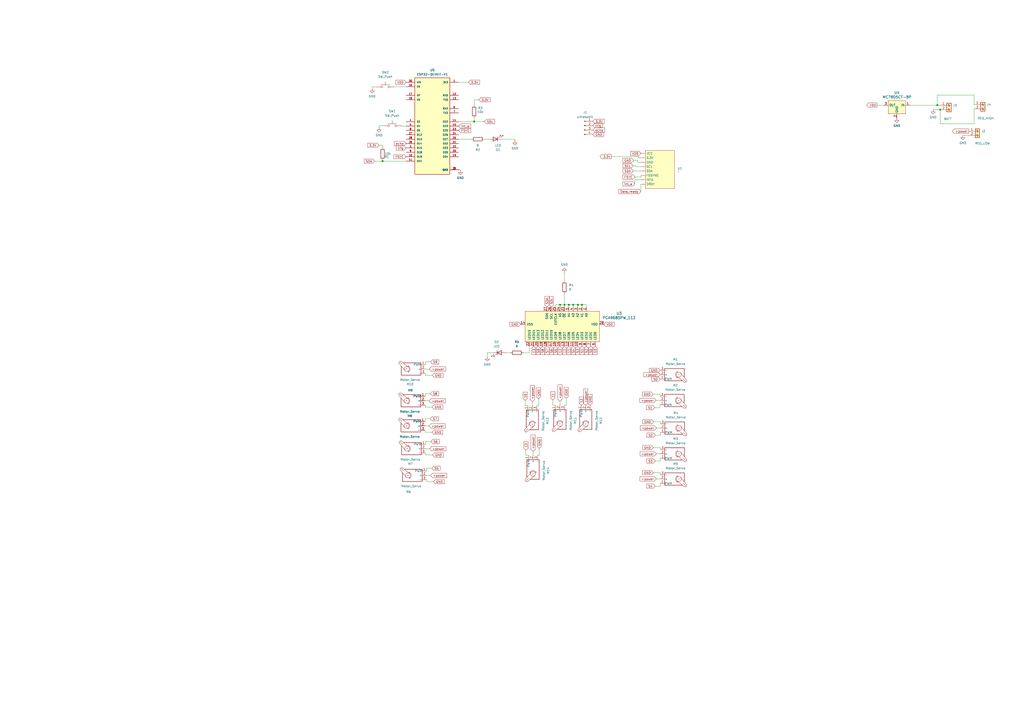
<source format=kicad_sch>
(kicad_sch
	(version 20231120)
	(generator "eeschema")
	(generator_version "8.0")
	(uuid "0d82ddfc-7225-4a7c-beaf-be7a81d1ada9")
	(paper "A2")
	(lib_symbols
		(symbol "Connector:Conn_01x04_Pin"
			(pin_names
				(offset 1.016) hide)
			(exclude_from_sim no)
			(in_bom yes)
			(on_board yes)
			(property "Reference" "J"
				(at 0 5.08 0)
				(effects
					(font
						(size 1.27 1.27)
					)
				)
			)
			(property "Value" "Conn_01x04_Pin"
				(at 0 -7.62 0)
				(effects
					(font
						(size 1.27 1.27)
					)
				)
			)
			(property "Footprint" ""
				(at 0 0 0)
				(effects
					(font
						(size 1.27 1.27)
					)
					(hide yes)
				)
			)
			(property "Datasheet" "~"
				(at 0 0 0)
				(effects
					(font
						(size 1.27 1.27)
					)
					(hide yes)
				)
			)
			(property "Description" "Generic connector, single row, 01x04, script generated"
				(at 0 0 0)
				(effects
					(font
						(size 1.27 1.27)
					)
					(hide yes)
				)
			)
			(property "ki_locked" ""
				(at 0 0 0)
				(effects
					(font
						(size 1.27 1.27)
					)
				)
			)
			(property "ki_keywords" "connector"
				(at 0 0 0)
				(effects
					(font
						(size 1.27 1.27)
					)
					(hide yes)
				)
			)
			(property "ki_fp_filters" "Connector*:*_1x??_*"
				(at 0 0 0)
				(effects
					(font
						(size 1.27 1.27)
					)
					(hide yes)
				)
			)
			(symbol "Conn_01x04_Pin_1_1"
				(polyline
					(pts
						(xy 1.27 -5.08) (xy 0.8636 -5.08)
					)
					(stroke
						(width 0.1524)
						(type default)
					)
					(fill
						(type none)
					)
				)
				(polyline
					(pts
						(xy 1.27 -2.54) (xy 0.8636 -2.54)
					)
					(stroke
						(width 0.1524)
						(type default)
					)
					(fill
						(type none)
					)
				)
				(polyline
					(pts
						(xy 1.27 0) (xy 0.8636 0)
					)
					(stroke
						(width 0.1524)
						(type default)
					)
					(fill
						(type none)
					)
				)
				(polyline
					(pts
						(xy 1.27 2.54) (xy 0.8636 2.54)
					)
					(stroke
						(width 0.1524)
						(type default)
					)
					(fill
						(type none)
					)
				)
				(rectangle
					(start 0.8636 -4.953)
					(end 0 -5.207)
					(stroke
						(width 0.1524)
						(type default)
					)
					(fill
						(type outline)
					)
				)
				(rectangle
					(start 0.8636 -2.413)
					(end 0 -2.667)
					(stroke
						(width 0.1524)
						(type default)
					)
					(fill
						(type outline)
					)
				)
				(rectangle
					(start 0.8636 0.127)
					(end 0 -0.127)
					(stroke
						(width 0.1524)
						(type default)
					)
					(fill
						(type outline)
					)
				)
				(rectangle
					(start 0.8636 2.667)
					(end 0 2.413)
					(stroke
						(width 0.1524)
						(type default)
					)
					(fill
						(type outline)
					)
				)
				(pin passive line
					(at 5.08 2.54 180)
					(length 3.81)
					(name "Pin_1"
						(effects
							(font
								(size 1.27 1.27)
							)
						)
					)
					(number "1"
						(effects
							(font
								(size 1.27 1.27)
							)
						)
					)
				)
				(pin passive line
					(at 5.08 0 180)
					(length 3.81)
					(name "Pin_2"
						(effects
							(font
								(size 1.27 1.27)
							)
						)
					)
					(number "2"
						(effects
							(font
								(size 1.27 1.27)
							)
						)
					)
				)
				(pin passive line
					(at 5.08 -2.54 180)
					(length 3.81)
					(name "Pin_3"
						(effects
							(font
								(size 1.27 1.27)
							)
						)
					)
					(number "3"
						(effects
							(font
								(size 1.27 1.27)
							)
						)
					)
				)
				(pin passive line
					(at 5.08 -5.08 180)
					(length 3.81)
					(name "Pin_4"
						(effects
							(font
								(size 1.27 1.27)
							)
						)
					)
					(number "4"
						(effects
							(font
								(size 1.27 1.27)
							)
						)
					)
				)
			)
		)
		(symbol "Connector:Screw_Terminal_01x02"
			(pin_names
				(offset 1.016) hide)
			(exclude_from_sim no)
			(in_bom yes)
			(on_board yes)
			(property "Reference" "J"
				(at 0 2.54 0)
				(effects
					(font
						(size 1.27 1.27)
					)
				)
			)
			(property "Value" "Screw_Terminal_01x02"
				(at 0 -5.08 0)
				(effects
					(font
						(size 1.27 1.27)
					)
				)
			)
			(property "Footprint" ""
				(at 0 0 0)
				(effects
					(font
						(size 1.27 1.27)
					)
					(hide yes)
				)
			)
			(property "Datasheet" "~"
				(at 0 0 0)
				(effects
					(font
						(size 1.27 1.27)
					)
					(hide yes)
				)
			)
			(property "Description" "Generic screw terminal, single row, 01x02, script generated (kicad-library-utils/schlib/autogen/connector/)"
				(at 0 0 0)
				(effects
					(font
						(size 1.27 1.27)
					)
					(hide yes)
				)
			)
			(property "ki_keywords" "screw terminal"
				(at 0 0 0)
				(effects
					(font
						(size 1.27 1.27)
					)
					(hide yes)
				)
			)
			(property "ki_fp_filters" "TerminalBlock*:*"
				(at 0 0 0)
				(effects
					(font
						(size 1.27 1.27)
					)
					(hide yes)
				)
			)
			(symbol "Screw_Terminal_01x02_1_1"
				(rectangle
					(start -1.27 1.27)
					(end 1.27 -3.81)
					(stroke
						(width 0.254)
						(type default)
					)
					(fill
						(type background)
					)
				)
				(circle
					(center 0 -2.54)
					(radius 0.635)
					(stroke
						(width 0.1524)
						(type default)
					)
					(fill
						(type none)
					)
				)
				(polyline
					(pts
						(xy -0.5334 -2.2098) (xy 0.3302 -3.048)
					)
					(stroke
						(width 0.1524)
						(type default)
					)
					(fill
						(type none)
					)
				)
				(polyline
					(pts
						(xy -0.5334 0.3302) (xy 0.3302 -0.508)
					)
					(stroke
						(width 0.1524)
						(type default)
					)
					(fill
						(type none)
					)
				)
				(polyline
					(pts
						(xy -0.3556 -2.032) (xy 0.508 -2.8702)
					)
					(stroke
						(width 0.1524)
						(type default)
					)
					(fill
						(type none)
					)
				)
				(polyline
					(pts
						(xy -0.3556 0.508) (xy 0.508 -0.3302)
					)
					(stroke
						(width 0.1524)
						(type default)
					)
					(fill
						(type none)
					)
				)
				(circle
					(center 0 0)
					(radius 0.635)
					(stroke
						(width 0.1524)
						(type default)
					)
					(fill
						(type none)
					)
				)
				(pin passive line
					(at -5.08 0 0)
					(length 3.81)
					(name "Pin_1"
						(effects
							(font
								(size 1.27 1.27)
							)
						)
					)
					(number "1"
						(effects
							(font
								(size 1.27 1.27)
							)
						)
					)
				)
				(pin passive line
					(at -5.08 -2.54 0)
					(length 3.81)
					(name "Pin_2"
						(effects
							(font
								(size 1.27 1.27)
							)
						)
					)
					(number "2"
						(effects
							(font
								(size 1.27 1.27)
							)
						)
					)
				)
			)
		)
		(symbol "Device:LED"
			(pin_numbers hide)
			(pin_names
				(offset 1.016) hide)
			(exclude_from_sim no)
			(in_bom yes)
			(on_board yes)
			(property "Reference" "D"
				(at 0 2.54 0)
				(effects
					(font
						(size 1.27 1.27)
					)
				)
			)
			(property "Value" "LED"
				(at 0 -2.54 0)
				(effects
					(font
						(size 1.27 1.27)
					)
				)
			)
			(property "Footprint" ""
				(at 0 0 0)
				(effects
					(font
						(size 1.27 1.27)
					)
					(hide yes)
				)
			)
			(property "Datasheet" "~"
				(at 0 0 0)
				(effects
					(font
						(size 1.27 1.27)
					)
					(hide yes)
				)
			)
			(property "Description" "Light emitting diode"
				(at 0 0 0)
				(effects
					(font
						(size 1.27 1.27)
					)
					(hide yes)
				)
			)
			(property "ki_keywords" "LED diode"
				(at 0 0 0)
				(effects
					(font
						(size 1.27 1.27)
					)
					(hide yes)
				)
			)
			(property "ki_fp_filters" "LED* LED_SMD:* LED_THT:*"
				(at 0 0 0)
				(effects
					(font
						(size 1.27 1.27)
					)
					(hide yes)
				)
			)
			(symbol "LED_0_1"
				(polyline
					(pts
						(xy -1.27 -1.27) (xy -1.27 1.27)
					)
					(stroke
						(width 0.254)
						(type default)
					)
					(fill
						(type none)
					)
				)
				(polyline
					(pts
						(xy -1.27 0) (xy 1.27 0)
					)
					(stroke
						(width 0)
						(type default)
					)
					(fill
						(type none)
					)
				)
				(polyline
					(pts
						(xy 1.27 -1.27) (xy 1.27 1.27) (xy -1.27 0) (xy 1.27 -1.27)
					)
					(stroke
						(width 0.254)
						(type default)
					)
					(fill
						(type none)
					)
				)
				(polyline
					(pts
						(xy -3.048 -0.762) (xy -4.572 -2.286) (xy -3.81 -2.286) (xy -4.572 -2.286) (xy -4.572 -1.524)
					)
					(stroke
						(width 0)
						(type default)
					)
					(fill
						(type none)
					)
				)
				(polyline
					(pts
						(xy -1.778 -0.762) (xy -3.302 -2.286) (xy -2.54 -2.286) (xy -3.302 -2.286) (xy -3.302 -1.524)
					)
					(stroke
						(width 0)
						(type default)
					)
					(fill
						(type none)
					)
				)
			)
			(symbol "LED_1_1"
				(pin passive line
					(at -3.81 0 0)
					(length 2.54)
					(name "K"
						(effects
							(font
								(size 1.27 1.27)
							)
						)
					)
					(number "1"
						(effects
							(font
								(size 1.27 1.27)
							)
						)
					)
				)
				(pin passive line
					(at 3.81 0 180)
					(length 2.54)
					(name "A"
						(effects
							(font
								(size 1.27 1.27)
							)
						)
					)
					(number "2"
						(effects
							(font
								(size 1.27 1.27)
							)
						)
					)
				)
			)
		)
		(symbol "Device:R"
			(pin_numbers hide)
			(pin_names
				(offset 0)
			)
			(exclude_from_sim no)
			(in_bom yes)
			(on_board yes)
			(property "Reference" "R"
				(at 2.032 0 90)
				(effects
					(font
						(size 1.27 1.27)
					)
				)
			)
			(property "Value" "R"
				(at 0 0 90)
				(effects
					(font
						(size 1.27 1.27)
					)
				)
			)
			(property "Footprint" ""
				(at -1.778 0 90)
				(effects
					(font
						(size 1.27 1.27)
					)
					(hide yes)
				)
			)
			(property "Datasheet" "~"
				(at 0 0 0)
				(effects
					(font
						(size 1.27 1.27)
					)
					(hide yes)
				)
			)
			(property "Description" "Resistor"
				(at 0 0 0)
				(effects
					(font
						(size 1.27 1.27)
					)
					(hide yes)
				)
			)
			(property "ki_keywords" "R res resistor"
				(at 0 0 0)
				(effects
					(font
						(size 1.27 1.27)
					)
					(hide yes)
				)
			)
			(property "ki_fp_filters" "R_*"
				(at 0 0 0)
				(effects
					(font
						(size 1.27 1.27)
					)
					(hide yes)
				)
			)
			(symbol "R_0_1"
				(rectangle
					(start -1.016 -2.54)
					(end 1.016 2.54)
					(stroke
						(width 0.254)
						(type default)
					)
					(fill
						(type none)
					)
				)
			)
			(symbol "R_1_1"
				(pin passive line
					(at 0 3.81 270)
					(length 1.27)
					(name "~"
						(effects
							(font
								(size 1.27 1.27)
							)
						)
					)
					(number "1"
						(effects
							(font
								(size 1.27 1.27)
							)
						)
					)
				)
				(pin passive line
					(at 0 -3.81 90)
					(length 1.27)
					(name "~"
						(effects
							(font
								(size 1.27 1.27)
							)
						)
					)
					(number "2"
						(effects
							(font
								(size 1.27 1.27)
							)
						)
					)
				)
			)
		)
		(symbol "ESP32-DEVKIT-V1:ESP32-DEVKIT-V1"
			(pin_names
				(offset 1.016)
			)
			(exclude_from_sim no)
			(in_bom yes)
			(on_board yes)
			(property "Reference" "U"
				(at -10.16 30.48 0)
				(effects
					(font
						(size 1.27 1.27)
					)
					(justify left top)
				)
			)
			(property "Value" "ESP32-DEVKIT-V1"
				(at -10.16 -30.48 0)
				(effects
					(font
						(size 1.27 1.27)
					)
					(justify left bottom)
				)
			)
			(property "Footprint" "ESP32-DEVKIT-V1:MODULE_ESP32_DEVKIT_V1"
				(at 0 0 0)
				(effects
					(font
						(size 1.27 1.27)
					)
					(justify bottom)
					(hide yes)
				)
			)
			(property "Datasheet" ""
				(at 0 0 0)
				(effects
					(font
						(size 1.27 1.27)
					)
					(hide yes)
				)
			)
			(property "Description" ""
				(at 0 0 0)
				(effects
					(font
						(size 1.27 1.27)
					)
					(hide yes)
				)
			)
			(property "MF" "Do it"
				(at 0 0 0)
				(effects
					(font
						(size 1.27 1.27)
					)
					(justify bottom)
					(hide yes)
				)
			)
			(property "MAXIMUM_PACKAGE_HEIGHT" "6.8 mm"
				(at 0 0 0)
				(effects
					(font
						(size 1.27 1.27)
					)
					(justify bottom)
					(hide yes)
				)
			)
			(property "Package" "None"
				(at 0 0 0)
				(effects
					(font
						(size 1.27 1.27)
					)
					(justify bottom)
					(hide yes)
				)
			)
			(property "Price" "None"
				(at 0 0 0)
				(effects
					(font
						(size 1.27 1.27)
					)
					(justify bottom)
					(hide yes)
				)
			)
			(property "Check_prices" "https://www.snapeda.com/parts/ESP32-DEVKIT-V1/Do+it/view-part/?ref=eda"
				(at 0 0 0)
				(effects
					(font
						(size 1.27 1.27)
					)
					(justify bottom)
					(hide yes)
				)
			)
			(property "STANDARD" "Manufacturer Recommendations"
				(at 0 0 0)
				(effects
					(font
						(size 1.27 1.27)
					)
					(justify bottom)
					(hide yes)
				)
			)
			(property "PARTREV" "N/A"
				(at 0 0 0)
				(effects
					(font
						(size 1.27 1.27)
					)
					(justify bottom)
					(hide yes)
				)
			)
			(property "SnapEDA_Link" "https://www.snapeda.com/parts/ESP32-DEVKIT-V1/Do+it/view-part/?ref=snap"
				(at 0 0 0)
				(effects
					(font
						(size 1.27 1.27)
					)
					(justify bottom)
					(hide yes)
				)
			)
			(property "MP" "ESP32-DEVKIT-V1"
				(at 0 0 0)
				(effects
					(font
						(size 1.27 1.27)
					)
					(justify bottom)
					(hide yes)
				)
			)
			(property "Description_1" "\n                        \n                            Dual core, Wi-Fi: 2.4 GHz up to 150 Mbits/s,BLE (Bluetooth Low Energy) and legacy Bluetooth, 32 bits, Up to 240 MHz\n                        \n"
				(at 0 0 0)
				(effects
					(font
						(size 1.27 1.27)
					)
					(justify bottom)
					(hide yes)
				)
			)
			(property "Availability" "Not in stock"
				(at 0 0 0)
				(effects
					(font
						(size 1.27 1.27)
					)
					(justify bottom)
					(hide yes)
				)
			)
			(property "MANUFACTURER" "DOIT"
				(at 0 0 0)
				(effects
					(font
						(size 1.27 1.27)
					)
					(justify bottom)
					(hide yes)
				)
			)
			(symbol "ESP32-DEVKIT-V1_0_0"
				(rectangle
					(start -10.16 -27.94)
					(end 10.16 27.94)
					(stroke
						(width 0.254)
						(type default)
					)
					(fill
						(type background)
					)
				)
				(pin output line
					(at 15.24 25.4 180)
					(length 5.08)
					(name "3V3"
						(effects
							(font
								(size 1.016 1.016)
							)
						)
					)
					(number "1"
						(effects
							(font
								(size 1.016 1.016)
							)
						)
					)
				)
				(pin bidirectional line
					(at -15.24 -17.78 0)
					(length 5.08)
					(name "D19"
						(effects
							(font
								(size 1.016 1.016)
							)
						)
					)
					(number "10"
						(effects
							(font
								(size 1.016 1.016)
							)
						)
					)
				)
				(pin bidirectional line
					(at -15.24 -20.32 0)
					(length 5.08)
					(name "D21"
						(effects
							(font
								(size 1.016 1.016)
							)
						)
					)
					(number "11"
						(effects
							(font
								(size 1.016 1.016)
							)
						)
					)
				)
				(pin input line
					(at 15.24 17.78 180)
					(length 5.08)
					(name "RX0"
						(effects
							(font
								(size 1.016 1.016)
							)
						)
					)
					(number "12"
						(effects
							(font
								(size 1.016 1.016)
							)
						)
					)
				)
				(pin output line
					(at 15.24 15.24 180)
					(length 5.08)
					(name "TX0"
						(effects
							(font
								(size 1.016 1.016)
							)
						)
					)
					(number "13"
						(effects
							(font
								(size 1.016 1.016)
							)
						)
					)
				)
				(pin bidirectional line
					(at 15.24 2.54 180)
					(length 5.08)
					(name "D22"
						(effects
							(font
								(size 1.016 1.016)
							)
						)
					)
					(number "14"
						(effects
							(font
								(size 1.016 1.016)
							)
						)
					)
				)
				(pin bidirectional line
					(at 15.24 0 180)
					(length 5.08)
					(name "D23"
						(effects
							(font
								(size 1.016 1.016)
							)
						)
					)
					(number "15"
						(effects
							(font
								(size 1.016 1.016)
							)
						)
					)
				)
				(pin input line
					(at -15.24 22.86 0)
					(length 5.08)
					(name "EN"
						(effects
							(font
								(size 1.016 1.016)
							)
						)
					)
					(number "16"
						(effects
							(font
								(size 1.016 1.016)
							)
						)
					)
				)
				(pin bidirectional line
					(at -15.24 17.78 0)
					(length 5.08)
					(name "VP"
						(effects
							(font
								(size 1.016 1.016)
							)
						)
					)
					(number "17"
						(effects
							(font
								(size 1.016 1.016)
							)
						)
					)
				)
				(pin bidirectional line
					(at -15.24 15.24 0)
					(length 5.08)
					(name "VN"
						(effects
							(font
								(size 1.016 1.016)
							)
						)
					)
					(number "18"
						(effects
							(font
								(size 1.016 1.016)
							)
						)
					)
				)
				(pin bidirectional line
					(at 15.24 -17.78 180)
					(length 5.08)
					(name "D34"
						(effects
							(font
								(size 1.016 1.016)
							)
						)
					)
					(number "19"
						(effects
							(font
								(size 1.016 1.016)
							)
						)
					)
				)
				(pin power_in line
					(at 15.24 -25.4 180)
					(length 5.08)
					(name "GND"
						(effects
							(font
								(size 1.016 1.016)
							)
						)
					)
					(number "2"
						(effects
							(font
								(size 1.016 1.016)
							)
						)
					)
				)
				(pin bidirectional line
					(at 15.24 -15.24 180)
					(length 5.08)
					(name "D35"
						(effects
							(font
								(size 1.016 1.016)
							)
						)
					)
					(number "20"
						(effects
							(font
								(size 1.016 1.016)
							)
						)
					)
				)
				(pin bidirectional line
					(at 15.24 -10.16 180)
					(length 5.08)
					(name "D32"
						(effects
							(font
								(size 1.016 1.016)
							)
						)
					)
					(number "21"
						(effects
							(font
								(size 1.016 1.016)
							)
						)
					)
				)
				(pin bidirectional line
					(at 15.24 -12.7 180)
					(length 5.08)
					(name "D33"
						(effects
							(font
								(size 1.016 1.016)
							)
						)
					)
					(number "22"
						(effects
							(font
								(size 1.016 1.016)
							)
						)
					)
				)
				(pin bidirectional line
					(at 15.24 -2.54 180)
					(length 5.08)
					(name "D25"
						(effects
							(font
								(size 1.016 1.016)
							)
						)
					)
					(number "23"
						(effects
							(font
								(size 1.016 1.016)
							)
						)
					)
				)
				(pin bidirectional line
					(at 15.24 -5.08 180)
					(length 5.08)
					(name "D26"
						(effects
							(font
								(size 1.016 1.016)
							)
						)
					)
					(number "24"
						(effects
							(font
								(size 1.016 1.016)
							)
						)
					)
				)
				(pin bidirectional line
					(at 15.24 -7.62 180)
					(length 5.08)
					(name "D27"
						(effects
							(font
								(size 1.016 1.016)
							)
						)
					)
					(number "25"
						(effects
							(font
								(size 1.016 1.016)
							)
						)
					)
				)
				(pin bidirectional line
					(at -15.24 -10.16 0)
					(length 5.08)
					(name "D14"
						(effects
							(font
								(size 1.016 1.016)
							)
						)
					)
					(number "26"
						(effects
							(font
								(size 1.016 1.016)
							)
						)
					)
				)
				(pin bidirectional line
					(at -15.24 -5.08 0)
					(length 5.08)
					(name "D12"
						(effects
							(font
								(size 1.016 1.016)
							)
						)
					)
					(number "27"
						(effects
							(font
								(size 1.016 1.016)
							)
						)
					)
				)
				(pin bidirectional line
					(at -15.24 -7.62 0)
					(length 5.08)
					(name "D13"
						(effects
							(font
								(size 1.016 1.016)
							)
						)
					)
					(number "28"
						(effects
							(font
								(size 1.016 1.016)
							)
						)
					)
				)
				(pin power_in line
					(at 15.24 -25.4 180)
					(length 5.08)
					(name "GND"
						(effects
							(font
								(size 1.016 1.016)
							)
						)
					)
					(number "29"
						(effects
							(font
								(size 1.016 1.016)
							)
						)
					)
				)
				(pin bidirectional line
					(at -15.24 -12.7 0)
					(length 5.08)
					(name "D15"
						(effects
							(font
								(size 1.016 1.016)
							)
						)
					)
					(number "3"
						(effects
							(font
								(size 1.016 1.016)
							)
						)
					)
				)
				(pin input line
					(at -15.24 25.4 0)
					(length 5.08)
					(name "VIN"
						(effects
							(font
								(size 1.016 1.016)
							)
						)
					)
					(number "30"
						(effects
							(font
								(size 1.016 1.016)
							)
						)
					)
				)
				(pin bidirectional line
					(at -15.24 2.54 0)
					(length 5.08)
					(name "D2"
						(effects
							(font
								(size 1.016 1.016)
							)
						)
					)
					(number "4"
						(effects
							(font
								(size 1.016 1.016)
							)
						)
					)
				)
				(pin bidirectional line
					(at -15.24 0 0)
					(length 5.08)
					(name "D4"
						(effects
							(font
								(size 1.016 1.016)
							)
						)
					)
					(number "5"
						(effects
							(font
								(size 1.016 1.016)
							)
						)
					)
				)
				(pin input line
					(at 15.24 10.16 180)
					(length 5.08)
					(name "RX2"
						(effects
							(font
								(size 1.016 1.016)
							)
						)
					)
					(number "6"
						(effects
							(font
								(size 1.016 1.016)
							)
						)
					)
				)
				(pin output line
					(at 15.24 7.62 180)
					(length 5.08)
					(name "TX2"
						(effects
							(font
								(size 1.016 1.016)
							)
						)
					)
					(number "7"
						(effects
							(font
								(size 1.016 1.016)
							)
						)
					)
				)
				(pin bidirectional line
					(at -15.24 -2.54 0)
					(length 5.08)
					(name "D5"
						(effects
							(font
								(size 1.016 1.016)
							)
						)
					)
					(number "8"
						(effects
							(font
								(size 1.016 1.016)
							)
						)
					)
				)
				(pin bidirectional line
					(at -15.24 -15.24 0)
					(length 5.08)
					(name "D18"
						(effects
							(font
								(size 1.016 1.016)
							)
						)
					)
					(number "9"
						(effects
							(font
								(size 1.016 1.016)
							)
						)
					)
				)
			)
		)
		(symbol "Motor:Motor_Servo"
			(pin_names
				(offset 0.0254)
			)
			(exclude_from_sim no)
			(in_bom yes)
			(on_board yes)
			(property "Reference" "M"
				(at -5.08 4.445 0)
				(effects
					(font
						(size 1.27 1.27)
					)
					(justify left)
				)
			)
			(property "Value" "Motor_Servo"
				(at -5.08 -4.064 0)
				(effects
					(font
						(size 1.27 1.27)
					)
					(justify left top)
				)
			)
			(property "Footprint" ""
				(at 0 -4.826 0)
				(effects
					(font
						(size 1.27 1.27)
					)
					(hide yes)
				)
			)
			(property "Datasheet" "http://forums.parallax.com/uploads/attachments/46831/74481.png"
				(at 0 -4.826 0)
				(effects
					(font
						(size 1.27 1.27)
					)
					(hide yes)
				)
			)
			(property "Description" "Servo Motor (Futaba, HiTec, JR connector)"
				(at 0 0 0)
				(effects
					(font
						(size 1.27 1.27)
					)
					(hide yes)
				)
			)
			(property "ki_keywords" "Servo Motor"
				(at 0 0 0)
				(effects
					(font
						(size 1.27 1.27)
					)
					(hide yes)
				)
			)
			(property "ki_fp_filters" "PinHeader*P2.54mm*"
				(at 0 0 0)
				(effects
					(font
						(size 1.27 1.27)
					)
					(hide yes)
				)
			)
			(symbol "Motor_Servo_0_1"
				(polyline
					(pts
						(xy 2.413 -1.778) (xy 2.032 -1.778)
					)
					(stroke
						(width 0)
						(type default)
					)
					(fill
						(type none)
					)
				)
				(polyline
					(pts
						(xy 2.413 -1.778) (xy 2.286 -1.397)
					)
					(stroke
						(width 0)
						(type default)
					)
					(fill
						(type none)
					)
				)
				(polyline
					(pts
						(xy 2.413 1.778) (xy 1.905 1.778)
					)
					(stroke
						(width 0)
						(type default)
					)
					(fill
						(type none)
					)
				)
				(polyline
					(pts
						(xy 2.413 1.778) (xy 2.286 1.397)
					)
					(stroke
						(width 0)
						(type default)
					)
					(fill
						(type none)
					)
				)
				(polyline
					(pts
						(xy 6.35 4.445) (xy 2.54 1.27)
					)
					(stroke
						(width 0)
						(type default)
					)
					(fill
						(type none)
					)
				)
				(polyline
					(pts
						(xy 7.62 3.175) (xy 4.191 -1.016)
					)
					(stroke
						(width 0)
						(type default)
					)
					(fill
						(type none)
					)
				)
				(polyline
					(pts
						(xy 5.08 3.556) (xy -5.08 3.556) (xy -5.08 -3.556) (xy 6.35 -3.556) (xy 6.35 1.524)
					)
					(stroke
						(width 0.254)
						(type default)
					)
					(fill
						(type none)
					)
				)
				(arc
					(start 2.413 1.778)
					(mid 1.2406 0)
					(end 2.413 -1.778)
					(stroke
						(width 0)
						(type default)
					)
					(fill
						(type none)
					)
				)
				(circle
					(center 3.175 0)
					(radius 0.1778)
					(stroke
						(width 0)
						(type default)
					)
					(fill
						(type none)
					)
				)
				(circle
					(center 3.175 0)
					(radius 1.4224)
					(stroke
						(width 0)
						(type default)
					)
					(fill
						(type none)
					)
				)
				(circle
					(center 5.969 2.794)
					(radius 0.127)
					(stroke
						(width 0)
						(type default)
					)
					(fill
						(type none)
					)
				)
				(circle
					(center 6.477 3.302)
					(radius 0.127)
					(stroke
						(width 0)
						(type default)
					)
					(fill
						(type none)
					)
				)
				(circle
					(center 6.985 3.81)
					(radius 0.127)
					(stroke
						(width 0)
						(type default)
					)
					(fill
						(type none)
					)
				)
				(arc
					(start 7.62 3.175)
					(mid 7.4485 4.2735)
					(end 6.35 4.445)
					(stroke
						(width 0)
						(type default)
					)
					(fill
						(type none)
					)
				)
			)
			(symbol "Motor_Servo_1_1"
				(pin passive line
					(at -7.62 2.54 0)
					(length 2.54)
					(name "PWM"
						(effects
							(font
								(size 1.27 1.27)
							)
						)
					)
					(number "1"
						(effects
							(font
								(size 1.27 1.27)
							)
						)
					)
				)
				(pin passive line
					(at -7.62 0 0)
					(length 2.54)
					(name "+"
						(effects
							(font
								(size 1.27 1.27)
							)
						)
					)
					(number "2"
						(effects
							(font
								(size 1.27 1.27)
							)
						)
					)
				)
				(pin passive line
					(at -7.62 -2.54 0)
					(length 2.54)
					(name "-"
						(effects
							(font
								(size 1.27 1.27)
							)
						)
					)
					(number "3"
						(effects
							(font
								(size 1.27 1.27)
							)
						)
					)
				)
			)
		)
		(symbol "New_Library_0:IMU_10DOF_"
			(exclude_from_sim no)
			(in_bom yes)
			(on_board yes)
			(property "Reference" "U"
				(at 6.8897 25.1504 0)
				(effects
					(font
						(size 1.27 1.27)
					)
				)
			)
			(property "Value" ""
				(at 0 0 0)
				(effects
					(font
						(size 1.27 1.27)
					)
				)
			)
			(property "Footprint" ""
				(at 0 0 0)
				(effects
					(font
						(size 1.27 1.27)
					)
					(hide yes)
				)
			)
			(property "Datasheet" ""
				(at 0 0 0)
				(effects
					(font
						(size 1.27 1.27)
					)
					(hide yes)
				)
			)
			(property "Description" ""
				(at 0 0 0)
				(effects
					(font
						(size 1.27 1.27)
					)
					(hide yes)
				)
			)
			(symbol "IMU_10DOF__0_1"
				(rectangle
					(start 0 0)
					(end 17 22)
					(stroke
						(width 0)
						(type default)
					)
					(fill
						(type background)
					)
				)
			)
			(symbol "IMU_10DOF__1_1"
				(pin input line
					(at -2.5339 17.7717 0)
					(length 2.54)
					(name "3.3V"
						(effects
							(font
								(size 1.27 1.27)
							)
						)
					)
					(number ""
						(effects
							(font
								(size 1.27 1.27)
							)
						)
					)
				)
				(pin input line
					(at -2.5305 2.5433 0)
					(length 2.54)
					(name "DRDY"
						(effects
							(font
								(size 1.27 1.27)
							)
						)
					)
					(number ""
						(effects
							(font
								(size 1.27 1.27)
							)
						)
					)
				)
				(pin input line
					(at -2.5163 7.5662 0)
					(length 2.54)
					(name "FSSYNC"
						(effects
							(font
								(size 1.27 1.27)
							)
						)
					)
					(number ""
						(effects
							(font
								(size 1.27 1.27)
							)
						)
					)
				)
				(pin input line
					(at -2.5366 15.2346 0)
					(length 2.54)
					(name "GND"
						(effects
							(font
								(size 1.27 1.27)
							)
						)
					)
					(number ""
						(effects
							(font
								(size 1.27 1.27)
							)
						)
					)
				)
				(pin input line
					(at -2.5587 5.0651 0)
					(length 2.54)
					(name "INTA"
						(effects
							(font
								(size 1.27 1.27)
							)
						)
					)
					(number ""
						(effects
							(font
								(size 1.27 1.27)
							)
						)
					)
				)
				(pin input line
					(at -2.537 12.6785 0)
					(length 2.54)
					(name "SCL"
						(effects
							(font
								(size 1.27 1.27)
							)
						)
					)
					(number ""
						(effects
							(font
								(size 1.27 1.27)
							)
						)
					)
				)
				(pin input line
					(at -2.5252 10.1539 0)
					(length 2.54)
					(name "SDA"
						(effects
							(font
								(size 1.27 1.27)
							)
						)
					)
					(number ""
						(effects
							(font
								(size 1.27 1.27)
							)
						)
					)
				)
				(pin input line
					(at -2.49 20.3929 0)
					(length 2.54)
					(name "VCC"
						(effects
							(font
								(size 1.27 1.27)
							)
						)
					)
					(number ""
						(effects
							(font
								(size 1.27 1.27)
							)
						)
					)
				)
			)
		)
		(symbol "Switch:SW_Push"
			(pin_numbers hide)
			(pin_names
				(offset 1.016) hide)
			(exclude_from_sim no)
			(in_bom yes)
			(on_board yes)
			(property "Reference" "SW"
				(at 1.27 2.54 0)
				(effects
					(font
						(size 1.27 1.27)
					)
					(justify left)
				)
			)
			(property "Value" "SW_Push"
				(at 0 -1.524 0)
				(effects
					(font
						(size 1.27 1.27)
					)
				)
			)
			(property "Footprint" ""
				(at 0 5.08 0)
				(effects
					(font
						(size 1.27 1.27)
					)
					(hide yes)
				)
			)
			(property "Datasheet" "~"
				(at 0 5.08 0)
				(effects
					(font
						(size 1.27 1.27)
					)
					(hide yes)
				)
			)
			(property "Description" "Push button switch, generic, two pins"
				(at 0 0 0)
				(effects
					(font
						(size 1.27 1.27)
					)
					(hide yes)
				)
			)
			(property "ki_keywords" "switch normally-open pushbutton push-button"
				(at 0 0 0)
				(effects
					(font
						(size 1.27 1.27)
					)
					(hide yes)
				)
			)
			(symbol "SW_Push_0_1"
				(circle
					(center -2.032 0)
					(radius 0.508)
					(stroke
						(width 0)
						(type default)
					)
					(fill
						(type none)
					)
				)
				(polyline
					(pts
						(xy 0 1.27) (xy 0 3.048)
					)
					(stroke
						(width 0)
						(type default)
					)
					(fill
						(type none)
					)
				)
				(polyline
					(pts
						(xy 2.54 1.27) (xy -2.54 1.27)
					)
					(stroke
						(width 0)
						(type default)
					)
					(fill
						(type none)
					)
				)
				(circle
					(center 2.032 0)
					(radius 0.508)
					(stroke
						(width 0)
						(type default)
					)
					(fill
						(type none)
					)
				)
				(pin passive line
					(at -5.08 0 0)
					(length 2.54)
					(name "1"
						(effects
							(font
								(size 1.27 1.27)
							)
						)
					)
					(number "1"
						(effects
							(font
								(size 1.27 1.27)
							)
						)
					)
				)
				(pin passive line
					(at 5.08 0 180)
					(length 2.54)
					(name "2"
						(effects
							(font
								(size 1.27 1.27)
							)
						)
					)
					(number "2"
						(effects
							(font
								(size 1.27 1.27)
							)
						)
					)
				)
			)
		)
		(symbol "dk_PMIC-LED-Drivers:PCA9685PW_112"
			(pin_names
				(offset 1.016)
			)
			(exclude_from_sim no)
			(in_bom yes)
			(on_board yes)
			(property "Reference" "U"
				(at -7.62 21.336 0)
				(effects
					(font
						(size 1.524 1.524)
					)
					(justify right)
				)
			)
			(property "Value" "PCA9685PW_112"
				(at 0 0 90)
				(effects
					(font
						(size 1.524 1.524)
					)
				)
			)
			(property "Footprint" "digikey-footprints:TSSOP-28_W4.40mm"
				(at 5.08 5.08 0)
				(effects
					(font
						(size 1.524 1.524)
					)
					(justify left)
					(hide yes)
				)
			)
			(property "Datasheet" "https://www.nxp.com/docs/en/data-sheet/PCA9685.pdf"
				(at 5.08 7.62 0)
				(effects
					(font
						(size 1.524 1.524)
					)
					(justify left)
					(hide yes)
				)
			)
			(property "Description" "IC LED DRVR LIN DIM 25MA 28TSSOP"
				(at 0 0 0)
				(effects
					(font
						(size 1.27 1.27)
					)
					(hide yes)
				)
			)
			(property "Digi-Key_PN" "568-8366-5-ND"
				(at 5.08 10.16 0)
				(effects
					(font
						(size 1.524 1.524)
					)
					(justify left)
					(hide yes)
				)
			)
			(property "MPN" "PCA9685PW,112"
				(at 5.08 12.7 0)
				(effects
					(font
						(size 1.524 1.524)
					)
					(justify left)
					(hide yes)
				)
			)
			(property "Category" "Integrated Circuits (ICs)"
				(at 5.08 15.24 0)
				(effects
					(font
						(size 1.524 1.524)
					)
					(justify left)
					(hide yes)
				)
			)
			(property "Family" "PMIC - LED Drivers"
				(at 5.08 17.78 0)
				(effects
					(font
						(size 1.524 1.524)
					)
					(justify left)
					(hide yes)
				)
			)
			(property "DK_Datasheet_Link" "https://www.nxp.com/docs/en/data-sheet/PCA9685.pdf"
				(at 5.08 20.32 0)
				(effects
					(font
						(size 1.524 1.524)
					)
					(justify left)
					(hide yes)
				)
			)
			(property "DK_Detail_Page" "/product-detail/en/nxp-usa-inc/PCA9685PW,112/568-8366-5-ND/2034324"
				(at 5.08 22.86 0)
				(effects
					(font
						(size 1.524 1.524)
					)
					(justify left)
					(hide yes)
				)
			)
			(property "Description_1" "IC LED DRVR LIN DIM 25MA 28TSSOP"
				(at 5.08 25.4 0)
				(effects
					(font
						(size 1.524 1.524)
					)
					(justify left)
					(hide yes)
				)
			)
			(property "Manufacturer" "NXP USA Inc."
				(at 5.08 27.94 0)
				(effects
					(font
						(size 1.524 1.524)
					)
					(justify left)
					(hide yes)
				)
			)
			(property "Status" "Active"
				(at 5.08 30.48 0)
				(effects
					(font
						(size 1.524 1.524)
					)
					(justify left)
					(hide yes)
				)
			)
			(property "ki_keywords" "568-8366-5-ND"
				(at 0 0 0)
				(effects
					(font
						(size 1.27 1.27)
					)
					(hide yes)
				)
			)
			(symbol "PCA9685PW_112_0_1"
				(rectangle
					(start -10.16 20.32)
					(end 7.62 -22.86)
					(stroke
						(width 0)
						(type solid)
					)
					(fill
						(type background)
					)
				)
			)
			(symbol "PCA9685PW_112_1_1"
				(pin input line
					(at -12.7 12.7 0)
					(length 2.54)
					(name "A0"
						(effects
							(font
								(size 1.27 1.27)
							)
						)
					)
					(number "1"
						(effects
							(font
								(size 1.27 1.27)
							)
						)
					)
				)
				(pin power_out line
					(at 10.16 7.62 180)
					(length 2.54)
					(name "LED4"
						(effects
							(font
								(size 1.27 1.27)
							)
						)
					)
					(number "10"
						(effects
							(font
								(size 1.27 1.27)
							)
						)
					)
				)
				(pin power_out line
					(at 10.16 5.08 180)
					(length 2.54)
					(name "LED5"
						(effects
							(font
								(size 1.27 1.27)
							)
						)
					)
					(number "11"
						(effects
							(font
								(size 1.27 1.27)
							)
						)
					)
				)
				(pin power_out line
					(at 10.16 2.54 180)
					(length 2.54)
					(name "LED6"
						(effects
							(font
								(size 1.27 1.27)
							)
						)
					)
					(number "12"
						(effects
							(font
								(size 1.27 1.27)
							)
						)
					)
				)
				(pin power_out line
					(at 10.16 0 180)
					(length 2.54)
					(name "LED7"
						(effects
							(font
								(size 1.27 1.27)
							)
						)
					)
					(number "13"
						(effects
							(font
								(size 1.27 1.27)
							)
						)
					)
				)
				(pin power_in line
					(at -2.54 -25.4 90)
					(length 2.54)
					(name "VSS"
						(effects
							(font
								(size 1.27 1.27)
							)
						)
					)
					(number "14"
						(effects
							(font
								(size 1.27 1.27)
							)
						)
					)
				)
				(pin power_out line
					(at 10.16 -2.54 180)
					(length 2.54)
					(name "LED8"
						(effects
							(font
								(size 1.27 1.27)
							)
						)
					)
					(number "15"
						(effects
							(font
								(size 1.27 1.27)
							)
						)
					)
				)
				(pin power_out line
					(at 10.16 -5.08 180)
					(length 2.54)
					(name "LED9"
						(effects
							(font
								(size 1.27 1.27)
							)
						)
					)
					(number "16"
						(effects
							(font
								(size 1.27 1.27)
							)
						)
					)
				)
				(pin power_out line
					(at 10.16 -7.62 180)
					(length 2.54)
					(name "LED10"
						(effects
							(font
								(size 1.27 1.27)
							)
						)
					)
					(number "17"
						(effects
							(font
								(size 1.27 1.27)
							)
						)
					)
				)
				(pin power_out line
					(at 10.16 -10.16 180)
					(length 2.54)
					(name "LED11"
						(effects
							(font
								(size 1.27 1.27)
							)
						)
					)
					(number "18"
						(effects
							(font
								(size 1.27 1.27)
							)
						)
					)
				)
				(pin power_out line
					(at 10.16 -12.7 180)
					(length 2.54)
					(name "LED12"
						(effects
							(font
								(size 1.27 1.27)
							)
						)
					)
					(number "19"
						(effects
							(font
								(size 1.27 1.27)
							)
						)
					)
				)
				(pin input line
					(at -12.7 10.16 0)
					(length 2.54)
					(name "A1"
						(effects
							(font
								(size 1.27 1.27)
							)
						)
					)
					(number "2"
						(effects
							(font
								(size 1.27 1.27)
							)
						)
					)
				)
				(pin power_out line
					(at 10.16 -15.24 180)
					(length 2.54)
					(name "LED13"
						(effects
							(font
								(size 1.27 1.27)
							)
						)
					)
					(number "20"
						(effects
							(font
								(size 1.27 1.27)
							)
						)
					)
				)
				(pin power_out line
					(at 10.16 -17.78 180)
					(length 2.54)
					(name "LED14"
						(effects
							(font
								(size 1.27 1.27)
							)
						)
					)
					(number "21"
						(effects
							(font
								(size 1.27 1.27)
							)
						)
					)
				)
				(pin power_out line
					(at 10.16 -20.32 180)
					(length 2.54)
					(name "LED15"
						(effects
							(font
								(size 1.27 1.27)
							)
						)
					)
					(number "22"
						(effects
							(font
								(size 1.27 1.27)
							)
						)
					)
				)
				(pin input line
					(at -12.7 0 0)
					(length 2.54)
					(name "~{OE}"
						(effects
							(font
								(size 1.27 1.27)
							)
						)
					)
					(number "23"
						(effects
							(font
								(size 1.27 1.27)
							)
						)
					)
				)
				(pin input line
					(at -12.7 -2.54 0)
					(length 2.54)
					(name "A5"
						(effects
							(font
								(size 1.27 1.27)
							)
						)
					)
					(number "24"
						(effects
							(font
								(size 1.27 1.27)
							)
						)
					)
				)
				(pin input line
					(at -12.7 -5.08 0)
					(length 2.54)
					(name "EXTCLK"
						(effects
							(font
								(size 1.27 1.27)
							)
						)
					)
					(number "25"
						(effects
							(font
								(size 1.27 1.27)
							)
						)
					)
				)
				(pin input line
					(at -12.7 -7.62 0)
					(length 2.54)
					(name "SCL"
						(effects
							(font
								(size 1.27 1.27)
							)
						)
					)
					(number "26"
						(effects
							(font
								(size 1.27 1.27)
							)
						)
					)
				)
				(pin bidirectional line
					(at -12.7 -10.16 0)
					(length 2.54)
					(name "SDA"
						(effects
							(font
								(size 1.27 1.27)
							)
						)
					)
					(number "27"
						(effects
							(font
								(size 1.27 1.27)
							)
						)
					)
				)
				(pin power_in line
					(at -2.54 22.86 270)
					(length 2.54)
					(name "VDD"
						(effects
							(font
								(size 1.27 1.27)
							)
						)
					)
					(number "28"
						(effects
							(font
								(size 1.27 1.27)
							)
						)
					)
				)
				(pin input line
					(at -12.7 7.62 0)
					(length 2.54)
					(name "A2"
						(effects
							(font
								(size 1.27 1.27)
							)
						)
					)
					(number "3"
						(effects
							(font
								(size 1.27 1.27)
							)
						)
					)
				)
				(pin input line
					(at -12.7 5.08 0)
					(length 2.54)
					(name "A3"
						(effects
							(font
								(size 1.27 1.27)
							)
						)
					)
					(number "4"
						(effects
							(font
								(size 1.27 1.27)
							)
						)
					)
				)
				(pin input line
					(at -12.7 2.54 0)
					(length 2.54)
					(name "A4"
						(effects
							(font
								(size 1.27 1.27)
							)
						)
					)
					(number "5"
						(effects
							(font
								(size 1.27 1.27)
							)
						)
					)
				)
				(pin power_out line
					(at 10.16 17.78 180)
					(length 2.54)
					(name "LED0"
						(effects
							(font
								(size 1.27 1.27)
							)
						)
					)
					(number "6"
						(effects
							(font
								(size 1.27 1.27)
							)
						)
					)
				)
				(pin power_out line
					(at 10.16 15.24 180)
					(length 2.54)
					(name "LED1"
						(effects
							(font
								(size 1.27 1.27)
							)
						)
					)
					(number "7"
						(effects
							(font
								(size 1.27 1.27)
							)
						)
					)
				)
				(pin power_out line
					(at 10.16 12.7 180)
					(length 2.54)
					(name "LED2"
						(effects
							(font
								(size 1.27 1.27)
							)
						)
					)
					(number "8"
						(effects
							(font
								(size 1.27 1.27)
							)
						)
					)
				)
				(pin power_out line
					(at 10.16 10.16 180)
					(length 2.54)
					(name "LED3"
						(effects
							(font
								(size 1.27 1.27)
							)
						)
					)
					(number "9"
						(effects
							(font
								(size 1.27 1.27)
							)
						)
					)
				)
			)
		)
		(symbol "dk_PMIC-Voltage-Regulators-Linear:MC7805CT-BP"
			(exclude_from_sim no)
			(in_bom yes)
			(on_board yes)
			(property "Reference" "U"
				(at 0 3.81 0)
				(effects
					(font
						(size 1.524 1.524)
					)
				)
			)
			(property "Value" "MC7805CT-BP"
				(at 0 6.35 0)
				(effects
					(font
						(size 1.524 1.524)
					)
				)
			)
			(property "Footprint" "digikey-footprints:TO-220-3"
				(at 5.08 5.08 0)
				(effects
					(font
						(size 1.524 1.524)
					)
					(justify left)
					(hide yes)
				)
			)
			(property "Datasheet" "https://www.mccsemi.com/pdf/Products/MC7805CT(TO-220).pdf"
				(at 5.08 7.62 0)
				(effects
					(font
						(size 1.524 1.524)
					)
					(justify left)
					(hide yes)
				)
			)
			(property "Description" "IC REG LINEAR 5V 1.5A TO220"
				(at 0 0 0)
				(effects
					(font
						(size 1.27 1.27)
					)
					(hide yes)
				)
			)
			(property "Digi-Key_PN" "MC7805CT-BPMS-ND"
				(at 5.08 10.16 0)
				(effects
					(font
						(size 1.524 1.524)
					)
					(justify left)
					(hide yes)
				)
			)
			(property "MPN" "MC7805CT-BP"
				(at 5.08 12.7 0)
				(effects
					(font
						(size 1.524 1.524)
					)
					(justify left)
					(hide yes)
				)
			)
			(property "Category" "Integrated Circuits (ICs)"
				(at 5.08 15.24 0)
				(effects
					(font
						(size 1.524 1.524)
					)
					(justify left)
					(hide yes)
				)
			)
			(property "Family" "PMIC - Voltage Regulators - Linear"
				(at 5.08 17.78 0)
				(effects
					(font
						(size 1.524 1.524)
					)
					(justify left)
					(hide yes)
				)
			)
			(property "DK_Datasheet_Link" "https://www.mccsemi.com/pdf/Products/MC7805CT(TO-220).pdf"
				(at 5.08 20.32 0)
				(effects
					(font
						(size 1.524 1.524)
					)
					(justify left)
					(hide yes)
				)
			)
			(property "DK_Detail_Page" "/product-detail/en/micro-commercial-co/MC7805CT-BP/MC7805CT-BPMS-ND/804682"
				(at 5.08 22.86 0)
				(effects
					(font
						(size 1.524 1.524)
					)
					(justify left)
					(hide yes)
				)
			)
			(property "Description_1" "IC REG LINEAR 5V 1.5A TO220"
				(at 5.08 25.4 0)
				(effects
					(font
						(size 1.524 1.524)
					)
					(justify left)
					(hide yes)
				)
			)
			(property "Manufacturer" "Micro Commercial Co"
				(at 5.08 27.94 0)
				(effects
					(font
						(size 1.524 1.524)
					)
					(justify left)
					(hide yes)
				)
			)
			(property "Status" "Active"
				(at 5.08 30.48 0)
				(effects
					(font
						(size 1.524 1.524)
					)
					(justify left)
					(hide yes)
				)
			)
			(property "ki_keywords" "MC7805CT-BPMS-ND"
				(at 0 0 0)
				(effects
					(font
						(size 1.27 1.27)
					)
					(hide yes)
				)
			)
			(symbol "MC7805CT-BP_0_1"
				(rectangle
					(start -5.08 2.54)
					(end 5.08 -5.08)
					(stroke
						(width 0)
						(type solid)
					)
					(fill
						(type background)
					)
				)
			)
			(symbol "MC7805CT-BP_1_1"
				(pin power_in line
					(at -7.62 0 0)
					(length 2.54)
					(name "IN"
						(effects
							(font
								(size 1.27 1.27)
							)
						)
					)
					(number "1"
						(effects
							(font
								(size 1.27 1.27)
							)
						)
					)
				)
				(pin power_in line
					(at 0 -7.62 90)
					(length 2.54)
					(name "GND"
						(effects
							(font
								(size 1.27 1.27)
							)
						)
					)
					(number "2"
						(effects
							(font
								(size 1.27 1.27)
							)
						)
					)
				)
				(pin power_out line
					(at 7.62 0 180)
					(length 2.54)
					(name "OUT"
						(effects
							(font
								(size 1.27 1.27)
							)
						)
					)
					(number "3"
						(effects
							(font
								(size 1.27 1.27)
							)
						)
					)
				)
			)
		)
		(symbol "power:GND"
			(power)
			(pin_numbers hide)
			(pin_names
				(offset 0) hide)
			(exclude_from_sim no)
			(in_bom yes)
			(on_board yes)
			(property "Reference" "#PWR"
				(at 0 -6.35 0)
				(effects
					(font
						(size 1.27 1.27)
					)
					(hide yes)
				)
			)
			(property "Value" "GND"
				(at 0 -3.81 0)
				(effects
					(font
						(size 1.27 1.27)
					)
				)
			)
			(property "Footprint" ""
				(at 0 0 0)
				(effects
					(font
						(size 1.27 1.27)
					)
					(hide yes)
				)
			)
			(property "Datasheet" ""
				(at 0 0 0)
				(effects
					(font
						(size 1.27 1.27)
					)
					(hide yes)
				)
			)
			(property "Description" "Power symbol creates a global label with name \"GND\" , ground"
				(at 0 0 0)
				(effects
					(font
						(size 1.27 1.27)
					)
					(hide yes)
				)
			)
			(property "ki_keywords" "global power"
				(at 0 0 0)
				(effects
					(font
						(size 1.27 1.27)
					)
					(hide yes)
				)
			)
			(symbol "GND_0_1"
				(polyline
					(pts
						(xy 0 0) (xy 0 -1.27) (xy 1.27 -1.27) (xy 0 -2.54) (xy -1.27 -1.27) (xy 0 -1.27)
					)
					(stroke
						(width 0)
						(type default)
					)
					(fill
						(type none)
					)
				)
			)
			(symbol "GND_1_1"
				(pin power_in line
					(at 0 0 270)
					(length 0)
					(name "~"
						(effects
							(font
								(size 1.27 1.27)
							)
						)
					)
					(number "1"
						(effects
							(font
								(size 1.27 1.27)
							)
						)
					)
				)
			)
		)
	)
	(junction
		(at 221.9435 93.4429)
		(diameter 0)
		(color 0 0 0 0)
		(uuid "3d860b6f-c776-43a9-bf17-20016c33412f")
	)
	(junction
		(at 543.7069 60.9755)
		(diameter 0)
		(color 0 0 0 0)
		(uuid "9c846321-a71e-488d-af1f-7cd3e7a7d071")
	)
	(junction
		(at 324.8959 176.7834)
		(diameter 0)
		(color 0 0 0 0)
		(uuid "b2ee4ea7-4263-4ca2-8188-ee0be711516c")
	)
	(junction
		(at 332.5159 176.7834)
		(diameter 0)
		(color 0 0 0 0)
		(uuid "b90844ba-3734-4050-8a06-28592c6448e5")
	)
	(junction
		(at 329.9759 176.7834)
		(diameter 0)
		(color 0 0 0 0)
		(uuid "c1070752-9073-4e45-b0ec-6b0c14a75b3e")
	)
	(junction
		(at 335.219 176.7834)
		(diameter 0)
		(color 0 0 0 0)
		(uuid "c60d4f7c-663e-4797-9322-2d999d3bca43")
	)
	(junction
		(at 337.5959 176.7834)
		(diameter 0)
		(color 0 0 0 0)
		(uuid "ca54a74a-cc93-4246-b7ae-3abbb698ef92")
	)
	(junction
		(at 545.3972 63.626)
		(diameter 0)
		(color 0 0 0 0)
		(uuid "ca602122-0a25-443f-a44b-170eb78aacb5")
	)
	(junction
		(at 275.0424 70.4983)
		(diameter 0)
		(color 0 0 0 0)
		(uuid "ddf989fc-2c07-4b36-8f77-f4fb8f4927e9")
	)
	(junction
		(at 327.4359 176.7834)
		(diameter 0)
		(color 0 0 0 0)
		(uuid "e85a43d5-4134-41f5-af70-f457cb4c2c60")
	)
	(wire
		(pts
			(xy 246.9289 257.7163) (xy 246.9289 256.1352)
		)
		(stroke
			(width 0)
			(type default)
		)
		(uuid "00be2e31-8437-4372-a8dc-65d4f051f71b")
	)
	(wire
		(pts
			(xy 378.8813 228.6489) (xy 382.8754 228.6489)
		)
		(stroke
			(width 0)
			(type default)
		)
		(uuid "01b0e1b0-b662-44e4-8f82-afc428ad5489")
	)
	(wire
		(pts
			(xy 558.5289 78.6122) (xy 559.783 78.6122)
		)
		(stroke
			(width 0)
			(type default)
		)
		(uuid "01be5f24-c802-48e5-8eab-9b1dd7143299")
	)
	(wire
		(pts
			(xy 368.7929 96.6701) (xy 371.7866 96.6701)
		)
		(stroke
			(width 0)
			(type default)
		)
		(uuid "04e00a46-86b3-4f5d-be7a-ad859ede8a16")
	)
	(wire
		(pts
			(xy 235.5799 73.1229) (xy 232.5984 73.1229)
		)
		(stroke
			(width 0)
			(type default)
		)
		(uuid "071e9cd8-1078-4551-9090-dc9216043a26")
	)
	(wire
		(pts
			(xy 380.0082 281.991) (xy 383.0006 281.991)
		)
		(stroke
			(width 0)
			(type default)
		)
		(uuid "075bdf87-d3fc-4a50-8239-aee0c11f5118")
	)
	(wire
		(pts
			(xy 327.4359 170.4895) (xy 327.4232 170.4895)
		)
		(stroke
			(width 0)
			(type default)
		)
		(uuid "081f4199-68d2-4fd8-8145-ce727e56b42d")
	)
	(wire
		(pts
			(xy 335.0559 177.9601) (xy 335.219 177.9601)
		)
		(stroke
			(width 0)
			(type default)
		)
		(uuid "08d99c6f-e337-42f7-a41b-11ea6ce603f4")
	)
	(wire
		(pts
			(xy 371.8336 88.9842) (xy 371.8336 88.9557)
		)
		(stroke
			(width 0)
			(type default)
		)
		(uuid "0bdaf515-f32e-4439-b6f6-2d05dbd1aa8f")
	)
	(wire
		(pts
			(xy 322.2555 235.0444) (xy 320.6744 235.0444)
		)
		(stroke
			(width 0)
			(type default)
		)
		(uuid "0e1dbc93-a878-4b00-b483-24db4715435a")
	)
	(wire
		(pts
			(xy 379.1317 244.6514) (xy 383.1258 244.6514)
		)
		(stroke
			(width 0)
			(type default)
		)
		(uuid "0f8a6d94-aed8-4ee0-bf3e-6f053c4a88a4")
	)
	(wire
		(pts
			(xy 275.0424 68.4938) (xy 275.0424 70.4983)
		)
		(stroke
			(width 0)
			(type default)
		)
		(uuid "10adee3c-f446-4792-98a1-d911bec583ea")
	)
	(wire
		(pts
			(xy 327.4232 162.8695) (xy 327.4232 158.0263)
		)
		(stroke
			(width 0)
			(type default)
		)
		(uuid "14c0a297-c9bf-4959-94c9-ebacf2b7f4ae")
	)
	(wire
		(pts
			(xy 235.5799 50.2629) (xy 228.6044 50.2629)
		)
		(stroke
			(width 0)
			(type default)
		)
		(uuid "1768da5f-166a-44be-a1e9-a4b4bbe54b10")
	)
	(wire
		(pts
			(xy 369.967 94.114) (xy 371.787 94.114)
		)
		(stroke
			(width 0)
			(type default)
		)
		(uuid "185968a4-cc06-4373-ad19-28f333079ff0")
	)
	(wire
		(pts
			(xy 335.219 176.7834) (xy 332.5159 176.7834)
		)
		(stroke
			(width 0)
			(type default)
		)
		(uuid "1859e9aa-31e8-4efb-a9eb-dd71c34c907f")
	)
	(wire
		(pts
			(xy 383.0423 259.6287) (xy 383.0423 260.7583)
		)
		(stroke
			(width 0)
			(type default)
		)
		(uuid "1c3717ca-5add-47fc-a6af-10683b245187")
	)
	(wire
		(pts
			(xy 246.7411 214.1073) (xy 246.7411 214.0548)
		)
		(stroke
			(width 0)
			(type default)
		)
		(uuid "1eceeb05-e5ba-4e82-95d0-95a30260a04e")
	)
	(wire
		(pts
			(xy 247.4473 279.4158) (xy 247.4473 278.2862)
		)
		(stroke
			(width 0)
			(type default)
		)
		(uuid "1f41721e-194e-4af9-901e-f8482f4b0925")
	)
	(wire
		(pts
			(xy 296.0155 204.6235) (xy 293.4431 204.6235)
		)
		(stroke
			(width 0)
			(type default)
		)
		(uuid "21416539-fb4d-4d7f-944f-28e435bc8a17")
	)
	(wire
		(pts
			(xy 307.1159 204.6235) (xy 303.6355 204.6235)
		)
		(stroke
			(width 0)
			(type default)
		)
		(uuid "223e928c-1a64-480d-a29f-a878f3a0aee1")
	)
	(wire
		(pts
			(xy 247.4473 273.2062) (xy 247.4473 271.6251)
		)
		(stroke
			(width 0)
			(type default)
		)
		(uuid "23a390fe-370b-449a-b66d-d629fb1f4218")
	)
	(wire
		(pts
			(xy 543.7069 55.1406) (xy 543.7069 60.9755)
		)
		(stroke
			(width 0)
			(type default)
		)
		(uuid "277ed725-a157-4d7e-9573-5beb4b2a31dd")
	)
	(wire
		(pts
			(xy 309.2408 261.8261) (xy 309.2408 264.0951)
		)
		(stroke
			(width 0)
			(type default)
		)
		(uuid "28aa9d7c-976c-4c32-aa7c-ad77c7d4cb2c")
	)
	(wire
		(pts
			(xy 545.3972 61.086) (xy 545.3972 60.9755)
		)
		(stroke
			(width 0)
			(type default)
		)
		(uuid "28d18462-9d92-431e-82d9-714b8bfa4c38")
	)
	(wire
		(pts
			(xy 249.6082 228.3392) (xy 246.6158 228.3392)
		)
		(stroke
			(width 0)
			(type default)
		)
		(uuid "2b6bdee5-9a06-448e-b966-f2ac16607a61")
	)
	(wire
		(pts
			(xy 219.8784 73.0007) (xy 219.8784 74.0563)
		)
		(stroke
			(width 0)
			(type default)
		)
		(uuid "2ffd7291-05b0-4433-8967-757a462468b5")
	)
	(wire
		(pts
			(xy 282.6067 204.6134) (xy 282.6067 207.0298)
		)
		(stroke
			(width 0)
			(type default)
		)
		(uuid "30b17a81-8c80-4164-a533-ac5e00a650fc")
	)
	(wire
		(pts
			(xy 250.923 263.9259) (xy 246.9289 263.9259)
		)
		(stroke
			(width 0)
			(type default)
		)
		(uuid "3130e698-0ead-439d-bd6b-0309dd97da14")
	)
	(wire
		(pts
			(xy 222.4384 73.0007) (xy 219.8784 73.0007)
		)
		(stroke
			(width 0)
			(type default)
		)
		(uuid "31a32bc1-9895-40ff-b5a4-9bcf763f5317")
	)
	(wire
		(pts
			(xy 298.7226 80.7174) (xy 298.7226 81.6609)
		)
		(stroke
			(width 0)
			(type default)
		)
		(uuid "31d195ff-d4a9-4259-8ec4-846b24b862fc")
	)
	(wire
		(pts
			(xy 246.6158 229.9203) (xy 246.6158 228.3392)
		)
		(stroke
			(width 0)
			(type default)
		)
		(uuid "34e37bbe-77fb-43c8-b592-812c20dfaf86")
	)
	(wire
		(pts
			(xy 371.7649 104.2835) (xy 368.2401 104.2835)
		)
		(stroke
			(width 0)
			(type default)
		)
		(uuid "390a75ce-5dca-4ea1-bd39-693baf41f217")
	)
	(wire
		(pts
			(xy 249.7335 209.9337) (xy 246.7411 209.9337)
		)
		(stroke
			(width 0)
			(type default)
		)
		(uuid "3b181555-769c-4ec5-bfc5-74a68b84673b")
	)
	(wire
		(pts
			(xy 322.3559 176.7834) (xy 324.8959 176.7834)
		)
		(stroke
			(width 0)
			(type default)
		)
		(uuid "3c59027f-007d-4217-b2d5-619aaf526640")
	)
	(wire
		(pts
			(xy 383.1258 244.6514) (xy 383.1258 245.781)
		)
		(stroke
			(width 0)
			(type default)
		)
		(uuid "3c5bdda1-4c92-4c7c-bd75-846cc377d384")
	)
	(wire
		(pts
			(xy 368.7929 96.109) (xy 368.7929 96.6701)
		)
		(stroke
			(width 0)
			(type default)
		)
		(uuid "3c65bc46-c88c-469b-9a98-fe8fd4aea19b")
	)
	(wire
		(pts
			(xy 322.3559 177.9601) (xy 322.3559 176.7834)
		)
		(stroke
			(width 0)
			(type default)
		)
		(uuid "3d188e2c-9bef-4879-8e25-fad65086f79d")
	)
	(wire
		(pts
			(xy 327.4359 176.7834) (xy 329.9759 176.7834)
		)
		(stroke
			(width 0)
			(type default)
		)
		(uuid "3e2b25c9-d1f2-4bfe-8035-90c3eb9f0bdc")
	)
	(wire
		(pts
			(xy 221.9435 85.3994) (xy 221.9435 84.2721)
		)
		(stroke
			(width 0)
			(type default)
		)
		(uuid "403c0ad7-03ae-4bdf-a776-af64c2124efd")
	)
	(wire
		(pts
			(xy 368.7929 96.109) (xy 367.3179 96.109)
		)
		(stroke
			(width 0)
			(type default)
		)
		(uuid "40e66b51-2e98-4e87-a6d1-11090a6f0878")
	)
	(wire
		(pts
			(xy 565.0236 63.1888) (xy 565.0236 71.7368)
		)
		(stroke
			(width 0)
			(type default)
		)
		(uuid "417f9016-79fc-42e3-8ae6-6a42269b5bf7")
	)
	(wire
		(pts
			(xy 221.9435 93.0194) (xy 221.9435 93.4429)
		)
		(stroke
			(width 0)
			(type default)
		)
		(uuid "4317ed80-ddae-4308-8140-dfc28a4d391e")
	)
	(wire
		(pts
			(xy 380.7316 277.8174) (xy 383.0006 277.8174)
		)
		(stroke
			(width 0)
			(type default)
		)
		(uuid "44943292-a9c4-4803-ae4b-501f57667e80")
	)
	(wire
		(pts
			(xy 273.361 80.7429) (xy 273.361 80.728)
		)
		(stroke
			(width 0)
			(type default)
		)
		(uuid "497bafdc-6dbc-4a50-bded-caf00b1cfd50")
	)
	(wire
		(pts
			(xy 380.7733 263.2458) (xy 383.0423 263.2458)
		)
		(stroke
			(width 0)
			(type default)
		)
		(uuid "49d6e809-957e-4f38-a81f-19c9cb6c4794")
	)
	(wire
		(pts
			(xy 544.0795 63.626) (xy 544.0795 63.6419)
		)
		(stroke
			(width 0)
			(type default)
		)
		(uuid "4af81c37-86c9-471e-915a-08abcefc63ea")
	)
	(wire
		(pts
			(xy 247.4473 275.7987) (xy 247.4473 275.7462)
		)
		(stroke
			(width 0)
			(type default)
		)
		(uuid "4d90106a-75c3-449f-b091-298b39cbfb28")
	)
	(wire
		(pts
			(xy 266.0599 80.7429) (xy 273.361 80.7429)
		)
		(stroke
			(width 0)
			(type default)
		)
		(uuid "4ef52a04-c3ce-4861-86b1-8ab5d77e60be")
	)
	(wire
		(pts
			(xy 368.2401 104.2835) (xy 368.2401 106.6431)
		)
		(stroke
			(width 0)
			(type default)
		)
		(uuid "4f32e690-470e-4c5f-9c80-8650cfb4967c")
	)
	(wire
		(pts
			(xy 324.848 232.7754) (xy 324.848 235.0444)
		)
		(stroke
			(width 0)
			(type default)
		)
		(uuid "53cc1174-f16e-4653-a8b5-48be73a9b764")
	)
	(wire
		(pts
			(xy 217.3192 93.525) (xy 221.9435 93.525)
		)
		(stroke
			(width 0)
			(type default)
		)
		(uuid "53f0bb7a-894b-4a3d-9980-be8d1992ab55")
	)
	(wire
		(pts
			(xy 246.6158 232.5128) (xy 246.6158 232.4603)
		)
		(stroke
			(width 0)
			(type default)
		)
		(uuid "54248115-1edf-46d7-9a3d-abf93b3475a6")
	)
	(wire
		(pts
			(xy 383.0006 277.8174) (xy 383.0006 277.8699)
		)
		(stroke
			(width 0)
			(type default)
		)
		(uuid "54b073ee-47e0-4569-9da4-f4f715538717")
	)
	(wire
		(pts
			(xy 306.6483 264.0951) (xy 305.0672 264.0951)
		)
		(stroke
			(width 0)
			(type default)
		)
		(uuid "553d13f1-d66b-4561-a5e2-1802ccd1fb0c")
	)
	(wire
		(pts
			(xy 369.967 93.0581) (xy 367.5855 93.0581)
		)
		(stroke
			(width 0)
			(type default)
		)
		(uuid "55b918b4-87cf-4e16-b317-2311d3543cf7")
	)
	(wire
		(pts
			(xy 565.0236 60.6488) (xy 565.0236 55.1406)
		)
		(stroke
			(width 0)
			(type default)
		)
		(uuid "5775ce5b-9dd6-4f5a-9d83-a3d1f4c6ab3d")
	)
	(wire
		(pts
			(xy 248.8431 247.0844) (xy 246.5741 247.0844)
		)
		(stroke
			(width 0)
			(type default)
		)
		(uuid "583e632e-26ec-4d28-a688-1ed68c9229a7")
	)
	(wire
		(pts
			(xy 508.7221 60.964) (xy 510.0871 60.964)
		)
		(stroke
			(width 0)
			(type default)
		)
		(uuid "5b6619d9-3098-40aa-b257-0b3c880f4674")
	)
	(wire
		(pts
			(xy 249.1979 260.3088) (xy 246.9289 260.3088)
		)
		(stroke
			(width 0)
			(type default)
		)
		(uuid "5d5a441d-29e4-422f-b65e-b9ac59666272")
	)
	(wire
		(pts
			(xy 250.6099 236.1299) (xy 246.6158 236.1299)
		)
		(stroke
			(width 0)
			(type default)
		)
		(uuid "616d05f7-5e57-4b95-9be9-10af355dddf7")
	)
	(wire
		(pts
			(xy 371.7931 106.8053) (xy 371.7931 111.0461)
		)
		(stroke
			(width 0)
			(type default)
		)
		(uuid "6258ed47-f418-4e99-b33c-f30a39cd81dc")
	)
	(wire
		(pts
			(xy 382.8754 234.8585) (xy 382.8754 236.4396)
		)
		(stroke
			(width 0)
			(type default)
		)
		(uuid "627317b0-7947-4d81-bfd1-f2ab8872593c")
	)
	(wire
		(pts
			(xy 275.0424 70.4983) (xy 275.0424 70.5829)
		)
		(stroke
			(width 0)
			(type default)
		)
		(uuid "6289b5eb-fb72-4cd4-a387-dd54fbca7bf7")
	)
	(wire
		(pts
			(xy 340.1359 176.7834) (xy 337.5959 176.7834)
		)
		(stroke
			(width 0)
			(type default)
		)
		(uuid "62f66708-0812-4acb-8629-c605cf157c87")
	)
	(wire
		(pts
			(xy 527.8907 60.9755) (xy 543.7069 60.9755)
		)
		(stroke
			(width 0)
			(type default)
		)
		(uuid "650a0920-3c0c-4da9-8c49-5070512b48cd")
	)
	(wire
		(pts
			(xy 340.1359 177.9601) (xy 340.1359 176.7834)
		)
		(stroke
			(width 0)
			(type default)
		)
		(uuid "661b962c-a634-4385-b7a8-129a8d2608c9")
	)
	(wire
		(pts
			(xy 249.7163 275.7987) (xy 247.4473 275.7987)
		)
		(stroke
			(width 0)
			(type default)
		)
		(uuid "6726325d-ce61-4e67-9496-034338cd660c")
	)
	(wire
		(pts
			(xy 545.3972 71.7368) (xy 545.3972 63.626)
		)
		(stroke
			(width 0)
			(type default)
		)
		(uuid "693f03ac-6c39-422c-a22f-1e7fc6fb68b5")
	)
	(wire
		(pts
			(xy 246.9289 263.9259) (xy 246.9289 262.7963)
		)
		(stroke
			(width 0)
			(type default)
		)
		(uuid "6de46de1-5e1d-489d-a307-a7a70e9f6a4c")
	)
	(wire
		(pts
			(xy 327.4359 176.7834) (xy 327.4359 177.9601)
		)
		(stroke
			(width 0)
			(type default)
		)
		(uuid "6fc86f1d-6f3f-4a79-8a46-c3aad6789b31")
	)
	(wire
		(pts
			(xy 369.967 93.0581) (xy 369.967 94.114)
		)
		(stroke
			(width 0)
			(type default)
		)
		(uuid "73735c8c-b750-43db-a831-78e3e39eb13e")
	)
	(wire
		(pts
			(xy 383.0423 265.8383) (xy 383.0423 267.4194)
		)
		(stroke
			(width 0)
			(type default)
		)
		(uuid "77f81d96-ecff-4901-a46e-4548bcd13bdc")
	)
	(wire
		(pts
			(xy 246.5741 247.0844) (xy 246.5741 247.0319)
		)
		(stroke
			(width 0)
			(type default)
		)
		(uuid "79b7c1db-a094-4414-941d-706d31d6de3d")
	)
	(wire
		(pts
			(xy 291.1167 80.7174) (xy 298.7226 80.7174)
		)
		(stroke
			(width 0)
			(type default)
		)
		(uuid "7a120b0c-febb-438f-a74a-c40bdfa7490e")
	)
	(wire
		(pts
			(xy 379.0065 274.2003) (xy 383.0006 274.2003)
		)
		(stroke
			(width 0)
			(type default)
		)
		(uuid "7ae753c3-3341-46a5-a22e-7e6dec93179a")
	)
	(wire
		(pts
			(xy 280.981 80.728) (xy 283.4967 80.728)
		)
		(stroke
			(width 0)
			(type default)
		)
		(uuid "7af0bf24-f935-44ed-bf7f-bd285c3e37e0")
	)
	(wire
		(pts
			(xy 337.5959 177.9601) (xy 337.5959 176.7834)
		)
		(stroke
			(width 0)
			(type default)
		)
		(uuid "7b4c112c-ce23-45cb-94fe-6e2bdb1d8a9b")
	)
	(wire
		(pts
			(xy 246.6158 236.1299) (xy 246.6158 235.0003)
		)
		(stroke
			(width 0)
			(type default)
		)
		(uuid "7bdc4c4c-6579-4cf7-93ff-eda69b3f1bf3")
	)
	(wire
		(pts
			(xy 383.0423 263.2458) (xy 383.0423 263.2983)
		)
		(stroke
			(width 0)
			(type default)
		)
		(uuid "7dfbdbf2-1ebd-4d96-866f-47375efea658")
	)
	(wire
		(pts
			(xy 312.4626 231.3007) (xy 312.4626 235.2948)
		)
		(stroke
			(width 0)
			(type default)
		)
		(uuid "7e3ffaeb-fc48-4292-bf3e-2c5ff30f5f40")
	)
	(wire
		(pts
			(xy 267.0585 98.5229) (xy 267.0585 98.8245)
		)
		(stroke
			(width 0)
			(type default)
		)
		(uuid "7e80a2da-fbda-49c2-b360-7a55250d8e9a")
	)
	(wire
		(pts
			(xy 266.0599 47.691) (xy 266.0599 47.7229)
		)
		(stroke
			(width 0)
			(type default)
		)
		(uuid "7f5b97e8-eaef-46bf-9da1-9272f97d09e7")
	)
	(wire
		(pts
			(xy 382.8754 228.6489) (xy 382.8754 229.7785)
		)
		(stroke
			(width 0)
			(type default)
		)
		(uuid "80a1a775-9e91-4e54-9f3e-a0f618935ceb")
	)
	(wire
		(pts
			(xy 320.6744 232.052) (xy 320.6744 235.0444)
		)
		(stroke
			(width 0)
			(type default)
		)
		(uuid "816efc64-64b6-4edd-89ee-5f388a12ded0")
	)
	(wire
		(pts
			(xy 275.0424 70.4983) (xy 280.9957 70.4983)
		)
		(stroke
			(width 0)
			(type default)
		)
		(uuid "819ae965-5f1d-450a-badb-f20c3828f058")
	)
	(wire
		(pts
			(xy 271.6515 47.691) (xy 266.0599 47.691)
		)
		(stroke
			(width 0)
			(type default)
		)
		(uuid "84b1e35d-3476-4cca-bed5-d10b7be626a0")
	)
	(wire
		(pts
			(xy 370.5823 91.5769) (xy 371.7897 91.5769)
		)
		(stroke
			(width 0)
			(type default)
		)
		(uuid "84f86299-a708-4402-98b7-c544a709be32")
	)
	(wire
		(pts
			(xy 275.0424 57.8652) (xy 277.7467 57.8652)
		)
		(stroke
			(width 0)
			(type default)
		)
		(uuid "873fe707-fc30-49f9-9e9e-f47ffa620153")
	)
	(wire
		(pts
			(xy 250.5682 250.7015) (xy 246.5741 250.7015)
		)
		(stroke
			(width 0)
			(type default)
		)
		(uuid "89cff845-697a-4249-9885-43255df0f98b")
	)
	(wire
		(pts
			(xy 324.8959 176.7834) (xy 327.4359 176.7834)
		)
		(stroke
			(width 0)
			(type default)
		)
		(uuid "8ab68464-66ca-4aec-a15c-8311948970fc")
	)
	(wire
		(pts
			(xy 543.7069 60.9755) (xy 545.3972 60.9755)
		)
		(stroke
			(width 0)
			(type default)
		)
		(uuid "8ee4e786-3adb-4adb-9581-c7c9d430f73b")
	)
	(wire
		(pts
			(xy 368.3593 102.6798) (xy 371.8073 102.6798)
		)
		(stroke
			(width 0)
			(type default)
		)
		(uuid "8f670c00-95e0-44d0-9c65-e2b36a2f9843")
	)
	(wire
		(pts
			(xy 246.9289 260.3088) (xy 246.9289 260.2563)
		)
		(stroke
			(width 0)
			(type default)
		)
		(uuid "91d9dd27-f1fe-482e-9ed8-9f131432e7a0")
	)
	(wire
		(pts
			(xy 324.848 235.0444) (xy 324.7955 235.0444)
		)
		(stroke
			(width 0)
			(type default)
		)
		(uuid "91dc6b54-c150-4920-b7d2-5bc1380f656e")
	)
	(wire
		(pts
			(xy 308.8455 235.2948) (xy 308.793 235.2948)
		)
		(stroke
			(width 0)
			(type default)
		)
		(uuid "9331b6fb-bfaa-4b8e-bb2f-7d16d90cbc71")
	)
	(wire
		(pts
			(xy 305.0672 261.1027) (xy 305.0672 264.0951)
		)
		(stroke
			(width 0)
			(type default)
		)
		(uuid "954dc3d4-7f43-49c2-9c52-50ebc810732e")
	)
	(wire
		(pts
			(xy 249.9213 256.1352) (xy 246.9289 256.1352)
		)
		(stroke
			(width 0)
			(type default)
		)
		(uuid "96082eed-89bb-4977-a7b2-063175298099")
	)
	(wire
		(pts
			(xy 383.0006 280.4099) (xy 383.0006 281.991)
		)
		(stroke
			(width 0)
			(type default)
		)
		(uuid "997dee7a-c048-49c9-88ad-fb806f5f80dd")
	)
	(wire
		(pts
			(xy 559.783 78.6122) (xy 559.783 78.6008)
		)
		(stroke
			(width 0)
			(type default)
		)
		(uuid "9c367dd1-48cb-42bf-add3-f63a32397b9d")
	)
	(wire
		(pts
			(xy 218.4444 50.4406) (xy 215.8844 50.4406)
		)
		(stroke
			(width 0)
			(type default)
		)
		(uuid "9dce5e90-ecd4-4f72-b2da-0f8044879093")
	)
	(wire
		(pts
			(xy 371.7984 99.1947) (xy 367.3766 99.1947)
		)
		(stroke
			(width 0)
			(type default)
		)
		(uuid "a1906923-5477-402c-a881-77bb27b399a4")
	)
	(wire
		(pts
			(xy 510.0871 60.964) (xy 510.0871 60.9755)
		)
		(stroke
			(width 0)
			(type default)
		)
		(uuid "aa8078d4-5bc3-45fc-963c-ee1d2cfe938e")
	)
	(wire
		(pts
			(xy 246.5741 250.7015) (xy 246.5741 249.5719)
		)
		(stroke
			(width 0)
			(type default)
		)
		(uuid "aec9a01b-0975-47b1-9c6b-1f058d98838b")
	)
	(wire
		(pts
			(xy 228.6044 50.2629) (xy 228.6044 50.4406)
		)
		(stroke
			(width 0)
			(type default)
		)
		(uuid "aee115f3-ca12-4056-a5ee-c1109d691e68")
	)
	(wire
		(pts
			(xy 337.5959 176.7834) (xy 335.219 176.7834)
		)
		(stroke
			(width 0)
			(type default)
		)
		(uuid "b039126a-709e-444c-a962-6e288fd443f6")
	)
	(wire
		(pts
			(xy 354.5353 90.8089) (xy 370.5823 90.8089)
		)
		(stroke
			(width 0)
			(type default)
		)
		(uuid "b2d5c385-b92f-4ed5-b532-b8b0e554544a")
	)
	(wire
		(pts
			(xy 559.783 78.6008) (xy 561.8981 78.6008)
		)
		(stroke
			(width 0)
			(type default)
		)
		(uuid "b9f63172-dc1c-47a1-8bbc-175a559ed466")
	)
	(wire
		(pts
			(xy 327.4359 170.4895) (xy 327.4359 176.7834)
		)
		(stroke
			(width 0)
			(type default)
		)
		(uuid "ba3b24e2-1ddc-49a8-acef-a2a1a60f3680")
	)
	(wire
		(pts
			(xy 215.8844 50.4406) (xy 215.8844 51.4962)
		)
		(stroke
			(width 0)
			(type default)
		)
		(uuid "ba875780-37ed-4a2d-85c7-8defd143e066")
	)
	(wire
		(pts
			(xy 235.5799 93.4429) (xy 221.9435 93.4429)
		)
		(stroke
			(width 0)
			(type default)
		)
		(uuid "bb244eec-e91d-4797-83cb-47bd9a2db5db")
	)
	(wire
		(pts
			(xy 266.0599 98.5229) (xy 267.0585 98.5229)
		)
		(stroke
			(width 0)
			(type default)
		)
		(uuid "bb7e8b96-6984-4543-a465-ae593bdc9d1a")
	)
	(wire
		(pts
			(xy 249.5665 242.9108) (xy 246.5741 242.9108)
		)
		(stroke
			(width 0)
			(type default)
		)
		(uuid "be69cb07-a84c-4dde-aff5-d3ed2bb79693")
	)
	(wire
		(pts
			(xy 266.0599 70.5829) (xy 275.0424 70.5829)
		)
		(stroke
			(width 0)
			(type default)
		)
		(uuid "bf4779bd-92ff-4c3f-b75c-be4531b67367")
	)
	(wire
		(pts
			(xy 283.4967 80.728) (xy 283.4967 80.7174)
		)
		(stroke
			(width 0)
			(type default)
		)
		(uuid "bf7c5a40-4e38-4675-9674-c4423d65ac99")
	)
	(wire
		(pts
			(xy 324.8959 177.9601) (xy 324.8959 176.7834)
		)
		(stroke
			(width 0)
			(type default)
		)
		(uuid "c00a698c-fc3d-4c73-b4d0-e4c18973948e")
	)
	(wire
		(pts
			(xy 380.0499 267.4194) (xy 383.0423 267.4194)
		)
		(stroke
			(width 0)
			(type default)
		)
		(uuid "c0d740f4-6303-48cf-bf35-d76d3708b169")
	)
	(wire
		(pts
			(xy 545.3972 63.626) (xy 544.0795 63.626)
		)
		(stroke
			(width 0)
			(type default)
		)
		(uuid "c360cc4f-d64c-481d-8e83-210427192aa5")
	)
	(wire
		(pts
			(xy 329.9759 176.7834) (xy 332.5159 176.7834)
		)
		(stroke
			(width 0)
			(type default)
		)
		(uuid "c4146934-7d2c-4443-9fb0-2fda78cff7c0")
	)
	(wire
		(pts
			(xy 382.8754 232.266) (xy 382.8754 232.3185)
		)
		(stroke
			(width 0)
			(type default)
		)
		(uuid "c44d88a2-9cb0-4a7e-bd18-87a29d454b44")
	)
	(wire
		(pts
			(xy 370.5823 90.8089) (xy 370.5823 91.5769)
		)
		(stroke
			(width 0)
			(type default)
		)
		(uuid "c5214848-55f5-4c9b-91e1-22ec85ad1527")
	)
	(wire
		(pts
			(xy 380.1334 252.4421) (xy 383.1258 252.4421)
		)
		(stroke
			(width 0)
			(type default)
		)
		(uuid "c5eeae03-5f1f-4b78-bfc0-6232b9175ddc")
	)
	(wire
		(pts
			(xy 293.4431 204.6235) (xy 293.4431 204.6134)
		)
		(stroke
			(width 0)
			(type default)
		)
		(uuid "c8da8ce9-9052-4e8a-acd5-5ed4d1ec22c3")
	)
	(wire
		(pts
			(xy 250.4397 271.6251) (xy 247.4473 271.6251)
		)
		(stroke
			(width 0)
			(type default)
		)
		(uuid "ca7bf3dd-d88a-4f1d-8f25-492542cdbe52")
	)
	(wire
		(pts
			(xy 383.1258 250.861) (xy 383.1258 252.4421)
		)
		(stroke
			(width 0)
			(type default)
		)
		(uuid "cb86bd20-7d2a-4ee3-830b-e70dfd9b7cf2")
	)
	(wire
		(pts
			(xy 246.7411 211.5148) (xy 246.7411 209.9337)
		)
		(stroke
			(width 0)
			(type default)
		)
		(uuid "cc0e0931-755b-4eed-93a4-2fca3375cf15")
	)
	(wire
		(pts
			(xy 285.8231 204.6134) (xy 282.6067 204.6134)
		)
		(stroke
			(width 0)
			(type default)
		)
		(uuid "cc30f185-e47a-4279-84f1-6091650d922e")
	)
	(wire
		(pts
			(xy 246.5741 244.4919) (xy 246.5741 242.9108)
		)
		(stroke
			(width 0)
			(type default)
		)
		(uuid "cd45aa63-96d7-4f8c-a6ee-395ac29942b7")
	)
	(wire
		(pts
			(xy 308.8455 233.0258) (xy 308.8455 235.2948)
		)
		(stroke
			(width 0)
			(type default)
		)
		(uuid "cd738d99-dab6-4af5-a684-0cb69b47c327")
	)
	(wire
		(pts
			(xy 379.883 236.4396) (xy 382.8754 236.4396)
		)
		(stroke
			(width 0)
			(type default)
		)
		(uuid "ce112d46-23fa-4192-a03e-0d83bd111b0d")
	)
	(wire
		(pts
			(xy 232.5984 73.1229) (xy 232.5984 73.0007)
		)
		(stroke
			(width 0)
			(type default)
		)
		(uuid "cef8b8aa-21d1-4c8b-8375-437358259d24")
	)
	(wire
		(pts
			(xy 304.6719 232.3024) (xy 304.6719 235.2948)
		)
		(stroke
			(width 0)
			(type default)
		)
		(uuid "d11aebaf-5c27-48f3-a2f5-fac93b9a7132")
	)
	(wire
		(pts
			(xy 328.4651 231.0503) (xy 328.4651 235.0444)
		)
		(stroke
			(width 0)
			(type default)
		)
		(uuid "d1adc6f3-6647-40d2-bcc5-cf54b420d471")
	)
	(wire
		(pts
			(xy 335.219 177.9601) (xy 335.219 176.7834)
		)
		(stroke
			(width 0)
			(type default)
		)
		(uuid "d32d2c76-3d00-4c90-80b2-357e95524f7d")
	)
	(wire
		(pts
			(xy 221.9435 93.4429) (xy 221.9435 93.525)
		)
		(stroke
			(width 0)
			(type default)
		)
		(uuid "d3c84525-0323-4f63-952b-a544df8c4d2b")
	)
	(wire
		(pts
			(xy 312.4626 235.2948) (xy 311.333 235.2948)
		)
		(stroke
			(width 0)
			(type default)
		)
		(uuid "d70c58dc-cd9f-40ec-bc3c-8b3bdf10d39a")
	)
	(wire
		(pts
			(xy 248.8848 232.5128) (xy 246.6158 232.5128)
		)
		(stroke
			(width 0)
			(type default)
		)
		(uuid "d8780131-6bd5-4c7d-9c41-cb68fa1cf8f3")
	)
	(wire
		(pts
			(xy 380.8568 248.2685) (xy 383.1258 248.2685)
		)
		(stroke
			(width 0)
			(type default)
		)
		(uuid "d8d930b5-716a-4ab0-b298-69e5ac41957d")
	)
	(wire
		(pts
			(xy 275.0424 60.8738) (xy 275.0424 57.8652)
		)
		(stroke
			(width 0)
			(type default)
		)
		(uuid "d9241c61-9d8e-4873-b5a4-e1cc0670f375")
	)
	(wire
		(pts
			(xy 329.9759 177.9601) (xy 329.9759 176.7834)
		)
		(stroke
			(width 0)
			(type default)
		)
		(uuid "d9d66b6f-b743-44f7-8216-a0f720bcca5c")
	)
	(wire
		(pts
			(xy 306.253 235.2948) (xy 304.6719 235.2948)
		)
		(stroke
			(width 0)
			(type default)
		)
		(uuid "da529198-4088-460b-8c7b-968bf67e4c9a")
	)
	(wire
		(pts
			(xy 246.7411 217.7244) (xy 246.7411 216.5948)
		)
		(stroke
			(width 0)
			(type default)
		)
		(uuid "dd8af8fd-5135-4141-a714-22dc14253f49")
	)
	(wire
		(pts
			(xy 249.0101 214.1073) (xy 246.7411 214.1073)
		)
		(stroke
			(width 0)
			(type default)
		)
		(uuid "de40106b-6b2f-4791-bd5f-d44bec0f57d7")
	)
	(wire
		(pts
			(xy 250.7352 217.7244) (xy 246.7411 217.7244)
		)
		(stroke
			(width 0)
			(type default)
		)
		(uuid "dec2943a-705c-446d-b15c-2e5f547089d3")
	)
	(wire
		(pts
			(xy 312.8579 260.101) (xy 312.8579 264.0951)
		)
		(stroke
			(width 0)
			(type default)
		)
		(uuid "df1d44c5-816e-4588-ba25-14f662a6115f")
	)
	(wire
		(pts
			(xy 309.2408 264.0951) (xy 309.1883 264.0951)
		)
		(stroke
			(width 0)
			(type default)
		)
		(uuid "df56bb56-2317-48e1-a8c4-58a8d7c73f47")
	)
	(wire
		(pts
			(xy 328.4651 235.0444) (xy 327.3355 235.0444)
		)
		(stroke
			(width 0)
			(type default)
		)
		(uuid "e258a15a-976f-4873-be49-011627255a46")
	)
	(wire
		(pts
			(xy 332.5159 176.7834) (xy 332.5159 177.9601)
		)
		(stroke
			(width 0)
			(type default)
		)
		(uuid "e4289ff3-9042-4c81-879f-97c17e6d45c9")
	)
	(wire
		(pts
			(xy 565.0236 71.7368) (xy 545.3972 71.7368)
		)
		(stroke
			(width 0)
			(type default)
		)
		(uuid "e85f6dfe-f859-4295-a1c1-37c6fff41cdd")
	)
	(wire
		(pts
			(xy 379.0482 259.6287) (xy 383.0423 259.6287)
		)
		(stroke
			(width 0)
			(type default)
		)
		(uuid "e862c96f-7b3a-4bf6-932c-864e103f0963")
	)
	(wire
		(pts
			(xy 544.0795 63.6419) (xy 541.2968 63.6419)
		)
		(stroke
			(width 0)
			(type default)
		)
		(uuid "e8da73ae-a4e8-4598-8b22-6f5519501f44")
	)
	(wire
		(pts
			(xy 307.1159 200.8201) (xy 307.1159 204.6235)
		)
		(stroke
			(width 0)
			(type default)
		)
		(uuid "ebae7b90-142e-412e-a4a2-4e78c866cebe")
	)
	(wire
		(pts
			(xy 383.0006 274.2003) (xy 383.0006 275.3299)
		)
		(stroke
			(width 0)
			(type default)
		)
		(uuid "ed01815b-b0fb-474b-91c6-1a46e6c0ddc2")
	)
	(wire
		(pts
			(xy 383.1258 248.2685) (xy 383.1258 248.321)
		)
		(stroke
			(width 0)
			(type default)
		)
		(uuid "f0019ae3-1432-481b-90db-43b993f5f722")
	)
	(wire
		(pts
			(xy 251.4414 279.4158) (xy 247.4473 279.4158)
		)
		(stroke
			(width 0)
			(type default)
		)
		(uuid "f2eb1e36-d921-40d6-806e-83758bf0c6db")
	)
	(wire
		(pts
			(xy 312.8579 264.0951) (xy 311.7283 264.0951)
		)
		(stroke
			(width 0)
			(type default)
		)
		(uuid "f40a7224-4f8a-4d69-88c8-cf786b7e5e37")
	)
	(wire
		(pts
			(xy 221.9435 84.2721) (xy 219.809 84.2721)
		)
		(stroke
			(width 0)
			(type default)
		)
		(uuid "f5077228-39f7-4bce-8168-dd00c6fbc8ac")
	)
	(wire
		(pts
			(xy 510.0871 60.9755) (xy 512.6507 60.9755)
		)
		(stroke
			(width 0)
			(type default)
		)
		(uuid "f781bb09-eb73-4758-84d3-e2c548c7bb58")
	)
	(wire
		(pts
			(xy 565.0236 55.1406) (xy 543.7069 55.1406)
		)
		(stroke
			(width 0)
			(type default)
		)
		(uuid "f8c8601d-2793-454a-b2eb-4cc3a66df950")
	)
	(wire
		(pts
			(xy 371.8073 102.6798) (xy 371.8073 101.7824)
		)
		(stroke
			(width 0)
			(type default)
		)
		(uuid "f96abf85-8af5-403c-99df-e762801df4f3")
	)
	(wire
		(pts
			(xy 380.6064 232.266) (xy 382.8754 232.266)
		)
		(stroke
			(width 0)
			(type default)
		)
		(uuid "f9d69093-5a01-4405-b1d1-c398f7578dc6")
	)
	(global_label "GND"
		(shape input)
		(at 342.3128 235.1279 90)
		(fields_autoplaced yes)
		(effects
			(font
				(size 1.27 1.27)
			)
			(justify left)
		)
		(uuid "0004af89-5eb8-47bf-bcb0-6207cce2e638")
		(property "Intersheetrefs" "${INTERSHEET_REFS}"
			(at 342.3128 228.2722 90)
			(effects
				(font
					(size 1.27 1.27)
				)
				(justify left)
				(hide yes)
			)
		)
	)
	(global_label "S6"
		(shape input)
		(at 249.9213 256.1352 0)
		(fields_autoplaced yes)
		(effects
			(font
				(size 1.27 1.27)
			)
			(justify left)
		)
		(uuid "01b6b71c-a2b1-42a0-9864-62542db3bfe0")
		(property "Intersheetrefs" "${INTERSHEET_REFS}"
			(at 255.3255 256.1352 0)
			(effects
				(font
					(size 1.27 1.27)
				)
				(justify left)
				(hide yes)
			)
		)
	)
	(global_label "+power"
		(shape input)
		(at 249.0101 214.1073 0)
		(fields_autoplaced yes)
		(effects
			(font
				(size 1.27 1.27)
			)
			(justify left)
		)
		(uuid "01c68ddf-7e45-4d64-a725-175d3d25c83b")
		(property "Intersheetrefs" "${INTERSHEET_REFS}"
			(at 259.071 214.1073 0)
			(effects
				(font
					(size 1.27 1.27)
				)
				(justify left)
				(hide yes)
			)
		)
	)
	(global_label "SDL"
		(shape input)
		(at 319.8159 177.9601 90)
		(fields_autoplaced yes)
		(effects
			(font
				(size 1.27 1.27)
			)
			(justify left)
		)
		(uuid "0234439e-2a2f-4e5d-b245-718d3f9a6155")
		(property "Intersheetrefs" "${INTERSHEET_REFS}"
			(at 319.8159 171.4673 90)
			(effects
				(font
					(size 1.27 1.27)
				)
				(justify left)
				(hide yes)
			)
		)
	)
	(global_label "VDD"
		(shape output)
		(at 508.7221 60.964 180)
		(fields_autoplaced yes)
		(effects
			(font
				(size 1.27 1.27)
			)
			(justify right)
		)
		(uuid "0958b5a1-3070-4256-934d-e79c30574b3b")
		(property "Intersheetrefs" "${INTERSHEET_REFS}"
			(at 502.1083 60.964 0)
			(effects
				(font
					(size 1.27 1.27)
				)
				(justify right)
				(hide yes)
			)
		)
	)
	(global_label "11"
		(shape input)
		(at 320.6744 232.052 90)
		(fields_autoplaced yes)
		(effects
			(font
				(size 1.27 1.27)
			)
			(justify left)
		)
		(uuid "115b38b4-fb32-4a47-9c2c-c1d23a9c2275")
		(property "Intersheetrefs" "${INTERSHEET_REFS}"
			(at 320.6744 226.6478 90)
			(effects
				(font
					(size 1.27 1.27)
				)
				(justify left)
				(hide yes)
			)
		)
	)
	(global_label "S1"
		(shape input)
		(at 337.5959 200.8201 270)
		(fields_autoplaced yes)
		(effects
			(font
				(size 1.27 1.27)
			)
			(justify right)
		)
		(uuid "11b181ea-b69a-4731-8d0e-b654928999d8")
		(property "Intersheetrefs" "${INTERSHEET_REFS}"
			(at 337.5959 206.2243 90)
			(effects
				(font
					(size 1.27 1.27)
				)
				(justify right)
				(hide yes)
			)
		)
	)
	(global_label "FSYC"
		(shape input)
		(at 368.3593 102.6798 180)
		(fields_autoplaced yes)
		(effects
			(font
				(size 1.27 1.27)
			)
			(justify right)
		)
		(uuid "1653f9ce-7d1c-4585-bc9c-34a5cc531c9a")
		(property "Intersheetrefs" "${INTERSHEET_REFS}"
			(at 360.7174 102.6798 0)
			(effects
				(font
					(size 1.27 1.27)
				)
				(justify right)
				(hide yes)
			)
		)
	)
	(global_label "echo"
		(shape input)
		(at 343.886 75.4321 0)
		(fields_autoplaced yes)
		(effects
			(font
				(size 1.27 1.27)
			)
			(justify left)
		)
		(uuid "1b3024dc-57b3-46d8-af98-e5cf8fe4316f")
		(property "Intersheetrefs" "${INTERSHEET_REFS}"
			(at 351.3464 75.4321 0)
			(effects
				(font
					(size 1.27 1.27)
				)
				(justify left)
				(hide yes)
			)
		)
	)
	(global_label "SCL"
		(shape input)
		(at 367.3179 96.109 180)
		(fields_autoplaced yes)
		(effects
			(font
				(size 1.27 1.27)
			)
			(justify right)
		)
		(uuid "230b0fc1-11ed-47f2-9e54-f120f4894aaa")
		(property "Intersheetrefs" "${INTERSHEET_REFS}"
			(at 360.8251 96.109 0)
			(effects
				(font
					(size 1.27 1.27)
				)
				(justify right)
				(hide yes)
			)
		)
	)
	(global_label "GND"
		(shape input)
		(at 250.923 263.9259 0)
		(fields_autoplaced yes)
		(effects
			(font
				(size 1.27 1.27)
			)
			(justify left)
		)
		(uuid "2504892c-3457-4d1f-95bb-89418adfa8ba")
		(property "Intersheetrefs" "${INTERSHEET_REFS}"
			(at 257.3552 263.9259 0)
			(effects
				(font
					(size 1.27 1.27)
				)
				(justify left)
				(hide yes)
			)
		)
	)
	(global_label "FSYC"
		(shape input)
		(at 235.5799 90.9029 180)
		(fields_autoplaced yes)
		(effects
			(font
				(size 1.27 1.27)
			)
			(justify right)
		)
		(uuid "273f3248-564e-4aad-861b-fffd9c4c0617")
		(property "Intersheetrefs" "${INTERSHEET_REFS}"
			(at 227.938 90.9029 0)
			(effects
				(font
					(size 1.27 1.27)
				)
				(justify right)
				(hide yes)
			)
		)
	)
	(global_label "+power"
		(shape input)
		(at 380.7316 277.8174 180)
		(fields_autoplaced yes)
		(effects
			(font
				(size 1.27 1.27)
			)
			(justify right)
		)
		(uuid "28d21e4a-7aca-4504-8ec7-108bc4158376")
		(property "Intersheetrefs" "${INTERSHEET_REFS}"
			(at 370.6707 277.8174 0)
			(effects
				(font
					(size 1.27 1.27)
				)
				(justify right)
				(hide yes)
			)
		)
	)
	(global_label "+power"
		(shape input)
		(at 339.7728 235.1279 90)
		(fields_autoplaced yes)
		(effects
			(font
				(size 1.27 1.27)
			)
			(justify left)
		)
		(uuid "2e1eec5a-de18-405f-a8cb-8142602f3944")
		(property "Intersheetrefs" "${INTERSHEET_REFS}"
			(at 339.7728 225.067 90)
			(effects
				(font
					(size 1.27 1.27)
				)
				(justify left)
				(hide yes)
			)
		)
	)
	(global_label "GND"
		(shape input)
		(at 312.4626 231.3007 90)
		(fields_autoplaced yes)
		(effects
			(font
				(size 1.27 1.27)
			)
			(justify left)
		)
		(uuid "2ebebf41-f609-4bcb-a9a4-8885393a76f3")
		(property "Intersheetrefs" "${INTERSHEET_REFS}"
			(at 312.4626 224.445 90)
			(effects
				(font
					(size 1.27 1.27)
				)
				(justify left)
				(hide yes)
			)
		)
	)
	(global_label "3.3V"
		(shape input)
		(at 271.6515 47.691 0)
		(fields_autoplaced yes)
		(effects
			(font
				(size 1.27 1.27)
			)
			(justify left)
		)
		(uuid "34836344-034b-4a00-9b3e-59f83f2305e6")
		(property "Intersheetrefs" "${INTERSHEET_REFS}"
			(at 278.7491 47.691 0)
			(effects
				(font
					(size 1.27 1.27)
				)
				(justify left)
				(hide yes)
			)
		)
	)
	(global_label "S2"
		(shape input)
		(at 340.1359 200.8201 270)
		(fields_autoplaced yes)
		(effects
			(font
				(size 1.27 1.27)
			)
			(justify right)
		)
		(uuid "37be9561-6c29-4b80-a998-f63df984493d")
		(property "Intersheetrefs" "${INTERSHEET_REFS}"
			(at 340.1359 206.2243 90)
			(effects
				(font
					(size 1.27 1.27)
				)
				(justify right)
				(hide yes)
			)
		)
	)
	(global_label "3.3V"
		(shape output)
		(at 354.5353 90.8089 180)
		(fields_autoplaced yes)
		(effects
			(font
				(size 1.27 1.27)
			)
			(justify right)
		)
		(uuid "37f6de01-f54f-45bb-a898-cf02efe5a7a3")
		(property "Intersheetrefs" "${INTERSHEET_REFS}"
			(at 347.4377 90.8089 0)
			(effects
				(font
					(size 1.27 1.27)
				)
				(justify right)
				(hide yes)
			)
		)
	)
	(global_label "trig"
		(shape input)
		(at 235.5799 85.8229 180)
		(fields_autoplaced yes)
		(effects
			(font
				(size 1.27 1.27)
			)
			(justify right)
		)
		(uuid "3d35728b-41fd-442b-b0cc-236a9abbfcb9")
		(property "Intersheetrefs" "${INTERSHEET_REFS}"
			(at 229.329 85.8229 0)
			(effects
				(font
					(size 1.27 1.27)
				)
				(justify right)
				(hide yes)
			)
		)
	)
	(global_label "S1"
		(shape input)
		(at 379.883 236.4396 180)
		(fields_autoplaced yes)
		(effects
			(font
				(size 1.27 1.27)
			)
			(justify right)
		)
		(uuid "3dc8b953-a430-4b57-8554-af37c72c6dc7")
		(property "Intersheetrefs" "${INTERSHEET_REFS}"
			(at 374.4788 236.4396 0)
			(effects
				(font
					(size 1.27 1.27)
				)
				(justify right)
				(hide yes)
			)
		)
	)
	(global_label "GND"
		(shape input)
		(at 379.1317 244.6514 180)
		(fields_autoplaced yes)
		(effects
			(font
				(size 1.27 1.27)
			)
			(justify right)
		)
		(uuid "40f63cd6-8699-4809-adc4-a73eceba29d5")
		(property "Intersheetrefs" "${INTERSHEET_REFS}"
			(at 372.6995 244.6514 0)
			(effects
				(font
					(size 1.27 1.27)
				)
				(justify right)
				(hide yes)
			)
		)
	)
	(global_label "GND"
		(shape input)
		(at 378.8813 228.6489 180)
		(fields_autoplaced yes)
		(effects
			(font
				(size 1.27 1.27)
			)
			(justify right)
		)
		(uuid "4121d282-fe7a-4d38-96b7-e38fa5ad9f28")
		(property "Intersheetrefs" "${INTERSHEET_REFS}"
			(at 372.4491 228.6489 0)
			(effects
				(font
					(size 1.27 1.27)
				)
				(justify right)
				(hide yes)
			)
		)
	)
	(global_label "+power"
		(shape input)
		(at 248.8848 232.5128 0)
		(fields_autoplaced yes)
		(effects
			(font
				(size 1.27 1.27)
			)
			(justify left)
		)
		(uuid "4386230d-8e1e-4ffa-b058-b9834ded36d5")
		(property "Intersheetrefs" "${INTERSHEET_REFS}"
			(at 258.9457 232.5128 0)
			(effects
				(font
					(size 1.27 1.27)
				)
				(justify left)
				(hide yes)
			)
		)
	)
	(global_label "10"
		(shape input)
		(at 304.6719 232.3024 90)
		(fields_autoplaced yes)
		(effects
			(font
				(size 1.27 1.27)
			)
			(justify left)
		)
		(uuid "46ae0277-553f-4e2c-aa14-b274b1f0482a")
		(property "Intersheetrefs" "${INTERSHEET_REFS}"
			(at 304.6719 226.8982 90)
			(effects
				(font
					(size 1.27 1.27)
				)
				(justify left)
				(hide yes)
			)
		)
	)
	(global_label "+power"
		(shape input)
		(at 248.8431 247.0844 0)
		(fields_autoplaced yes)
		(effects
			(font
				(size 1.27 1.27)
			)
			(justify left)
		)
		(uuid "4d9c2184-e900-4a4a-a2c4-2fef55e75d8d")
		(property "Intersheetrefs" "${INTERSHEET_REFS}"
			(at 258.904 247.0844 0)
			(effects
				(font
					(size 1.27 1.27)
				)
				(justify left)
				(hide yes)
			)
		)
	)
	(global_label "11"
		(shape input)
		(at 329.9759 200.8201 270)
		(fields_autoplaced yes)
		(effects
			(font
				(size 1.27 1.27)
			)
			(justify right)
		)
		(uuid "536ccff2-b855-4f58-b7ce-0c3a8f580467")
		(property "Intersheetrefs" "${INTERSHEET_REFS}"
			(at 329.9759 206.2243 90)
			(effects
				(font
					(size 1.27 1.27)
				)
				(justify right)
				(hide yes)
			)
		)
	)
	(global_label "13"
		(shape input)
		(at 309.6559 200.8201 270)
		(fields_autoplaced yes)
		(effects
			(font
				(size 1.27 1.27)
			)
			(justify right)
		)
		(uuid "54cddaa8-7019-46f6-b8a6-13e14147e72d")
		(property "Intersheetrefs" "${INTERSHEET_REFS}"
			(at 309.6559 206.2243 90)
			(effects
				(font
					(size 1.27 1.27)
				)
				(justify right)
				(hide yes)
			)
		)
	)
	(global_label "13"
		(shape input)
		(at 305.0672 261.1027 90)
		(fields_autoplaced yes)
		(effects
			(font
				(size 1.27 1.27)
			)
			(justify left)
		)
		(uuid "56765c5b-77bb-4c62-a34c-1d3e934f9cdf")
		(property "Intersheetrefs" "${INTERSHEET_REFS}"
			(at 305.0672 255.6985 90)
			(effects
				(font
					(size 1.27 1.27)
				)
				(justify left)
				(hide yes)
			)
		)
	)
	(global_label "GND"
		(shape input)
		(at 382.9589 214.8012 180)
		(fields_autoplaced yes)
		(effects
			(font
				(size 1.27 1.27)
			)
			(justify right)
		)
		(uuid "56d36333-949f-4c80-b820-054efe960b71")
		(property "Intersheetrefs" "${INTERSHEET_REFS}"
			(at 376.5267 214.8012 0)
			(effects
				(font
					(size 1.27 1.27)
				)
				(justify right)
				(hide yes)
			)
		)
	)
	(global_label "GND"
		(shape input)
		(at 251.4414 279.4158 0)
		(fields_autoplaced yes)
		(effects
			(font
				(size 1.27 1.27)
			)
			(justify left)
		)
		(uuid "580cfb7c-3973-4476-9123-d83f0eb9e9ad")
		(property "Intersheetrefs" "${INTERSHEET_REFS}"
			(at 257.8736 279.4158 0)
			(effects
				(font
					(size 1.27 1.27)
				)
				(justify left)
				(hide yes)
			)
		)
	)
	(global_label "SDA"
		(shape input)
		(at 367.3766 99.1947 180)
		(fields_autoplaced yes)
		(effects
			(font
				(size 1.27 1.27)
			)
			(justify right)
		)
		(uuid "58c403a8-5c87-4d23-9222-b77f3e78f6c1")
		(property "Intersheetrefs" "${INTERSHEET_REFS}"
			(at 360.8233 99.1947 0)
			(effects
				(font
					(size 1.27 1.27)
				)
				(justify right)
				(hide yes)
			)
		)
	)
	(global_label "S7"
		(shape input)
		(at 317.2759 200.8201 270)
		(fields_autoplaced yes)
		(effects
			(font
				(size 1.27 1.27)
			)
			(justify right)
		)
		(uuid "59419479-92ad-4598-8d0a-5300ff63db94")
		(property "Intersheetrefs" "${INTERSHEET_REFS}"
			(at 317.2759 206.2243 90)
			(effects
				(font
					(size 1.27 1.27)
				)
				(justify right)
				(hide yes)
			)
		)
	)
	(global_label "12"
		(shape input)
		(at 324.8959 200.8201 270)
		(fields_autoplaced yes)
		(effects
			(font
				(size 1.27 1.27)
			)
			(justify right)
		)
		(uuid "596cdeb5-48bc-4961-98e5-d50a8c03171a")
		(property "Intersheetrefs" "${INTERSHEET_REFS}"
			(at 324.8959 206.2243 90)
			(effects
				(font
					(size 1.27 1.27)
				)
				(justify right)
				(hide yes)
			)
		)
	)
	(global_label "+power"
		(shape input)
		(at 249.7163 275.7987 0)
		(fields_autoplaced yes)
		(effects
			(font
				(size 1.27 1.27)
			)
			(justify left)
		)
		(uuid "60c35813-fef6-4bf1-892b-474afd7794a6")
		(property "Intersheetrefs" "${INTERSHEET_REFS}"
			(at 259.7772 275.7987 0)
			(effects
				(font
					(size 1.27 1.27)
				)
				(justify left)
				(hide yes)
			)
		)
	)
	(global_label "VDD"
		(shape input)
		(at 350.2959 188.1201 0)
		(fields_autoplaced yes)
		(effects
			(font
				(size 1.27 1.27)
			)
			(justify left)
		)
		(uuid "6245e698-99af-4c1b-98e3-a2be9d180b0d")
		(property "Intersheetrefs" "${INTERSHEET_REFS}"
			(at 356.9097 188.1201 0)
			(effects
				(font
					(size 1.27 1.27)
				)
				(justify left)
				(hide yes)
			)
		)
	)
	(global_label "+power"
		(shape input)
		(at 324.848 232.7754 90)
		(fields_autoplaced yes)
		(effects
			(font
				(size 1.27 1.27)
			)
			(justify left)
		)
		(uuid "67fde4aa-4e63-4041-8ab5-7bf69cf702a7")
		(property "Intersheetrefs" "${INTERSHEET_REFS}"
			(at 324.848 222.7145 90)
			(effects
				(font
					(size 1.27 1.27)
				)
				(justify left)
				(hide yes)
			)
		)
	)
	(global_label "+power"
		(shape input)
		(at 309.2408 261.8261 90)
		(fields_autoplaced yes)
		(effects
			(font
				(size 1.27 1.27)
			)
			(justify left)
		)
		(uuid "684a3361-67f1-49a8-81e5-a2f803071342")
		(property "Intersheetrefs" "${INTERSHEET_REFS}"
			(at 309.2408 251.7652 90)
			(effects
				(font
					(size 1.27 1.27)
				)
				(justify left)
				(hide yes)
			)
		)
	)
	(global_label "10"
		(shape input)
		(at 345.2159 200.8201 270)
		(fields_autoplaced yes)
		(effects
			(font
				(size 1.27 1.27)
			)
			(justify right)
		)
		(uuid "6a8e02fb-a06e-4116-848c-11f369f46c59")
		(property "Intersheetrefs" "${INTERSHEET_REFS}"
			(at 345.2159 206.2243 90)
			(effects
				(font
					(size 1.27 1.27)
				)
				(justify right)
				(hide yes)
			)
		)
	)
	(global_label "S8"
		(shape input)
		(at 314.7359 200.8201 270)
		(fields_autoplaced yes)
		(effects
			(font
				(size 1.27 1.27)
			)
			(justify right)
		)
		(uuid "6b3cae3c-3ec0-4442-b114-402b01406f23")
		(property "Intersheetrefs" "${INTERSHEET_REFS}"
			(at 314.7359 206.2243 90)
			(effects
				(font
					(size 1.27 1.27)
				)
				(justify right)
				(hide yes)
			)
		)
	)
	(global_label "GND"
		(shape input)
		(at 312.8579 260.101 90)
		(fields_autoplaced yes)
		(effects
			(font
				(size 1.27 1.27)
			)
			(justify left)
		)
		(uuid "70b9151e-11db-436d-8061-f9ea7a91f522")
		(property "Intersheetrefs" "${INTERSHEET_REFS}"
			(at 312.8579 253.2453 90)
			(effects
				(font
					(size 1.27 1.27)
				)
				(justify left)
				(hide yes)
			)
		)
	)
	(global_label "SDA"
		(shape input)
		(at 317.2759 177.9601 90)
		(fields_autoplaced yes)
		(effects
			(font
				(size 1.27 1.27)
			)
			(justify left)
		)
		(uuid "7563e90b-cb04-4de8-b463-af42e1b57c46")
		(property "Intersheetrefs" "${INTERSHEET_REFS}"
			(at 317.2759 171.4068 90)
			(effects
				(font
					(size 1.27 1.27)
				)
				(justify left)
				(hide yes)
			)
		)
	)
	(global_label "S4"
		(shape input)
		(at 332.5159 200.8201 270)
		(fields_autoplaced yes)
		(effects
			(font
				(size 1.27 1.27)
			)
			(justify right)
		)
		(uuid "7b28f033-f02b-42d7-ab23-22a5e67e244c")
		(property "Intersheetrefs" "${INTERSHEET_REFS}"
			(at 332.5159 206.2243 90)
			(effects
				(font
					(size 1.27 1.27)
				)
				(justify right)
				(hide yes)
			)
		)
	)
	(global_label "+power"
		(shape output)
		(at 561.8981 76.0608 180)
		(fields_autoplaced yes)
		(effects
			(font
				(size 1.27 1.27)
			)
			(justify right)
		)
		(uuid "807a9a94-1f23-424e-8572-d405075a0471")
		(property "Intersheetrefs" "${INTERSHEET_REFS}"
			(at 551.8372 76.0608 0)
			(effects
				(font
					(size 1.27 1.27)
				)
				(justify right)
				(hide yes)
			)
		)
	)
	(global_label "GND"
		(shape input)
		(at 379.0065 274.2003 180)
		(fields_autoplaced yes)
		(effects
			(font
				(size 1.27 1.27)
			)
			(justify right)
		)
		(uuid "80f695ec-0f3f-47f5-b963-6610b6c704fa")
		(property "Intersheetrefs" "${INTERSHEET_REFS}"
			(at 372.5743 274.2003 0)
			(effects
				(font
					(size 1.27 1.27)
				)
				(justify right)
				(hide yes)
			)
		)
	)
	(global_label "int_a"
		(shape input)
		(at 266.0599 73.1229 0)
		(fields_autoplaced yes)
		(effects
			(font
				(size 1.27 1.27)
			)
			(justify left)
		)
		(uuid "817f86a9-5d12-49fa-9566-479cdd96c2b1")
		(property "Intersheetrefs" "${INTERSHEET_REFS}"
			(at 273.6412 73.1229 0)
			(effects
				(font
					(size 1.27 1.27)
				)
				(justify left)
				(hide yes)
			)
		)
	)
	(global_label "+power"
		(shape input)
		(at 249.1979 260.3088 0)
		(fields_autoplaced yes)
		(effects
			(font
				(size 1.27 1.27)
			)
			(justify left)
		)
		(uuid "82125644-5eed-4eb7-81f0-99ccea04364f")
		(property "Intersheetrefs" "${INTERSHEET_REFS}"
			(at 259.2588 260.3088 0)
			(effects
				(font
					(size 1.27 1.27)
				)
				(justify left)
				(hide yes)
			)
		)
	)
	(global_label "S9"
		(shape input)
		(at 249.7335 209.9337 0)
		(fields_autoplaced yes)
		(effects
			(font
				(size 1.27 1.27)
			)
			(justify left)
		)
		(uuid "876ea2a9-2f4a-4c2d-904e-2efcee2e4797")
		(property "Intersheetrefs" "${INTERSHEET_REFS}"
			(at 255.1377 209.9337 0)
			(effects
				(font
					(size 1.27 1.27)
				)
				(justify left)
				(hide yes)
			)
		)
	)
	(global_label "12"
		(shape input)
		(at 337.2328 235.1279 90)
		(fields_autoplaced yes)
		(effects
			(font
				(size 1.27 1.27)
			)
			(justify left)
		)
		(uuid "89066d91-4acd-4f7f-a7fa-7b08f040dabb")
		(property "Intersheetrefs" "${INTERSHEET_REFS}"
			(at 337.2328 229.7237 90)
			(effects
				(font
					(size 1.27 1.27)
				)
				(justify left)
				(hide yes)
			)
		)
	)
	(global_label "echo"
		(shape input)
		(at 235.5799 83.2829 180)
		(fields_autoplaced yes)
		(effects
			(font
				(size 1.27 1.27)
			)
			(justify right)
		)
		(uuid "90eeedec-6493-43c2-8cf2-f9cf2d4f1977")
		(property "Intersheetrefs" "${INTERSHEET_REFS}"
			(at 228.1195 83.2829 0)
			(effects
				(font
					(size 1.27 1.27)
				)
				(justify right)
				(hide yes)
			)
		)
	)
	(global_label "S7"
		(shape input)
		(at 249.5665 242.9108 0)
		(fields_autoplaced yes)
		(effects
			(font
				(size 1.27 1.27)
			)
			(justify left)
		)
		(uuid "9261460d-f4a7-4cc1-a0d6-1f18fd579d2b")
		(property "Intersheetrefs" "${INTERSHEET_REFS}"
			(at 254.9707 242.9108 0)
			(effects
				(font
					(size 1.27 1.27)
				)
				(justify left)
				(hide yes)
			)
		)
	)
	(global_label "+power"
		(shape input)
		(at 380.6064 232.266 180)
		(fields_autoplaced yes)
		(effects
			(font
				(size 1.27 1.27)
			)
			(justify right)
		)
		(uuid "92a3c350-a5f9-47c4-b31f-81823d9eedda")
		(property "Intersheetrefs" "${INTERSHEET_REFS}"
			(at 370.5455 232.266 0)
			(effects
				(font
					(size 1.27 1.27)
				)
				(justify right)
				(hide yes)
			)
		)
	)
	(global_label "11"
		(shape input)
		(at 327.4359 200.8201 270)
		(fields_autoplaced yes)
		(effects
			(font
				(size 1.27 1.27)
			)
			(justify right)
		)
		(uuid "95f7262d-557b-42f5-8dfc-21fed98789ff")
		(property "Intersheetrefs" "${INTERSHEET_REFS}"
			(at 327.4359 206.2243 90)
			(effects
				(font
					(size 1.27 1.27)
				)
				(justify right)
				(hide yes)
			)
		)
	)
	(global_label "S6"
		(shape input)
		(at 319.8159 200.8201 270)
		(fields_autoplaced yes)
		(effects
			(font
				(size 1.27 1.27)
			)
			(justify right)
		)
		(uuid "978d5185-5cd9-4b4f-817d-7d704378bb66")
		(property "Intersheetrefs" "${INTERSHEET_REFS}"
			(at 319.8159 206.2243 90)
			(effects
				(font
					(size 1.27 1.27)
				)
				(justify right)
				(hide yes)
			)
		)
	)
	(global_label "GND"
		(shape input)
		(at 250.7352 217.7244 0)
		(fields_autoplaced yes)
		(effects
			(font
				(size 1.27 1.27)
			)
			(justify left)
		)
		(uuid "9799c9b2-b40c-4e8d-a2d7-3e34d59ab044")
		(property "Intersheetrefs" "${INTERSHEET_REFS}"
			(at 257.1674 217.7244 0)
			(effects
				(font
					(size 1.27 1.27)
				)
				(justify left)
				(hide yes)
			)
		)
	)
	(global_label "GND"
		(shape input)
		(at 328.4651 231.0503 90)
		(fields_autoplaced yes)
		(effects
			(font
				(size 1.27 1.27)
			)
			(justify left)
		)
		(uuid "97e5c7f6-e21c-4086-b122-82863540ad82")
		(property "Intersheetrefs" "${INTERSHEET_REFS}"
			(at 328.4651 224.1946 90)
			(effects
				(font
					(size 1.27 1.27)
				)
				(justify left)
				(hide yes)
			)
		)
	)
	(global_label "S8"
		(shape input)
		(at 249.6082 228.3392 0)
		(fields_autoplaced yes)
		(effects
			(font
				(size 1.27 1.27)
			)
			(justify left)
		)
		(uuid "a3ab6df7-2256-45be-8a56-934ad530050b")
		(property "Intersheetrefs" "${INTERSHEET_REFS}"
			(at 255.0124 228.3392 0)
			(effects
				(font
					(size 1.27 1.27)
				)
				(justify left)
				(hide yes)
			)
		)
	)
	(global_label "VDD"
		(shape input)
		(at 371.8336 88.9557 180)
		(fields_autoplaced yes)
		(effects
			(font
				(size 1.27 1.27)
			)
			(justify right)
		)
		(uuid "a463f9e0-6153-4cce-b79d-1fc3f48a8938")
		(property "Intersheetrefs" "${INTERSHEET_REFS}"
			(at 365.2198 88.9557 0)
			(effects
				(font
					(size 1.27 1.27)
				)
				(justify right)
				(hide yes)
			)
		)
	)
	(global_label "Data_ready"
		(shape input)
		(at 371.7931 111.0461 180)
		(fields_autoplaced yes)
		(effects
			(font
				(size 1.27 1.27)
			)
			(justify right)
		)
		(uuid "a58628f0-b426-45b2-af2f-2e6709261f04")
		(property "Intersheetrefs" "${INTERSHEET_REFS}"
			(at 358.4062 111.0461 0)
			(effects
				(font
					(size 1.27 1.27)
				)
				(justify right)
				(hide yes)
			)
		)
	)
	(global_label "int_a"
		(shape input)
		(at 368.2401 106.6431 180)
		(fields_autoplaced yes)
		(effects
			(font
				(size 1.27 1.27)
			)
			(justify right)
		)
		(uuid "aa9d6080-5ded-47f4-bded-f460944bfb16")
		(property "Intersheetrefs" "${INTERSHEET_REFS}"
			(at 360.6588 106.6431 0)
			(effects
				(font
					(size 1.27 1.27)
				)
				(justify right)
				(hide yes)
			)
		)
	)
	(global_label "GND"
		(shape input)
		(at 343.886 77.9721 0)
		(fields_autoplaced yes)
		(effects
			(font
				(size 1.27 1.27)
			)
			(justify left)
		)
		(uuid "afc30cb1-d81f-4a6b-85e4-c4a193f4dbf9")
		(property "Intersheetrefs" "${INTERSHEET_REFS}"
			(at 350.7417 77.9721 0)
			(effects
				(font
					(size 1.27 1.27)
				)
				(justify left)
				(hide yes)
			)
		)
	)
	(global_label "GND"
		(shape input)
		(at 302.0359 188.1201 180)
		(fields_autoplaced yes)
		(effects
			(font
				(size 1.27 1.27)
			)
			(justify right)
		)
		(uuid "b167b981-6e01-4253-a2b2-e82e8bde1ba3")
		(property "Intersheetrefs" "${INTERSHEET_REFS}"
			(at 295.1802 188.1201 0)
			(effects
				(font
					(size 1.27 1.27)
				)
				(justify right)
				(hide yes)
			)
		)
	)
	(global_label "S9"
		(shape input)
		(at 312.1959 200.8201 270)
		(fields_autoplaced yes)
		(effects
			(font
				(size 1.27 1.27)
			)
			(justify right)
		)
		(uuid "b1c1ebea-a735-4f15-8864-96bdbf493340")
		(property "Intersheetrefs" "${INTERSHEET_REFS}"
			(at 312.1959 206.2243 90)
			(effects
				(font
					(size 1.27 1.27)
				)
				(justify right)
				(hide yes)
			)
		)
	)
	(global_label "S5"
		(shape input)
		(at 250.4397 271.6251 0)
		(fields_autoplaced yes)
		(effects
			(font
				(size 1.27 1.27)
			)
			(justify left)
		)
		(uuid "b6239345-f6bc-473f-9476-ec14676e6c45")
		(property "Intersheetrefs" "${INTERSHEET_REFS}"
			(at 255.8439 271.6251 0)
			(effects
				(font
					(size 1.27 1.27)
				)
				(justify left)
				(hide yes)
			)
		)
	)
	(global_label "3.3V"
		(shape input)
		(at 343.886 70.3521 0)
		(fields_autoplaced yes)
		(effects
			(font
				(size 1.27 1.27)
			)
			(justify left)
		)
		(uuid "b63947b5-60e7-404a-bdd8-bd295a06959e")
		(property "Intersheetrefs" "${INTERSHEET_REFS}"
			(at 350.9836 70.3521 0)
			(effects
				(font
					(size 1.27 1.27)
				)
				(justify left)
				(hide yes)
			)
		)
	)
	(global_label "S0"
		(shape input)
		(at 342.6759 200.8201 270)
		(fields_autoplaced yes)
		(effects
			(font
				(size 1.27 1.27)
			)
			(justify right)
		)
		(uuid "bb0851a0-d494-4abc-88d0-bc9cce22f42b")
		(property "Intersheetrefs" "${INTERSHEET_REFS}"
			(at 342.6759 206.2243 90)
			(effects
				(font
					(size 1.27 1.27)
				)
				(justify right)
				(hide yes)
			)
		)
	)
	(global_label "GND"
		(shape input)
		(at 250.5682 250.7015 0)
		(fields_autoplaced yes)
		(effects
			(font
				(size 1.27 1.27)
			)
			(justify left)
		)
		(uuid "bfa437de-f9f2-401b-af83-a8823f2a487a")
		(property "Intersheetrefs" "${INTERSHEET_REFS}"
			(at 257.0004 250.7015 0)
			(effects
				(font
					(size 1.27 1.27)
				)
				(justify left)
				(hide yes)
			)
		)
	)
	(global_label "+power"
		(shape input)
		(at 308.8455 233.0258 90)
		(fields_autoplaced yes)
		(effects
			(font
				(size 1.27 1.27)
			)
			(justify left)
		)
		(uuid "c01fb63f-dd2e-42c0-a332-1820be4388b5")
		(property "Intersheetrefs" "${INTERSHEET_REFS}"
			(at 308.8455 222.9649 90)
			(effects
				(font
					(size 1.27 1.27)
				)
				(justify left)
				(hide yes)
			)
		)
	)
	(global_label "VDD"
		(shape input)
		(at 235.5799 47.7229 180)
		(fields_autoplaced yes)
		(effects
			(font
				(size 1.27 1.27)
			)
			(justify right)
		)
		(uuid "c0c83e93-0c4c-4c7a-8865-ceca75bff528")
		(property "Intersheetrefs" "${INTERSHEET_REFS}"
			(at 228.9661 47.7229 0)
			(effects
				(font
					(size 1.27 1.27)
				)
				(justify right)
				(hide yes)
			)
		)
	)
	(global_label "3.3V"
		(shape input)
		(at 219.809 84.2721 180)
		(fields_autoplaced yes)
		(effects
			(font
				(size 1.27 1.27)
			)
			(justify right)
		)
		(uuid "c50de5ad-1cdf-4c35-8084-ccd4692a7168")
		(property "Intersheetrefs" "${INTERSHEET_REFS}"
			(at 212.7114 84.2721 0)
			(effects
				(font
					(size 1.27 1.27)
				)
				(justify right)
				(hide yes)
			)
		)
	)
	(global_label "GND"
		(shape input)
		(at 250.6099 236.1299 0)
		(fields_autoplaced yes)
		(effects
			(font
				(size 1.27 1.27)
			)
			(justify left)
		)
		(uuid "c657bab6-2648-43d5-90de-96afd2e58427")
		(property "Intersheetrefs" "${INTERSHEET_REFS}"
			(at 257.0421 236.1299 0)
			(effects
				(font
					(size 1.27 1.27)
				)
				(justify left)
				(hide yes)
			)
		)
	)
	(global_label "S3"
		(shape input)
		(at 335.0559 200.8201 270)
		(fields_autoplaced yes)
		(effects
			(font
				(size 1.27 1.27)
			)
			(justify right)
		)
		(uuid "cb8ee847-b06c-4c77-86d3-6409909824f5")
		(property "Intersheetrefs" "${INTERSHEET_REFS}"
			(at 335.0559 206.2243 90)
			(effects
				(font
					(size 1.27 1.27)
				)
				(justify right)
				(hide yes)
			)
		)
	)
	(global_label "S4"
		(shape input)
		(at 380.0082 281.991 180)
		(fields_autoplaced yes)
		(effects
			(font
				(size 1.27 1.27)
			)
			(justify right)
		)
		(uuid "cdc8076c-00f3-452b-b6cf-1b585a9a0f7e")
		(property "Intersheetrefs" "${INTERSHEET_REFS}"
			(at 374.604 281.991 0)
			(effects
				(font
					(size 1.27 1.27)
				)
				(justify right)
				(hide yes)
			)
		)
	)
	(global_label "SDA"
		(shape input)
		(at 217.3192 93.525 180)
		(fields_autoplaced yes)
		(effects
			(font
				(size 1.27 1.27)
			)
			(justify right)
		)
		(uuid "cf793039-6aaa-468a-9621-91bf3030d876")
		(property "Intersheetrefs" "${INTERSHEET_REFS}"
			(at 210.7659 93.525 0)
			(effects
				(font
					(size 1.27 1.27)
				)
				(justify right)
				(hide yes)
			)
		)
	)
	(global_label "SDL"
		(shape input)
		(at 280.9957 70.4983 0)
		(fields_autoplaced yes)
		(effects
			(font
				(size 1.27 1.27)
			)
			(justify left)
		)
		(uuid "dddec1a0-5433-4992-bdc5-a7d618462b92")
		(property "Intersheetrefs" "${INTERSHEET_REFS}"
			(at 287.4885 70.4983 0)
			(effects
				(font
					(size 1.27 1.27)
				)
				(justify left)
				(hide yes)
			)
		)
	)
	(global_label "3.3V"
		(shape input)
		(at 277.7467 57.8652 0)
		(fields_autoplaced yes)
		(effects
			(font
				(size 1.27 1.27)
			)
			(justify left)
		)
		(uuid "e14a3148-f1e7-41b0-bda9-56c22c2527d0")
		(property "Intersheetrefs" "${INTERSHEET_REFS}"
			(at 284.8443 57.8652 0)
			(effects
				(font
					(size 1.27 1.27)
				)
				(justify left)
				(hide yes)
			)
		)
	)
	(global_label "GND"
		(shape input)
		(at 367.5855 93.0581 180)
		(fields_autoplaced yes)
		(effects
			(font
				(size 1.27 1.27)
			)
			(justify right)
		)
		(uuid "e2e9ee0f-09e3-4b1a-b8a3-4a8e0e68050f")
		(property "Intersheetrefs" "${INTERSHEET_REFS}"
			(at 360.7298 93.0581 0)
			(effects
				(font
					(size 1.27 1.27)
				)
				(justify right)
				(hide yes)
			)
		)
	)
	(global_label "trig"
		(shape input)
		(at 343.886 72.8921 0)
		(fields_autoplaced yes)
		(effects
			(font
				(size 1.27 1.27)
			)
			(justify left)
		)
		(uuid "e449a65b-4233-4b21-a904-babf386e222d")
		(property "Intersheetrefs" "${INTERSHEET_REFS}"
			(at 350.1369 72.8921 0)
			(effects
				(font
					(size 1.27 1.27)
				)
				(justify left)
				(hide yes)
			)
		)
	)
	(global_label "S5"
		(shape input)
		(at 322.3559 200.8201 270)
		(fields_autoplaced yes)
		(effects
			(font
				(size 1.27 1.27)
			)
			(justify right)
		)
		(uuid "e535d84a-306c-4240-8502-ff52d11a534d")
		(property "Intersheetrefs" "${INTERSHEET_REFS}"
			(at 322.3559 206.2243 90)
			(effects
				(font
					(size 1.27 1.27)
				)
				(justify right)
				(hide yes)
			)
		)
	)
	(global_label "S3"
		(shape input)
		(at 380.0499 267.4194 180)
		(fields_autoplaced yes)
		(effects
			(font
				(size 1.27 1.27)
			)
			(justify right)
		)
		(uuid "eb2c9cda-5eea-4fbf-bccf-689ca13e7133")
		(property "Intersheetrefs" "${INTERSHEET_REFS}"
			(at 374.6457 267.4194 0)
			(effects
				(font
					(size 1.27 1.27)
				)
				(justify right)
				(hide yes)
			)
		)
	)
	(global_label "+power"
		(shape input)
		(at 380.7733 263.2458 180)
		(fields_autoplaced yes)
		(effects
			(font
				(size 1.27 1.27)
			)
			(justify right)
		)
		(uuid "ebb2473e-819c-4840-baaa-e8ee614bd9f3")
		(property "Intersheetrefs" "${INTERSHEET_REFS}"
			(at 370.7124 263.2458 0)
			(effects
				(font
					(size 1.27 1.27)
				)
				(justify right)
				(hide yes)
			)
		)
	)
	(global_label "+power"
		(shape input)
		(at 380.8568 248.2685 180)
		(fields_autoplaced yes)
		(effects
			(font
				(size 1.27 1.27)
			)
			(justify right)
		)
		(uuid "eec0cdb6-6e32-440e-a7a9-500a99692176")
		(property "Intersheetrefs" "${INTERSHEET_REFS}"
			(at 370.7959 248.2685 0)
			(effects
				(font
					(size 1.27 1.27)
				)
				(justify right)
				(hide yes)
			)
		)
	)
	(global_label "FSYC"
		(shape input)
		(at 266.0599 75.6629 0)
		(fields_autoplaced yes)
		(effects
			(font
				(size 1.27 1.27)
			)
			(justify left)
		)
		(uuid "efbd779c-2c86-4126-9382-6b094a16ecc1")
		(property "Intersheetrefs" "${INTERSHEET_REFS}"
			(at 273.7018 75.6629 0)
			(effects
				(font
					(size 1.27 1.27)
				)
				(justify left)
				(hide yes)
			)
		)
	)
	(global_label "+power"
		(shape input)
		(at 382.9589 217.3412 180)
		(fields_autoplaced yes)
		(effects
			(font
				(size 1.27 1.27)
			)
			(justify right)
		)
		(uuid "f4809164-0021-4956-980a-45c7554acf51")
		(property "Intersheetrefs" "${INTERSHEET_REFS}"
			(at 372.898 217.3412 0)
			(effects
				(font
					(size 1.27 1.27)
				)
				(justify right)
				(hide yes)
			)
		)
	)
	(global_label "S0"
		(shape input)
		(at 382.9589 219.8812 180)
		(fields_autoplaced yes)
		(effects
			(font
				(size 1.27 1.27)
			)
			(justify right)
		)
		(uuid "f7835cd5-7efa-404b-bda1-2fd0d01028af")
		(property "Intersheetrefs" "${INTERSHEET_REFS}"
			(at 377.5547 219.8812 0)
			(effects
				(font
					(size 1.27 1.27)
				)
				(justify right)
				(hide yes)
			)
		)
	)
	(global_label "S2"
		(shape input)
		(at 380.1334 252.4421 180)
		(fields_autoplaced yes)
		(effects
			(font
				(size 1.27 1.27)
			)
			(justify right)
		)
		(uuid "fbc39efd-2d02-44f9-8577-d78906353ee5")
		(property "Intersheetrefs" "${INTERSHEET_REFS}"
			(at 374.7292 252.4421 0)
			(effects
				(font
					(size 1.27 1.27)
				)
				(justify right)
				(hide yes)
			)
		)
	)
	(global_label "GND"
		(shape input)
		(at 379.0482 259.6287 180)
		(fields_autoplaced yes)
		(effects
			(font
				(size 1.27 1.27)
			)
			(justify right)
		)
		(uuid "fe4bc5e2-ca58-49f7-a226-ae7e63dca5ad")
		(property "Intersheetrefs" "${INTERSHEET_REFS}"
			(at 372.616 259.6287 0)
			(effects
				(font
					(size 1.27 1.27)
				)
				(justify right)
				(hide yes)
			)
		)
	)
	(symbol
		(lib_id "power:GND")
		(at 520.2707 68.5955 0)
		(mirror y)
		(unit 1)
		(exclude_from_sim no)
		(in_bom yes)
		(on_board yes)
		(dnp no)
		(fields_autoplaced yes)
		(uuid "09718283-dca0-4f7a-9578-3efbc9d57c9c")
		(property "Reference" "#PWR04"
			(at 520.2707 74.9455 0)
			(effects
				(font
					(size 1.27 1.27)
				)
				(hide yes)
			)
		)
		(property "Value" "GND"
			(at 520.2707 72.9499 0)
			(effects
				(font
					(size 1.27 1.27)
				)
			)
		)
		(property "Footprint" ""
			(at 520.2707 68.5955 0)
			(effects
				(font
					(size 1.27 1.27)
				)
				(hide yes)
			)
		)
		(property "Datasheet" ""
			(at 520.2707 68.5955 0)
			(effects
				(font
					(size 1.27 1.27)
				)
				(hide yes)
			)
		)
		(property "Description" "Power symbol creates a global label with name \"GND\" , ground"
			(at 520.2707 68.5955 0)
			(effects
				(font
					(size 1.27 1.27)
				)
				(hide yes)
			)
		)
		(pin "1"
			(uuid "ee471050-ef08-4f0f-aa72-e4c6d8da13aa")
		)
		(instances
			(project "walk_robot"
				(path "/0d82ddfc-7225-4a7c-beaf-be7a81d1ada9"
					(reference "#PWR04")
					(unit 1)
				)
			)
		)
	)
	(symbol
		(lib_id "power:GND")
		(at 215.8844 51.4962 0)
		(unit 1)
		(exclude_from_sim no)
		(in_bom yes)
		(on_board yes)
		(dnp no)
		(fields_autoplaced yes)
		(uuid "12911caa-1bc7-47dc-a98f-cd4c8bc1ad97")
		(property "Reference" "#PWR06"
			(at 215.8844 57.8462 0)
			(effects
				(font
					(size 1.27 1.27)
				)
				(hide yes)
			)
		)
		(property "Value" "GND"
			(at 215.8844 55.8506 0)
			(effects
				(font
					(size 1.27 1.27)
				)
			)
		)
		(property "Footprint" ""
			(at 215.8844 51.4962 0)
			(effects
				(font
					(size 1.27 1.27)
				)
				(hide yes)
			)
		)
		(property "Datasheet" ""
			(at 215.8844 51.4962 0)
			(effects
				(font
					(size 1.27 1.27)
				)
				(hide yes)
			)
		)
		(property "Description" "Power symbol creates a global label with name \"GND\" , ground"
			(at 215.8844 51.4962 0)
			(effects
				(font
					(size 1.27 1.27)
				)
				(hide yes)
			)
		)
		(pin "1"
			(uuid "6e07503f-a962-4187-b980-b176d4d0b622")
		)
		(instances
			(project "walk_robot"
				(path "/0d82ddfc-7225-4a7c-beaf-be7a81d1ada9"
					(reference "#PWR06")
					(unit 1)
				)
			)
		)
	)
	(symbol
		(lib_id "power:GND")
		(at 541.2968 63.6419 0)
		(mirror y)
		(unit 1)
		(exclude_from_sim no)
		(in_bom yes)
		(on_board yes)
		(dnp no)
		(fields_autoplaced yes)
		(uuid "1bf4d0f2-4e15-4386-a98b-7462c736b24c")
		(property "Reference" "#PWR09"
			(at 541.2968 69.9919 0)
			(effects
				(font
					(size 1.27 1.27)
				)
				(hide yes)
			)
		)
		(property "Value" "GND"
			(at 541.2968 67.9963 0)
			(effects
				(font
					(size 1.27 1.27)
				)
			)
		)
		(property "Footprint" ""
			(at 541.2968 63.6419 0)
			(effects
				(font
					(size 1.27 1.27)
				)
				(hide yes)
			)
		)
		(property "Datasheet" ""
			(at 541.2968 63.6419 0)
			(effects
				(font
					(size 1.27 1.27)
				)
				(hide yes)
			)
		)
		(property "Description" "Power symbol creates a global label with name \"GND\" , ground"
			(at 541.2968 63.6419 0)
			(effects
				(font
					(size 1.27 1.27)
				)
				(hide yes)
			)
		)
		(pin "1"
			(uuid "9d3355c9-b362-4783-a97c-87f88305fff6")
		)
		(instances
			(project "walk_robot"
				(path "/0d82ddfc-7225-4a7c-beaf-be7a81d1ada9"
					(reference "#PWR09")
					(unit 1)
				)
			)
		)
	)
	(symbol
		(lib_id "Connector:Screw_Terminal_01x02")
		(at 566.9781 76.0608 0)
		(unit 1)
		(exclude_from_sim no)
		(in_bom yes)
		(on_board yes)
		(dnp no)
		(uuid "2121faca-4904-4287-b7c1-5de4c0847f56")
		(property "Reference" "J2"
			(at 569.2629 76.0607 0)
			(effects
				(font
					(size 1.27 1.27)
				)
				(justify left)
			)
		)
		(property "Value" "REG_LOW"
			(at 565.5831 83.1627 0)
			(effects
				(font
					(size 1.27 1.27)
				)
				(justify left)
			)
		)
		(property "Footprint" "TerminalBlock:TerminalBlock_Altech_AK300-2_P5.00mm"
			(at 566.9781 76.0608 0)
			(effects
				(font
					(size 1.27 1.27)
				)
				(hide yes)
			)
		)
		(property "Datasheet" "~"
			(at 566.9781 76.0608 0)
			(effects
				(font
					(size 1.27 1.27)
				)
				(hide yes)
			)
		)
		(property "Description" "Generic screw terminal, single row, 01x02, script generated (kicad-library-utils/schlib/autogen/connector/)"
			(at 566.9781 76.0608 0)
			(effects
				(font
					(size 1.27 1.27)
				)
				(hide yes)
			)
		)
		(pin "1"
			(uuid "97336878-5b73-4056-b4ab-7477a3d430ba")
		)
		(pin "2"
			(uuid "da2cff53-df18-48d3-b438-f44fc4e4d4d3")
		)
		(instances
			(project "walk_robot"
				(path "/0d82ddfc-7225-4a7c-beaf-be7a81d1ada9"
					(reference "J2")
					(unit 1)
				)
			)
		)
	)
	(symbol
		(lib_id "Connector:Conn_01x04_Pin")
		(at 338.806 72.8921 0)
		(unit 1)
		(exclude_from_sim no)
		(in_bom yes)
		(on_board yes)
		(dnp no)
		(fields_autoplaced yes)
		(uuid "233637e5-b49e-493e-a4cc-edc27e03b42b")
		(property "Reference" "J1"
			(at 339.441 65.2539 0)
			(effects
				(font
					(size 1.27 1.27)
				)
			)
		)
		(property "Value" "ultrasonic"
			(at 339.441 67.7939 0)
			(effects
				(font
					(size 1.27 1.27)
				)
			)
		)
		(property "Footprint" "Connector:FanPinHeader_1x04_P2.54mm_Vertical"
			(at 338.806 72.8921 0)
			(effects
				(font
					(size 1.27 1.27)
				)
				(hide yes)
			)
		)
		(property "Datasheet" "~"
			(at 338.806 72.8921 0)
			(effects
				(font
					(size 1.27 1.27)
				)
				(hide yes)
			)
		)
		(property "Description" "Generic connector, single row, 01x04, script generated"
			(at 338.806 72.8921 0)
			(effects
				(font
					(size 1.27 1.27)
				)
				(hide yes)
			)
		)
		(pin "3"
			(uuid "b6f046ed-f595-4199-b6d3-14e0e05db778")
		)
		(pin "4"
			(uuid "04130740-3602-4789-a5b0-2d955d186630")
		)
		(pin "1"
			(uuid "0d229089-9ec8-4bda-99fd-c848bfeea831")
		)
		(pin "2"
			(uuid "d1bdcb50-b089-40d6-9d4e-28c7c41d375b")
		)
		(instances
			(project ""
				(path "/0d82ddfc-7225-4a7c-beaf-be7a81d1ada9"
					(reference "J1")
					(unit 1)
				)
			)
		)
	)
	(symbol
		(lib_id "Connector:Screw_Terminal_01x02")
		(at 550.4772 61.086 0)
		(unit 1)
		(exclude_from_sim no)
		(in_bom yes)
		(on_board yes)
		(dnp no)
		(uuid "23d444b8-70fe-4b58-ad31-be891301b712")
		(property "Reference" "J3"
			(at 552.762 61.0859 0)
			(effects
				(font
					(size 1.27 1.27)
				)
				(justify left)
			)
		)
		(property "Value" "BATT"
			(at 547.5084 69.0066 0)
			(effects
				(font
					(size 1.27 1.27)
				)
				(justify left)
			)
		)
		(property "Footprint" "TerminalBlock:TerminalBlock_Altech_AK300-2_P5.00mm"
			(at 550.4772 61.086 0)
			(effects
				(font
					(size 1.27 1.27)
				)
				(hide yes)
			)
		)
		(property "Datasheet" "~"
			(at 550.4772 61.086 0)
			(effects
				(font
					(size 1.27 1.27)
				)
				(hide yes)
			)
		)
		(property "Description" "Generic screw terminal, single row, 01x02, script generated (kicad-library-utils/schlib/autogen/connector/)"
			(at 550.4772 61.086 0)
			(effects
				(font
					(size 1.27 1.27)
				)
				(hide yes)
			)
		)
		(pin "1"
			(uuid "ddd7d641-34d2-4adc-b03f-b92fa22f0cb6")
		)
		(pin "2"
			(uuid "739b4206-d27d-46c6-9731-6f418b62913e")
		)
		(instances
			(project "walk_robot"
				(path "/0d82ddfc-7225-4a7c-beaf-be7a81d1ada9"
					(reference "J3")
					(unit 1)
				)
			)
		)
	)
	(symbol
		(lib_id "Motor:Motor_Servo")
		(at 390.6623 263.2983 0)
		(mirror x)
		(unit 1)
		(exclude_from_sim no)
		(in_bom yes)
		(on_board yes)
		(dnp no)
		(fields_autoplaced yes)
		(uuid "2c0af495-ff3a-4902-aaf2-3d784a7eb002")
		(property "Reference" "M3"
			(at 391.9212 254.4969 0)
			(effects
				(font
					(size 1.27 1.27)
				)
			)
		)
		(property "Value" "Motor_Servo"
			(at 391.9212 257.0369 0)
			(effects
				(font
					(size 1.27 1.27)
				)
			)
		)
		(property "Footprint" ""
			(at 390.6623 258.4723 0)
			(effects
				(font
					(size 1.27 1.27)
				)
				(hide yes)
			)
		)
		(property "Datasheet" "http://forums.parallax.com/uploads/attachments/46831/74481.png"
			(at 390.6623 258.4723 0)
			(effects
				(font
					(size 1.27 1.27)
				)
				(hide yes)
			)
		)
		(property "Description" "Servo Motor (Futaba, HiTec, JR connector)"
			(at 390.6623 263.2983 0)
			(effects
				(font
					(size 1.27 1.27)
				)
				(hide yes)
			)
		)
		(pin "2"
			(uuid "69fbbc40-2008-4c93-b670-0b23c43722a8")
		)
		(pin "3"
			(uuid "015b4485-22ab-4866-a121-1a832508a088")
		)
		(pin "1"
			(uuid "e3f87c83-7096-4b15-a7fb-5b615f26c1d5")
		)
		(instances
			(project "walk_robot"
				(path "/0d82ddfc-7225-4a7c-beaf-be7a81d1ada9"
					(reference "M3")
					(unit 1)
				)
			)
		)
	)
	(symbol
		(lib_id "Motor:Motor_Servo")
		(at 238.9541 247.0319 0)
		(mirror y)
		(unit 1)
		(exclude_from_sim no)
		(in_bom yes)
		(on_board yes)
		(dnp no)
		(uuid "36815dfa-aa69-4b62-a217-b8af36b29cc3")
		(property "Reference" "M9"
			(at 238.0407 226.4482 0)
			(effects
				(font
					(size 1.27 1.27)
				)
			)
		)
		(property "Value" "Motor_Servo"
			(at 237.6952 253.2933 0)
			(effects
				(font
					(size 1.27 1.27)
				)
			)
		)
		(property "Footprint" ""
			(at 238.9541 251.8579 0)
			(effects
				(font
					(size 1.27 1.27)
				)
				(hide yes)
			)
		)
		(property "Datasheet" "http://forums.parallax.com/uploads/attachments/46831/74481.png"
			(at 238.9541 251.8579 0)
			(effects
				(font
					(size 1.27 1.27)
				)
				(hide yes)
			)
		)
		(property "Description" "Servo Motor (Futaba, HiTec, JR connector)"
			(at 238.9541 247.0319 0)
			(effects
				(font
					(size 1.27 1.27)
				)
				(hide yes)
			)
		)
		(pin "2"
			(uuid "bdd0dd8b-07a8-4534-b441-fa09e024daa8")
		)
		(pin "3"
			(uuid "443046ff-a774-4797-98b5-be493ea804e4")
		)
		(pin "1"
			(uuid "b9dd729a-09db-4253-b21c-27820999c920")
		)
		(instances
			(project "walk_robot"
				(path "/0d82ddfc-7225-4a7c-beaf-be7a81d1ada9"
					(reference "M9")
					(unit 1)
				)
			)
		)
	)
	(symbol
		(lib_id "Motor:Motor_Servo")
		(at 390.7458 248.321 0)
		(mirror x)
		(unit 1)
		(exclude_from_sim no)
		(in_bom yes)
		(on_board yes)
		(dnp no)
		(fields_autoplaced yes)
		(uuid "38a151e4-fcaf-4170-9f59-381db4a51848")
		(property "Reference" "M4"
			(at 392.0047 239.5196 0)
			(effects
				(font
					(size 1.27 1.27)
				)
			)
		)
		(property "Value" "Motor_Servo"
			(at 392.0047 242.0596 0)
			(effects
				(font
					(size 1.27 1.27)
				)
			)
		)
		(property "Footprint" ""
			(at 390.7458 243.495 0)
			(effects
				(font
					(size 1.27 1.27)
				)
				(hide yes)
			)
		)
		(property "Datasheet" "http://forums.parallax.com/uploads/attachments/46831/74481.png"
			(at 390.7458 243.495 0)
			(effects
				(font
					(size 1.27 1.27)
				)
				(hide yes)
			)
		)
		(property "Description" "Servo Motor (Futaba, HiTec, JR connector)"
			(at 390.7458 248.321 0)
			(effects
				(font
					(size 1.27 1.27)
				)
				(hide yes)
			)
		)
		(pin "2"
			(uuid "4858e96e-18c1-4cd0-a2ad-90f796aed907")
		)
		(pin "3"
			(uuid "6136500b-8740-4070-a668-e61e99eaae23")
		)
		(pin "1"
			(uuid "f2020415-7ed9-4f3a-9b22-3135df020e48")
		)
		(instances
			(project "walk_robot"
				(path "/0d82ddfc-7225-4a7c-beaf-be7a81d1ada9"
					(reference "M4")
					(unit 1)
				)
			)
		)
	)
	(symbol
		(lib_id "Connector:Screw_Terminal_01x02")
		(at 570.1036 60.6488 0)
		(unit 1)
		(exclude_from_sim no)
		(in_bom yes)
		(on_board yes)
		(dnp no)
		(uuid "3ee2d392-41d5-44c5-8640-24d76f3cbc22")
		(property "Reference" "J4"
			(at 572.3884 60.6487 0)
			(effects
				(font
					(size 1.27 1.27)
				)
				(justify left)
			)
		)
		(property "Value" "REG_HIGH"
			(at 567.1348 68.5694 0)
			(effects
				(font
					(size 1.27 1.27)
				)
				(justify left)
			)
		)
		(property "Footprint" "TerminalBlock:TerminalBlock_Altech_AK300-2_P5.00mm"
			(at 570.1036 60.6488 0)
			(effects
				(font
					(size 1.27 1.27)
				)
				(hide yes)
			)
		)
		(property "Datasheet" "~"
			(at 570.1036 60.6488 0)
			(effects
				(font
					(size 1.27 1.27)
				)
				(hide yes)
			)
		)
		(property "Description" "Generic screw terminal, single row, 01x02, script generated (kicad-library-utils/schlib/autogen/connector/)"
			(at 570.1036 60.6488 0)
			(effects
				(font
					(size 1.27 1.27)
				)
				(hide yes)
			)
		)
		(pin "1"
			(uuid "dcc37c31-07ba-42ee-9ef0-4980340adc98")
		)
		(pin "2"
			(uuid "20d84c50-a087-4eb6-a1d6-4589cee6794c")
		)
		(instances
			(project "walk_robot"
				(path "/0d82ddfc-7225-4a7c-beaf-be7a81d1ada9"
					(reference "J4")
					(unit 1)
				)
			)
		)
	)
	(symbol
		(lib_id "Motor:Motor_Servo")
		(at 308.793 242.9148 90)
		(mirror x)
		(unit 1)
		(exclude_from_sim no)
		(in_bom yes)
		(on_board yes)
		(dnp no)
		(fields_autoplaced yes)
		(uuid "4d914b6b-6db7-484f-b75a-12b8002cbf15")
		(property "Reference" "M13"
			(at 317.5944 244.1737 0)
			(effects
				(font
					(size 1.27 1.27)
				)
			)
		)
		(property "Value" "Motor_Servo"
			(at 315.0544 244.1737 0)
			(effects
				(font
					(size 1.27 1.27)
				)
			)
		)
		(property "Footprint" ""
			(at 313.619 242.9148 0)
			(effects
				(font
					(size 1.27 1.27)
				)
				(hide yes)
			)
		)
		(property "Datasheet" "http://forums.parallax.com/uploads/attachments/46831/74481.png"
			(at 313.619 242.9148 0)
			(effects
				(font
					(size 1.27 1.27)
				)
				(hide yes)
			)
		)
		(property "Description" "Servo Motor (Futaba, HiTec, JR connector)"
			(at 308.793 242.9148 0)
			(effects
				(font
					(size 1.27 1.27)
				)
				(hide yes)
			)
		)
		(pin "2"
			(uuid "397a3ad6-7610-4906-aaab-f3677329d945")
		)
		(pin "3"
			(uuid "78944649-d74e-4720-9102-1cbf0421b573")
		)
		(pin "1"
			(uuid "986ca27a-0f4b-46e5-a189-fc6079ae7a41")
		)
		(instances
			(project "walk_robot"
				(path "/0d82ddfc-7225-4a7c-beaf-be7a81d1ada9"
					(reference "M13")
					(unit 1)
				)
			)
		)
	)
	(symbol
		(lib_id "Motor:Motor_Servo")
		(at 239.1211 214.0548 0)
		(mirror y)
		(unit 1)
		(exclude_from_sim no)
		(in_bom yes)
		(on_board yes)
		(dnp no)
		(fields_autoplaced yes)
		(uuid "50048953-013e-4575-9941-f5167915df2b")
		(property "Reference" "M10"
			(at 237.8622 222.8562 0)
			(effects
				(font
					(size 1.27 1.27)
				)
			)
		)
		(property "Value" "Motor_Servo"
			(at 237.8622 220.3162 0)
			(effects
				(font
					(size 1.27 1.27)
				)
			)
		)
		(property "Footprint" ""
			(at 239.1211 218.8808 0)
			(effects
				(font
					(size 1.27 1.27)
				)
				(hide yes)
			)
		)
		(property "Datasheet" "http://forums.parallax.com/uploads/attachments/46831/74481.png"
			(at 239.1211 218.8808 0)
			(effects
				(font
					(size 1.27 1.27)
				)
				(hide yes)
			)
		)
		(property "Description" "Servo Motor (Futaba, HiTec, JR connector)"
			(at 239.1211 214.0548 0)
			(effects
				(font
					(size 1.27 1.27)
				)
				(hide yes)
			)
		)
		(pin "2"
			(uuid "3df7b2d8-e3ad-4313-9e6d-af3e83d6cccf")
		)
		(pin "3"
			(uuid "3224250f-4620-43d5-8e22-361e56129609")
		)
		(pin "1"
			(uuid "b3615c1d-d70f-496b-a89d-bd47ddfdc416")
		)
		(instances
			(project "walk_robot"
				(path "/0d82ddfc-7225-4a7c-beaf-be7a81d1ada9"
					(reference "M10")
					(unit 1)
				)
			)
		)
	)
	(symbol
		(lib_id "power:GND")
		(at 267.0585 98.8245 0)
		(unit 1)
		(exclude_from_sim no)
		(in_bom yes)
		(on_board yes)
		(dnp no)
		(fields_autoplaced yes)
		(uuid "50292e9a-de60-41e7-8baa-a629e84aff4d")
		(property "Reference" "#PWR08"
			(at 267.0585 105.1745 0)
			(effects
				(font
					(size 1.27 1.27)
				)
				(hide yes)
			)
		)
		(property "Value" "GND"
			(at 267.0585 103.1789 0)
			(effects
				(font
					(size 1.27 1.27)
				)
			)
		)
		(property "Footprint" ""
			(at 267.0585 98.8245 0)
			(effects
				(font
					(size 1.27 1.27)
				)
				(hide yes)
			)
		)
		(property "Datasheet" ""
			(at 267.0585 98.8245 0)
			(effects
				(font
					(size 1.27 1.27)
				)
				(hide yes)
			)
		)
		(property "Description" "Power symbol creates a global label with name \"GND\" , ground"
			(at 267.0585 98.8245 0)
			(effects
				(font
					(size 1.27 1.27)
				)
				(hide yes)
			)
		)
		(pin "1"
			(uuid "48eb10c5-6f00-44d8-864d-5e41835276d6")
		)
		(instances
			(project "walk_robot"
				(path "/0d82ddfc-7225-4a7c-beaf-be7a81d1ada9"
					(reference "#PWR08")
					(unit 1)
				)
			)
		)
	)
	(symbol
		(lib_id "power:GND")
		(at 298.7226 81.6609 0)
		(unit 1)
		(exclude_from_sim no)
		(in_bom yes)
		(on_board yes)
		(dnp no)
		(fields_autoplaced yes)
		(uuid "5048fc9d-1ad0-4824-a5ee-f0ffd5e3370f")
		(property "Reference" "#PWR07"
			(at 298.7226 88.0109 0)
			(effects
				(font
					(size 1.27 1.27)
				)
				(hide yes)
			)
		)
		(property "Value" "GND"
			(at 298.7226 86.0153 0)
			(effects
				(font
					(size 1.27 1.27)
				)
			)
		)
		(property "Footprint" ""
			(at 298.7226 81.6609 0)
			(effects
				(font
					(size 1.27 1.27)
				)
				(hide yes)
			)
		)
		(property "Datasheet" ""
			(at 298.7226 81.6609 0)
			(effects
				(font
					(size 1.27 1.27)
				)
				(hide yes)
			)
		)
		(property "Description" "Power symbol creates a global label with name \"GND\" , ground"
			(at 298.7226 81.6609 0)
			(effects
				(font
					(size 1.27 1.27)
				)
				(hide yes)
			)
		)
		(pin "1"
			(uuid "d0018c5f-b85e-4f6e-a528-f2359c4bf0fa")
		)
		(instances
			(project "walk_robot"
				(path "/0d82ddfc-7225-4a7c-beaf-be7a81d1ada9"
					(reference "#PWR07")
					(unit 1)
				)
			)
		)
	)
	(symbol
		(lib_id "power:GND")
		(at 327.4232 158.0263 180)
		(unit 1)
		(exclude_from_sim no)
		(in_bom yes)
		(on_board yes)
		(dnp no)
		(fields_autoplaced yes)
		(uuid "52cc4529-0c09-4bfa-a2d5-16abfd8eb611")
		(property "Reference" "#PWR03"
			(at 327.4232 151.6763 0)
			(effects
				(font
					(size 1.27 1.27)
				)
				(hide yes)
			)
		)
		(property "Value" "GND"
			(at 327.4232 153.4757 0)
			(effects
				(font
					(size 1.27 1.27)
				)
			)
		)
		(property "Footprint" ""
			(at 327.4232 158.0263 0)
			(effects
				(font
					(size 1.27 1.27)
				)
				(hide yes)
			)
		)
		(property "Datasheet" ""
			(at 327.4232 158.0263 0)
			(effects
				(font
					(size 1.27 1.27)
				)
				(hide yes)
			)
		)
		(property "Description" "Power symbol creates a global label with name \"GND\" , ground"
			(at 327.4232 158.0263 0)
			(effects
				(font
					(size 1.27 1.27)
				)
				(hide yes)
			)
		)
		(pin "1"
			(uuid "82cda7a3-f90f-4941-8181-9d12b4e955c2")
		)
		(instances
			(project "walk_robot"
				(path "/0d82ddfc-7225-4a7c-beaf-be7a81d1ada9"
					(reference "#PWR03")
					(unit 1)
				)
			)
		)
	)
	(symbol
		(lib_id "dk_PMIC-Voltage-Regulators-Linear:MC7805CT-BP")
		(at 520.2707 60.9755 0)
		(mirror y)
		(unit 1)
		(exclude_from_sim no)
		(in_bom yes)
		(on_board yes)
		(dnp no)
		(fields_autoplaced yes)
		(uuid "5304c81b-0f5c-4be2-853f-7f35d785fdbb")
		(property "Reference" "U4"
			(at 520.2707 53.749 0)
			(effects
				(font
					(size 1.524 1.524)
				)
			)
		)
		(property "Value" "MC7805CT-BP"
			(at 520.2707 56.289 0)
			(effects
				(font
					(size 1.524 1.524)
				)
			)
		)
		(property "Footprint" "digikey-footprints:TO-220-3"
			(at 515.1907 55.8955 0)
			(effects
				(font
					(size 1.524 1.524)
				)
				(justify left)
				(hide yes)
			)
		)
		(property "Datasheet" "https://www.mccsemi.com/pdf/Products/MC7805CT(TO-220).pdf"
			(at 515.1907 53.3555 0)
			(effects
				(font
					(size 1.524 1.524)
				)
				(justify left)
				(hide yes)
			)
		)
		(property "Description" "IC REG LINEAR 5V 1.5A TO220"
			(at 520.2707 60.9755 0)
			(effects
				(font
					(size 1.27 1.27)
				)
				(hide yes)
			)
		)
		(property "Digi-Key_PN" "MC7805CT-BPMS-ND"
			(at 515.1907 50.8155 0)
			(effects
				(font
					(size 1.524 1.524)
				)
				(justify left)
				(hide yes)
			)
		)
		(property "MPN" "MC7805CT-BP"
			(at 515.1907 48.2755 0)
			(effects
				(font
					(size 1.524 1.524)
				)
				(justify left)
				(hide yes)
			)
		)
		(property "Category" "Integrated Circuits (ICs)"
			(at 515.1907 45.7355 0)
			(effects
				(font
					(size 1.524 1.524)
				)
				(justify left)
				(hide yes)
			)
		)
		(property "Family" "PMIC - Voltage Regulators - Linear"
			(at 515.1907 43.1955 0)
			(effects
				(font
					(size 1.524 1.524)
				)
				(justify left)
				(hide yes)
			)
		)
		(property "DK_Datasheet_Link" "https://www.mccsemi.com/pdf/Products/MC7805CT(TO-220).pdf"
			(at 515.1907 40.6555 0)
			(effects
				(font
					(size 1.524 1.524)
				)
				(justify left)
				(hide yes)
			)
		)
		(property "DK_Detail_Page" "/product-detail/en/micro-commercial-co/MC7805CT-BP/MC7805CT-BPMS-ND/804682"
			(at 515.1907 38.1155 0)
			(effects
				(font
					(size 1.524 1.524)
				)
				(justify left)
				(hide yes)
			)
		)
		(property "Description_1" "IC REG LINEAR 5V 1.5A TO220"
			(at 515.1907 35.5755 0)
			(effects
				(font
					(size 1.524 1.524)
				)
				(justify left)
				(hide yes)
			)
		)
		(property "Manufacturer" "Micro Commercial Co"
			(at 515.1907 33.0355 0)
			(effects
				(font
					(size 1.524 1.524)
				)
				(justify left)
				(hide yes)
			)
		)
		(property "Status" "Active"
			(at 515.1907 30.4955 0)
			(effects
				(font
					(size 1.524 1.524)
				)
				(justify left)
				(hide yes)
			)
		)
		(pin "3"
			(uuid "79332fff-cbde-481a-8fdc-b84ec15c3c96")
		)
		(pin "2"
			(uuid "8fd8f0f9-f927-4093-8885-6260b8c57271")
		)
		(pin "1"
			(uuid "ebcbfae3-c44e-4b01-ae69-0dfe739af44f")
		)
		(instances
			(project ""
				(path "/0d82ddfc-7225-4a7c-beaf-be7a81d1ada9"
					(reference "U4")
					(unit 1)
				)
			)
		)
	)
	(symbol
		(lib_id "Device:LED")
		(at 287.3067 80.7174 180)
		(unit 1)
		(exclude_from_sim no)
		(in_bom yes)
		(on_board yes)
		(dnp no)
		(fields_autoplaced yes)
		(uuid "54983e65-8386-4ad9-8330-3c1a52380db7")
		(property "Reference" "D1"
			(at 288.8942 86.9562 0)
			(effects
				(font
					(size 1.27 1.27)
				)
			)
		)
		(property "Value" "LED"
			(at 288.8942 84.4162 0)
			(effects
				(font
					(size 1.27 1.27)
				)
			)
		)
		(property "Footprint" "LED_SMD:LED_0805_2012Metric_Pad1.15x1.40mm_HandSolder"
			(at 287.3067 80.7174 0)
			(effects
				(font
					(size 1.27 1.27)
				)
				(hide yes)
			)
		)
		(property "Datasheet" "~"
			(at 287.3067 80.7174 0)
			(effects
				(font
					(size 1.27 1.27)
				)
				(hide yes)
			)
		)
		(property "Description" "Light emitting diode"
			(at 287.3067 80.7174 0)
			(effects
				(font
					(size 1.27 1.27)
				)
				(hide yes)
			)
		)
		(pin "1"
			(uuid "15e9ea4a-6a1e-4a7e-8d3f-b40cb468d444")
		)
		(pin "2"
			(uuid "c9e2d0c9-2844-42c5-814a-b285fb041b5d")
		)
		(instances
			(project "walk_robot"
				(path "/0d82ddfc-7225-4a7c-beaf-be7a81d1ada9"
					(reference "D1")
					(unit 1)
				)
			)
		)
	)
	(symbol
		(lib_id "Device:R")
		(at 221.9435 89.2094 0)
		(unit 1)
		(exclude_from_sim no)
		(in_bom yes)
		(on_board yes)
		(dnp no)
		(uuid "6a3e1951-6c32-4e28-9a09-d508ba3559c6")
		(property "Reference" "R1"
			(at 225.7609 90.9163 0)
			(effects
				(font
					(size 1.27 1.27)
				)
				(justify right)
			)
		)
		(property "Value" "10k"
			(at 226.8279 89.1471 0)
			(effects
				(font
					(size 1.27 1.27)
				)
				(justify right)
			)
		)
		(property "Footprint" "Resistor_SMD:R_1206_3216Metric_Pad1.30x1.75mm_HandSolder"
			(at 220.1655 89.2094 90)
			(effects
				(font
					(size 1.27 1.27)
				)
				(hide yes)
			)
		)
		(property "Datasheet" "~"
			(at 221.9435 89.2094 0)
			(effects
				(font
					(size 1.27 1.27)
				)
				(hide yes)
			)
		)
		(property "Description" "Resistor"
			(at 221.9435 89.2094 0)
			(effects
				(font
					(size 1.27 1.27)
				)
				(hide yes)
			)
		)
		(pin "2"
			(uuid "bc9e266e-f8e3-4262-9ccb-7ee9dc17bd5d")
		)
		(pin "1"
			(uuid "b0822c38-5c31-4038-82f8-b92ac6edbe0b")
		)
		(instances
			(project "walk_robot"
				(path "/0d82ddfc-7225-4a7c-beaf-be7a81d1ada9"
					(reference "R1")
					(unit 1)
				)
			)
		)
	)
	(symbol
		(lib_id "power:GND")
		(at 282.6067 207.0298 0)
		(unit 1)
		(exclude_from_sim no)
		(in_bom yes)
		(on_board yes)
		(dnp no)
		(fields_autoplaced yes)
		(uuid "761dd104-1607-4606-b6b9-8d3ee653cc1d")
		(property "Reference" "#PWR05"
			(at 282.6067 213.3798 0)
			(effects
				(font
					(size 1.27 1.27)
				)
				(hide yes)
			)
		)
		(property "Value" "GND"
			(at 282.6067 211.3842 0)
			(effects
				(font
					(size 1.27 1.27)
				)
			)
		)
		(property "Footprint" ""
			(at 282.6067 207.0298 0)
			(effects
				(font
					(size 1.27 1.27)
				)
				(hide yes)
			)
		)
		(property "Datasheet" ""
			(at 282.6067 207.0298 0)
			(effects
				(font
					(size 1.27 1.27)
				)
				(hide yes)
			)
		)
		(property "Description" "Power symbol creates a global label with name \"GND\" , ground"
			(at 282.6067 207.0298 0)
			(effects
				(font
					(size 1.27 1.27)
				)
				(hide yes)
			)
		)
		(pin "1"
			(uuid "f45376c5-c786-4970-aaf2-d3e26734cafb")
		)
		(instances
			(project "walk_robot"
				(path "/0d82ddfc-7225-4a7c-beaf-be7a81d1ada9"
					(reference "#PWR05")
					(unit 1)
				)
			)
		)
	)
	(symbol
		(lib_id "Motor:Motor_Servo")
		(at 390.6206 277.8699 0)
		(mirror x)
		(unit 1)
		(exclude_from_sim no)
		(in_bom yes)
		(on_board yes)
		(dnp no)
		(fields_autoplaced yes)
		(uuid "789bea39-7447-42d6-942d-ee4220cb43c6")
		(property "Reference" "M5"
			(at 391.8795 269.0685 0)
			(effects
				(font
					(size 1.27 1.27)
				)
			)
		)
		(property "Value" "Motor_Servo"
			(at 391.8795 271.6085 0)
			(effects
				(font
					(size 1.27 1.27)
				)
			)
		)
		(property "Footprint" ""
			(at 390.6206 273.0439 0)
			(effects
				(font
					(size 1.27 1.27)
				)
				(hide yes)
			)
		)
		(property "Datasheet" "http://forums.parallax.com/uploads/attachments/46831/74481.png"
			(at 390.6206 273.0439 0)
			(effects
				(font
					(size 1.27 1.27)
				)
				(hide yes)
			)
		)
		(property "Description" "Servo Motor (Futaba, HiTec, JR connector)"
			(at 390.6206 277.8699 0)
			(effects
				(font
					(size 1.27 1.27)
				)
				(hide yes)
			)
		)
		(pin "2"
			(uuid "4de0661b-292d-4bdd-9e2f-19ef52225886")
		)
		(pin "3"
			(uuid "4524d5bb-0ac1-4a1a-a047-2f16d8b10237")
		)
		(pin "1"
			(uuid "e77354e0-4470-4293-9b81-af41f26bb576")
		)
		(instances
			(project "walk_robot"
				(path "/0d82ddfc-7225-4a7c-beaf-be7a81d1ada9"
					(reference "M5")
					(unit 1)
				)
			)
		)
	)
	(symbol
		(lib_id "Switch:SW_Push")
		(at 223.5244 50.4406 0)
		(unit 1)
		(exclude_from_sim no)
		(in_bom yes)
		(on_board yes)
		(dnp no)
		(fields_autoplaced yes)
		(uuid "85903fba-764b-4f0e-8853-48b8583bd994")
		(property "Reference" "SW2"
			(at 223.5244 41.9334 0)
			(effects
				(font
					(size 1.27 1.27)
				)
			)
		)
		(property "Value" "SW_Push"
			(at 223.5244 44.4734 0)
			(effects
				(font
					(size 1.27 1.27)
				)
			)
		)
		(property "Footprint" ""
			(at 223.5244 45.3606 0)
			(effects
				(font
					(size 1.27 1.27)
				)
				(hide yes)
			)
		)
		(property "Datasheet" "~"
			(at 223.5244 45.3606 0)
			(effects
				(font
					(size 1.27 1.27)
				)
				(hide yes)
			)
		)
		(property "Description" "Push button switch, generic, two pins"
			(at 223.5244 50.4406 0)
			(effects
				(font
					(size 1.27 1.27)
				)
				(hide yes)
			)
		)
		(pin "1"
			(uuid "8bf78229-12f1-48b0-8fb9-a18908b03cd5")
		)
		(pin "2"
			(uuid "11efbedf-f339-4b27-be72-497733014465")
		)
		(instances
			(project "walk_robot"
				(path "/0d82ddfc-7225-4a7c-beaf-be7a81d1ada9"
					(reference "SW2")
					(unit 1)
				)
			)
		)
	)
	(symbol
		(lib_id "ESP32-DEVKIT-V1:ESP32-DEVKIT-V1")
		(at 250.8199 73.1229 0)
		(unit 1)
		(exclude_from_sim no)
		(in_bom yes)
		(on_board yes)
		(dnp no)
		(fields_autoplaced yes)
		(uuid "8c30307b-7441-4bcb-a03c-e71f3224391d")
		(property "Reference" "U5"
			(at 250.8199 40.64 0)
			(effects
				(font
					(size 1.27 1.27)
				)
			)
		)
		(property "Value" "ESP32-DEVKIT-V1"
			(at 250.8199 43.18 0)
			(effects
				(font
					(size 1.27 1.27)
				)
			)
		)
		(property "Footprint" "ESP32-DEVKIT-V1:MODULE_ESP32_DEVKIT_V1"
			(at 250.8199 73.1229 0)
			(effects
				(font
					(size 1.27 1.27)
				)
				(justify bottom)
				(hide yes)
			)
		)
		(property "Datasheet" ""
			(at 250.8199 73.1229 0)
			(effects
				(font
					(size 1.27 1.27)
				)
				(hide yes)
			)
		)
		(property "Description" ""
			(at 250.8199 73.1229 0)
			(effects
				(font
					(size 1.27 1.27)
				)
				(hide yes)
			)
		)
		(property "MF" "Do it"
			(at 250.8199 73.1229 0)
			(effects
				(font
					(size 1.27 1.27)
				)
				(justify bottom)
				(hide yes)
			)
		)
		(property "MAXIMUM_PACKAGE_HEIGHT" "6.8 mm"
			(at 250.8199 73.1229 0)
			(effects
				(font
					(size 1.27 1.27)
				)
				(justify bottom)
				(hide yes)
			)
		)
		(property "Package" "None"
			(at 250.8199 73.1229 0)
			(effects
				(font
					(size 1.27 1.27)
				)
				(justify bottom)
				(hide yes)
			)
		)
		(property "Price" "None"
			(at 250.8199 73.1229 0)
			(effects
				(font
					(size 1.27 1.27)
				)
				(justify bottom)
				(hide yes)
			)
		)
		(property "Check_prices" "https://www.snapeda.com/parts/ESP32-DEVKIT-V1/Do+it/view-part/?ref=eda"
			(at 250.8199 73.1229 0)
			(effects
				(font
					(size 1.27 1.27)
				)
				(justify bottom)
				(hide yes)
			)
		)
		(property "STANDARD" "Manufacturer Recommendations"
			(at 250.8199 73.1229 0)
			(effects
				(font
					(size 1.27 1.27)
				)
				(justify bottom)
				(hide yes)
			)
		)
		(property "PARTREV" "N/A"
			(at 250.8199 73.1229 0)
			(effects
				(font
					(size 1.27 1.27)
				)
				(justify bottom)
				(hide yes)
			)
		)
		(property "SnapEDA_Link" "https://www.snapeda.com/parts/ESP32-DEVKIT-V1/Do+it/view-part/?ref=snap"
			(at 250.8199 73.1229 0)
			(effects
				(font
					(size 1.27 1.27)
				)
				(justify bottom)
				(hide yes)
			)
		)
		(property "MP" "ESP32-DEVKIT-V1"
			(at 250.8199 73.1229 0)
			(effects
				(font
					(size 1.27 1.27)
				)
				(justify bottom)
				(hide yes)
			)
		)
		(property "Description_1" "\n                        \n                            Dual core, Wi-Fi: 2.4 GHz up to 150 Mbits/s,BLE (Bluetooth Low Energy) and legacy Bluetooth, 32 bits, Up to 240 MHz\n                        \n"
			(at 250.8199 73.1229 0)
			(effects
				(font
					(size 1.27 1.27)
				)
				(justify bottom)
				(hide yes)
			)
		)
		(property "Availability" "Not in stock"
			(at 250.8199 73.1229 0)
			(effects
				(font
					(size 1.27 1.27)
				)
				(justify bottom)
				(hide yes)
			)
		)
		(property "MANUFACTURER" "DOIT"
			(at 250.8199 73.1229 0)
			(effects
				(font
					(size 1.27 1.27)
				)
				(justify bottom)
				(hide yes)
			)
		)
		(pin "7"
			(uuid "9042d02b-4672-4465-ab5c-a28190b8cd68")
		)
		(pin "15"
			(uuid "0a9f2166-a6e3-46ea-901e-dafbe57b9254")
		)
		(pin "10"
			(uuid "9309bbba-0feb-410e-bc2e-011aae3c4223")
		)
		(pin "18"
			(uuid "86bd24af-14d5-446e-aba8-9c2c3518b8d7")
		)
		(pin "6"
			(uuid "99a38473-a50a-484b-8f3a-12a065139c90")
		)
		(pin "3"
			(uuid "5f10398c-63b9-4245-8214-f4918fc5d9bd")
		)
		(pin "13"
			(uuid "a9203e6d-b210-4440-9a79-b78823eda432")
		)
		(pin "8"
			(uuid "c60eff19-4730-49e6-b17a-100c2c752b45")
		)
		(pin "21"
			(uuid "e0acd81a-3395-4364-a26b-514427ec7082")
		)
		(pin "28"
			(uuid "d30bf5a6-a077-4481-9eda-1afdc19cc5ad")
		)
		(pin "5"
			(uuid "072fedcc-1785-44c5-bc7f-c85df40ef6c6")
		)
		(pin "2"
			(uuid "6b64525c-a169-484a-96d1-3c39f8a2ba3d")
		)
		(pin "27"
			(uuid "b808f261-72c1-48ad-bfcf-bedb4367b7bc")
		)
		(pin "24"
			(uuid "afb8ace8-bf1c-4742-abb1-fdd1e9cf9e6b")
		)
		(pin "11"
			(uuid "94abe45c-442d-45d3-8046-83cf77e82fd2")
		)
		(pin "22"
			(uuid "c490aa8e-19a6-4eb2-a83d-0be8f747b154")
		)
		(pin "9"
			(uuid "4fbecdb7-818d-48d2-ab36-6cd06e73ab2a")
		)
		(pin "4"
			(uuid "58bbcae5-a528-472b-8111-a2fcb76a2521")
		)
		(pin "20"
			(uuid "20084d6b-e978-4c8b-8243-7f2f9833ceb3")
		)
		(pin "26"
			(uuid "12a7ce98-c18c-4290-a5f4-3005c3769746")
		)
		(pin "12"
			(uuid "df4b1a17-c183-4fe2-8d62-8e3b79c34bc7")
		)
		(pin "1"
			(uuid "a17affbd-71f2-4d54-b177-2231d11994e5")
		)
		(pin "23"
			(uuid "fba136f4-41ab-4871-89ab-d8b0656998d5")
		)
		(pin "25"
			(uuid "5ee5ffb1-5e37-40e4-a935-b075829a060b")
		)
		(pin "19"
			(uuid "c8fb6e9e-b181-4322-b574-9d5d9e5a2757")
		)
		(pin "14"
			(uuid "bca28f6f-ee64-4e06-babb-de7032cb12b4")
		)
		(pin "16"
			(uuid "bd96bd0f-9f75-4fa1-b65e-9f334935ccfe")
		)
		(pin "29"
			(uuid "6d0f98cd-7069-4387-9c61-4ce7b54ee18e")
		)
		(pin "17"
			(uuid "543a949b-7776-46db-aff8-bab0b29c35fc")
		)
		(pin "30"
			(uuid "56613c7c-244d-4321-982f-2cc9d1ddd084")
		)
		(instances
			(project ""
				(path "/0d82ddfc-7225-4a7c-beaf-be7a81d1ada9"
					(reference "U5")
					(unit 1)
				)
			)
		)
	)
	(symbol
		(lib_id "Motor:Motor_Servo")
		(at 238.9958 232.4603 0)
		(mirror y)
		(unit 1)
		(exclude_from_sim no)
		(in_bom yes)
		(on_board yes)
		(dnp no)
		(fields_autoplaced yes)
		(uuid "9776418a-2227-4913-bfcd-1ddc882e0675")
		(property "Reference" "M8"
			(at 237.7369 241.2617 0)
			(effects
				(font
					(size 1.27 1.27)
				)
			)
		)
		(property "Value" "Motor_Servo"
			(at 237.7369 238.7217 0)
			(effects
				(font
					(size 1.27 1.27)
				)
			)
		)
		(property "Footprint" ""
			(at 238.9958 237.2863 0)
			(effects
				(font
					(size 1.27 1.27)
				)
				(hide yes)
			)
		)
		(property "Datasheet" "http://forums.parallax.com/uploads/attachments/46831/74481.png"
			(at 238.9958 237.2863 0)
			(effects
				(font
					(size 1.27 1.27)
				)
				(hide yes)
			)
		)
		(property "Description" "Servo Motor (Futaba, HiTec, JR connector)"
			(at 238.9958 232.4603 0)
			(effects
				(font
					(size 1.27 1.27)
				)
				(hide yes)
			)
		)
		(pin "2"
			(uuid "70e33750-a54c-4a7f-a018-1589682cc1e7")
		)
		(pin "3"
			(uuid "91409ff5-89f3-4f48-ae6f-68167ee311de")
		)
		(pin "1"
			(uuid "55dd8664-a2d1-41fa-aa42-2b2874a31f47")
		)
		(instances
			(project "walk_robot"
				(path "/0d82ddfc-7225-4a7c-beaf-be7a81d1ada9"
					(reference "M8")
					(unit 1)
				)
			)
		)
	)
	(symbol
		(lib_id "Motor:Motor_Servo")
		(at 324.7955 242.6644 90)
		(mirror x)
		(unit 1)
		(exclude_from_sim no)
		(in_bom yes)
		(on_board yes)
		(dnp no)
		(fields_autoplaced yes)
		(uuid "9b79fdde-cd6c-4961-a2d3-c929a05f506d")
		(property "Reference" "M11"
			(at 333.5969 243.9233 0)
			(effects
				(font
					(size 1.27 1.27)
				)
			)
		)
		(property "Value" "Motor_Servo"
			(at 331.0569 243.9233 0)
			(effects
				(font
					(size 1.27 1.27)
				)
			)
		)
		(property "Footprint" ""
			(at 329.6215 242.6644 0)
			(effects
				(font
					(size 1.27 1.27)
				)
				(hide yes)
			)
		)
		(property "Datasheet" "http://forums.parallax.com/uploads/attachments/46831/74481.png"
			(at 329.6215 242.6644 0)
			(effects
				(font
					(size 1.27 1.27)
				)
				(hide yes)
			)
		)
		(property "Description" "Servo Motor (Futaba, HiTec, JR connector)"
			(at 324.7955 242.6644 0)
			(effects
				(font
					(size 1.27 1.27)
				)
				(hide yes)
			)
		)
		(pin "2"
			(uuid "104a23b5-598d-474d-b76d-29a42433b996")
		)
		(pin "3"
			(uuid "000ec847-bbfa-4c15-b98b-c76b4a5519fa")
		)
		(pin "1"
			(uuid "56ed955e-d1fe-48dd-a2b2-ef00749c68e6")
		)
		(instances
			(project "walk_robot"
				(path "/0d82ddfc-7225-4a7c-beaf-be7a81d1ada9"
					(reference "M11")
					(unit 1)
				)
			)
		)
	)
	(symbol
		(lib_id "Motor:Motor_Servo")
		(at 390.5789 217.3412 0)
		(mirror x)
		(unit 1)
		(exclude_from_sim no)
		(in_bom yes)
		(on_board yes)
		(dnp no)
		(fields_autoplaced yes)
		(uuid "9daf4839-0353-4163-b09a-f7fbdc91c7a1")
		(property "Reference" "M1"
			(at 391.8378 208.5398 0)
			(effects
				(font
					(size 1.27 1.27)
				)
			)
		)
		(property "Value" "Motor_Servo"
			(at 391.8378 211.0798 0)
			(effects
				(font
					(size 1.27 1.27)
				)
			)
		)
		(property "Footprint" ""
			(at 390.5789 212.5152 0)
			(effects
				(font
					(size 1.27 1.27)
				)
				(hide yes)
			)
		)
		(property "Datasheet" "http://forums.parallax.com/uploads/attachments/46831/74481.png"
			(at 390.5789 212.5152 0)
			(effects
				(font
					(size 1.27 1.27)
				)
				(hide yes)
			)
		)
		(property "Description" "Servo Motor (Futaba, HiTec, JR connector)"
			(at 390.5789 217.3412 0)
			(effects
				(font
					(size 1.27 1.27)
				)
				(hide yes)
			)
		)
		(pin "2"
			(uuid "c98e2e6a-077d-4570-9ea3-523b15d7f8c0")
		)
		(pin "3"
			(uuid "91856a26-5bbf-4b0a-8c91-3e8275fbf37d")
		)
		(pin "1"
			(uuid "3abc391b-e937-4ff2-af7b-11e4d280fc60")
		)
		(instances
			(project ""
				(path "/0d82ddfc-7225-4a7c-beaf-be7a81d1ada9"
					(reference "M1")
					(unit 1)
				)
			)
		)
	)
	(symbol
		(lib_id "Motor:Motor_Servo")
		(at 309.1883 271.7151 90)
		(mirror x)
		(unit 1)
		(exclude_from_sim no)
		(in_bom yes)
		(on_board yes)
		(dnp no)
		(fields_autoplaced yes)
		(uuid "9e0cd62b-ebc5-4ccd-a236-78368511cfd6")
		(property "Reference" "M14"
			(at 317.9897 272.974 0)
			(effects
				(font
					(size 1.27 1.27)
				)
			)
		)
		(property "Value" "Motor_Servo"
			(at 315.4497 272.974 0)
			(effects
				(font
					(size 1.27 1.27)
				)
			)
		)
		(property "Footprint" ""
			(at 314.0143 271.7151 0)
			(effects
				(font
					(size 1.27 1.27)
				)
				(hide yes)
			)
		)
		(property "Datasheet" "http://forums.parallax.com/uploads/attachments/46831/74481.png"
			(at 314.0143 271.7151 0)
			(effects
				(font
					(size 1.27 1.27)
				)
				(hide yes)
			)
		)
		(property "Description" "Servo Motor (Futaba, HiTec, JR connector)"
			(at 309.1883 271.7151 0)
			(effects
				(font
					(size 1.27 1.27)
				)
				(hide yes)
			)
		)
		(pin "2"
			(uuid "ffd8f4d8-655e-4945-b118-4a2bd8fa2d36")
		)
		(pin "3"
			(uuid "706c31fd-9614-4f03-ae2c-636c0541aae9")
		)
		(pin "1"
			(uuid "505fc4c6-2946-4ca9-8eba-282ae0e97114")
		)
		(instances
			(project "walk_robot"
				(path "/0d82ddfc-7225-4a7c-beaf-be7a81d1ada9"
					(reference "M14")
					(unit 1)
				)
			)
		)
	)
	(symbol
		(lib_id "Device:R")
		(at 327.4232 166.6795 180)
		(unit 1)
		(exclude_from_sim no)
		(in_bom yes)
		(on_board yes)
		(dnp no)
		(fields_autoplaced yes)
		(uuid "9e1be65f-721e-4a26-a99e-6b9039c4982a")
		(property "Reference" "R4"
			(at 329.973 165.4094 0)
			(effects
				(font
					(size 1.27 1.27)
				)
				(justify right)
			)
		)
		(property "Value" "R"
			(at 329.973 167.9494 0)
			(effects
				(font
					(size 1.27 1.27)
				)
				(justify right)
			)
		)
		(property "Footprint" "Resistor_SMD:R_1206_3216Metric_Pad1.30x1.75mm_HandSolder"
			(at 329.2012 166.6795 90)
			(effects
				(font
					(size 1.27 1.27)
				)
				(hide yes)
			)
		)
		(property "Datasheet" "~"
			(at 327.4232 166.6795 0)
			(effects
				(font
					(size 1.27 1.27)
				)
				(hide yes)
			)
		)
		(property "Description" "Resistor"
			(at 327.4232 166.6795 0)
			(effects
				(font
					(size 1.27 1.27)
				)
				(hide yes)
			)
		)
		(pin "2"
			(uuid "39e46b35-4657-49b5-ad82-1a5e9a9d506e")
		)
		(pin "1"
			(uuid "17c84fe0-fad6-4d89-8949-cd92d7d8710e")
		)
		(instances
			(project "walk_robot"
				(path "/0d82ddfc-7225-4a7c-beaf-be7a81d1ada9"
					(reference "R4")
					(unit 1)
				)
			)
		)
	)
	(symbol
		(lib_id "New_Library_0:IMU_10DOF_")
		(at 374.3236 109.3486 0)
		(unit 1)
		(exclude_from_sim no)
		(in_bom yes)
		(on_board yes)
		(dnp no)
		(fields_autoplaced yes)
		(uuid "a56f2f3d-f890-4a98-bab8-5731ea3ed3f5")
		(property "Reference" "U1"
			(at 393.0204 97.7135 0)
			(effects
				(font
					(size 1.27 1.27)
				)
				(justify left)
			)
		)
		(property "Value" "~"
			(at 393.0204 99.6186 0)
			(effects
				(font
					(size 1.27 1.27)
				)
				(justify left)
			)
		)
		(property "Footprint" "Connector_PinHeader_2.54mm:PinHeader_1x08_P2.54mm_Vertical"
			(at 374.3236 109.3486 0)
			(effects
				(font
					(size 1.27 1.27)
				)
				(hide yes)
			)
		)
		(property "Datasheet" ""
			(at 374.3236 109.3486 0)
			(effects
				(font
					(size 1.27 1.27)
				)
				(hide yes)
			)
		)
		(property "Description" ""
			(at 374.3236 109.3486 0)
			(effects
				(font
					(size 1.27 1.27)
				)
				(hide yes)
			)
		)
		(pin ""
			(uuid "9ac03e69-ee42-4973-8657-472729bc083f")
		)
		(pin ""
			(uuid "4222aac0-a2dd-4880-b0a8-7992e6442dac")
		)
		(pin ""
			(uuid "2d071356-4947-499b-b987-9f49b51de340")
		)
		(pin ""
			(uuid "2ecacda7-f030-4f8a-b602-335c237f1034")
		)
		(pin ""
			(uuid "ba8ceefa-c0fc-4964-904c-4a67002b0b52")
		)
		(pin ""
			(uuid "ed6da776-4e15-438a-babe-11a53f0c29e5")
		)
		(pin ""
			(uuid "0e5c2535-ffc8-439d-a8e5-d2e5c04eae40")
		)
		(pin ""
			(uuid "e0849faa-967e-4afd-8bed-2b6129474c50")
		)
		(instances
			(project "walk_robot"
				(path "/0d82ddfc-7225-4a7c-beaf-be7a81d1ada9"
					(reference "U1")
					(unit 1)
				)
			)
		)
	)
	(symbol
		(lib_id "Motor:Motor_Servo")
		(at 390.4954 232.3185 0)
		(mirror x)
		(unit 1)
		(exclude_from_sim no)
		(in_bom yes)
		(on_board yes)
		(dnp no)
		(fields_autoplaced yes)
		(uuid "af33f836-006a-45ef-acbf-10333fcba6d3")
		(property "Reference" "M2"
			(at 391.7543 223.5171 0)
			(effects
				(font
					(size 1.27 1.27)
				)
			)
		)
		(property "Value" "Motor_Servo"
			(at 391.7543 226.0571 0)
			(effects
				(font
					(size 1.27 1.27)
				)
			)
		)
		(property "Footprint" ""
			(at 390.4954 227.4925 0)
			(effects
				(font
					(size 1.27 1.27)
				)
				(hide yes)
			)
		)
		(property "Datasheet" "http://forums.parallax.com/uploads/attachments/46831/74481.png"
			(at 390.4954 227.4925 0)
			(effects
				(font
					(size 1.27 1.27)
				)
				(hide yes)
			)
		)
		(property "Description" "Servo Motor (Futaba, HiTec, JR connector)"
			(at 390.4954 232.3185 0)
			(effects
				(font
					(size 1.27 1.27)
				)
				(hide yes)
			)
		)
		(pin "2"
			(uuid "d188bc7d-358c-4bdf-8153-a2850449f048")
		)
		(pin "3"
			(uuid "14bfb611-27df-440f-b365-4bec7ff2eede")
		)
		(pin "1"
			(uuid "1e8ee0ca-2fa0-43d9-8c59-791edc73f187")
		)
		(instances
			(project "walk_robot"
				(path "/0d82ddfc-7225-4a7c-beaf-be7a81d1ada9"
					(reference "M2")
					(unit 1)
				)
			)
		)
	)
	(symbol
		(lib_id "Device:LED")
		(at 289.6331 204.6134 0)
		(unit 1)
		(exclude_from_sim no)
		(in_bom yes)
		(on_board yes)
		(dnp no)
		(fields_autoplaced yes)
		(uuid "bbf28f20-fba5-4432-a601-671fe05f8374")
		(property "Reference" "D2"
			(at 288.0456 198.3746 0)
			(effects
				(font
					(size 1.27 1.27)
				)
			)
		)
		(property "Value" "LED"
			(at 288.0456 200.9146 0)
			(effects
				(font
					(size 1.27 1.27)
				)
			)
		)
		(property "Footprint" "LED_SMD:LED_0805_2012Metric_Pad1.15x1.40mm_HandSolder"
			(at 289.6331 204.6134 0)
			(effects
				(font
					(size 1.27 1.27)
				)
				(hide yes)
			)
		)
		(property "Datasheet" "~"
			(at 289.6331 204.6134 0)
			(effects
				(font
					(size 1.27 1.27)
				)
				(hide yes)
			)
		)
		(property "Description" "Light emitting diode"
			(at 289.6331 204.6134 0)
			(effects
				(font
					(size 1.27 1.27)
				)
				(hide yes)
			)
		)
		(pin "1"
			(uuid "00adf30d-c2f0-4fe1-a5bd-bf0075ae95a3")
		)
		(pin "2"
			(uuid "eec8beb0-5a9d-4820-8013-212935dd49f1")
		)
		(instances
			(project "walk_robot"
				(path "/0d82ddfc-7225-4a7c-beaf-be7a81d1ada9"
					(reference "D2")
					(unit 1)
				)
			)
		)
	)
	(symbol
		(lib_id "dk_PMIC-LED-Drivers:PCA9685PW_112")
		(at 327.4359 190.6601 270)
		(unit 1)
		(exclude_from_sim no)
		(in_bom yes)
		(on_board yes)
		(dnp no)
		(fields_autoplaced yes)
		(uuid "be98df38-56b1-45ae-935a-1f71d4cc33a6")
		(property "Reference" "U3"
			(at 359.1251 181.8015 90)
			(effects
				(font
					(size 1.524 1.524)
				)
			)
		)
		(property "Value" "PCA9685PW_112"
			(at 359.1251 184.3415 90)
			(effects
				(font
					(size 1.524 1.524)
				)
			)
		)
		(property "Footprint" "digikey-footprints:TSSOP-28_W4.40mm"
			(at 332.5159 195.7401 0)
			(effects
				(font
					(size 1.524 1.524)
				)
				(justify left)
				(hide yes)
			)
		)
		(property "Datasheet" "https://www.nxp.com/docs/en/data-sheet/PCA9685.pdf"
			(at 335.0559 195.7401 0)
			(effects
				(font
					(size 1.524 1.524)
				)
				(justify left)
				(hide yes)
			)
		)
		(property "Description" "IC LED DRVR LIN DIM 25MA 28TSSOP"
			(at 327.4359 190.6601 0)
			(effects
				(font
					(size 1.27 1.27)
				)
				(hide yes)
			)
		)
		(property "Digi-Key_PN" "568-8366-5-ND"
			(at 337.5959 195.7401 0)
			(effects
				(font
					(size 1.524 1.524)
				)
				(justify left)
				(hide yes)
			)
		)
		(property "MPN" "PCA9685PW,112"
			(at 340.1359 195.7401 0)
			(effects
				(font
					(size 1.524 1.524)
				)
				(justify left)
				(hide yes)
			)
		)
		(property "Category" "Integrated Circuits (ICs)"
			(at 342.6759 195.7401 0)
			(effects
				(font
					(size 1.524 1.524)
				)
				(justify left)
				(hide yes)
			)
		)
		(property "Family" "PMIC - LED Drivers"
			(at 345.2159 195.7401 0)
			(effects
				(font
					(size 1.524 1.524)
				)
				(justify left)
				(hide yes)
			)
		)
		(property "DK_Datasheet_Link" "https://www.nxp.com/docs/en/data-sheet/PCA9685.pdf"
			(at 347.7559 195.7401 0)
			(effects
				(font
					(size 1.524 1.524)
				)
				(justify left)
				(hide yes)
			)
		)
		(property "DK_Detail_Page" "/product-detail/en/nxp-usa-inc/PCA9685PW,112/568-8366-5-ND/2034324"
			(at 350.2959 195.7401 0)
			(effects
				(font
					(size 1.524 1.524)
				)
				(justify left)
				(hide yes)
			)
		)
		(property "Description_1" "IC LED DRVR LIN DIM 25MA 28TSSOP"
			(at 352.8359 195.7401 0)
			(effects
				(font
					(size 1.524 1.524)
				)
				(justify left)
				(hide yes)
			)
		)
		(property "Manufacturer" "NXP USA Inc."
			(at 355.3759 195.7401 0)
			(effects
				(font
					(size 1.524 1.524)
				)
				(justify left)
				(hide yes)
			)
		)
		(property "Status" "Active"
			(at 357.9159 195.7401 0)
			(effects
				(font
					(size 1.524 1.524)
				)
				(justify left)
				(hide yes)
			)
		)
		(pin "19"
			(uuid "5c280fc0-edbf-454e-9ad0-2a2f27e24430")
		)
		(pin "24"
			(uuid "68b2b6e3-3ee2-4031-861b-2b5e1353caed")
		)
		(pin "4"
			(uuid "f5e3c5f1-150c-4952-98ef-a0f05cbb5e47")
		)
		(pin "17"
			(uuid "8db1ddb4-2cab-4728-b7c5-3bf280f51734")
		)
		(pin "12"
			(uuid "3ce7ea31-5c45-42a1-88c9-5e373454db77")
		)
		(pin "11"
			(uuid "28c4b71e-8752-4b57-b841-e0c6f49d6f29")
		)
		(pin "23"
			(uuid "1e5a6ead-8376-4d94-a2c8-3f2256a8e986")
		)
		(pin "6"
			(uuid "b6574b20-eea5-4b06-a383-863febf88946")
		)
		(pin "1"
			(uuid "d7227939-e880-4d2c-9df0-1bd0ccec4b06")
		)
		(pin "22"
			(uuid "dcf0da8d-9981-4eee-813b-2ea6ba36b760")
		)
		(pin "5"
			(uuid "fd503052-61e9-4123-8b57-781de12cb8c6")
		)
		(pin "14"
			(uuid "c7d20b4e-821a-47e9-8d47-fcba09957490")
		)
		(pin "8"
			(uuid "6af32c17-6fb9-44b3-ac9a-629fbd7f0da9")
		)
		(pin "10"
			(uuid "bdf42f95-1a9e-4530-b56e-f696c430a04b")
		)
		(pin "16"
			(uuid "07882fef-58c8-4f9b-bd1b-7a15cf0db207")
		)
		(pin "18"
			(uuid "86eced48-2fc6-4009-a071-c10b1265d797")
		)
		(pin "2"
			(uuid "8685027f-d0c7-4173-b8aa-7ad35207d7a3")
		)
		(pin "21"
			(uuid "3a545039-11ff-494e-b096-c37674932688")
		)
		(pin "3"
			(uuid "8e6ab629-b44d-490b-97da-c9ff1cf1a0ba")
		)
		(pin "27"
			(uuid "76d2ca9a-9ba0-4147-bfcd-d5faa1313073")
		)
		(pin "9"
			(uuid "e203d8bb-38e2-4de7-a71f-62597bec95ed")
		)
		(pin "20"
			(uuid "37775547-2465-4e40-98c6-be89fcbf7547")
		)
		(pin "15"
			(uuid "5f458b9f-9f38-475e-97d9-e55d65082e3c")
		)
		(pin "7"
			(uuid "c5907ae3-a42d-4e80-b4e9-a0dd51528f92")
		)
		(pin "13"
			(uuid "56eea27a-03e8-46d9-b52c-bea7181871f0")
		)
		(pin "25"
			(uuid "18c7e0c0-5d0c-4aaf-a707-ea833868b5d3")
		)
		(pin "26"
			(uuid "64e656bb-fdf2-4134-a05e-910bd11fc02f")
		)
		(pin "28"
			(uuid "dc6dd268-5e40-43ea-94ed-9d6236117a37")
		)
		(instances
			(project ""
				(path "/0d82ddfc-7225-4a7c-beaf-be7a81d1ada9"
					(reference "U3")
					(unit 1)
				)
			)
		)
	)
	(symbol
		(lib_id "Motor:Motor_Servo")
		(at 239.8273 275.7462 0)
		(mirror y)
		(unit 1)
		(exclude_from_sim no)
		(in_bom yes)
		(on_board yes)
		(dnp no)
		(uuid "c95006e8-caa4-45d9-90d6-aa8fd6cf013d")
		(property "Reference" "M6"
			(at 236.98 285.3246 0)
			(effects
				(font
					(size 1.27 1.27)
				)
			)
		)
		(property "Value" "Motor_Servo"
			(at 238.5684 282.0076 0)
			(effects
				(font
					(size 1.27 1.27)
				)
			)
		)
		(property "Footprint" ""
			(at 239.8273 280.5722 0)
			(effects
				(font
					(size 1.27 1.27)
				)
				(hide yes)
			)
		)
		(property "Datasheet" "http://forums.parallax.com/uploads/attachments/46831/74481.png"
			(at 239.8273 280.5722 0)
			(effects
				(font
					(size 1.27 1.27)
				)
				(hide yes)
			)
		)
		(property "Description" "Servo Motor (Futaba, HiTec, JR connector)"
			(at 239.8273 275.7462 0)
			(effects
				(font
					(size 1.27 1.27)
				)
				(hide yes)
			)
		)
		(pin "2"
			(uuid "5c98b079-1f30-46ad-9961-4c9d2ddf7738")
		)
		(pin "3"
			(uuid "40ac8551-73e1-4608-af65-e696079f73fd")
		)
		(pin "1"
			(uuid "42de2058-2d0e-480a-ba28-991daa97ecdb")
		)
		(instances
			(project "walk_robot"
				(path "/0d82ddfc-7225-4a7c-beaf-be7a81d1ada9"
					(reference "M6")
					(unit 1)
				)
			)
		)
	)
	(symbol
		(lib_id "Motor:Motor_Servo")
		(at 339.7728 242.7479 90)
		(mirror x)
		(unit 1)
		(exclude_from_sim no)
		(in_bom yes)
		(on_board yes)
		(dnp no)
		(fields_autoplaced yes)
		(uuid "ccb9b489-a419-48db-901d-36bc33e6b9b9")
		(property "Reference" "M12"
			(at 348.5742 244.0068 0)
			(effects
				(font
					(size 1.27 1.27)
				)
			)
		)
		(property "Value" "Motor_Servo"
			(at 346.0342 244.0068 0)
			(effects
				(font
					(size 1.27 1.27)
				)
			)
		)
		(property "Footprint" ""
			(at 344.5988 242.7479 0)
			(effects
				(font
					(size 1.27 1.27)
				)
				(hide yes)
			)
		)
		(property "Datasheet" "http://forums.parallax.com/uploads/attachments/46831/74481.png"
			(at 344.5988 242.7479 0)
			(effects
				(font
					(size 1.27 1.27)
				)
				(hide yes)
			)
		)
		(property "Description" "Servo Motor (Futaba, HiTec, JR connector)"
			(at 339.7728 242.7479 0)
			(effects
				(font
					(size 1.27 1.27)
				)
				(hide yes)
			)
		)
		(pin "2"
			(uuid "202b7805-b6bf-40bb-b689-d150129e17c4")
		)
		(pin "3"
			(uuid "fbe478d8-0407-47cb-88e4-15d4ba7a0099")
		)
		(pin "1"
			(uuid "e79e0d00-24af-44aa-9c80-0892ddcb70be")
		)
		(instances
			(project "walk_robot"
				(path "/0d82ddfc-7225-4a7c-beaf-be7a81d1ada9"
					(reference "M12")
					(unit 1)
				)
			)
		)
	)
	(symbol
		(lib_id "Switch:SW_Push")
		(at 227.5184 73.0007 0)
		(unit 1)
		(exclude_from_sim no)
		(in_bom yes)
		(on_board yes)
		(dnp no)
		(fields_autoplaced yes)
		(uuid "d6b8c945-891b-40eb-95ab-34df47d1a591")
		(property "Reference" "SW1"
			(at 227.5184 64.4935 0)
			(effects
				(font
					(size 1.27 1.27)
				)
			)
		)
		(property "Value" "SW_Push"
			(at 227.5184 67.0335 0)
			(effects
				(font
					(size 1.27 1.27)
				)
			)
		)
		(property "Footprint" ""
			(at 227.5184 67.9207 0)
			(effects
				(font
					(size 1.27 1.27)
				)
				(hide yes)
			)
		)
		(property "Datasheet" "~"
			(at 227.5184 67.9207 0)
			(effects
				(font
					(size 1.27 1.27)
				)
				(hide yes)
			)
		)
		(property "Description" "Push button switch, generic, two pins"
			(at 227.5184 73.0007 0)
			(effects
				(font
					(size 1.27 1.27)
				)
				(hide yes)
			)
		)
		(pin "1"
			(uuid "b81f3d77-9167-4e51-a880-28230cbc770f")
		)
		(pin "2"
			(uuid "d1b0aa13-ab52-4a5e-a86a-d26c0b10dd06")
		)
		(instances
			(project ""
				(path "/0d82ddfc-7225-4a7c-beaf-be7a81d1ada9"
					(reference "SW1")
					(unit 1)
				)
			)
		)
	)
	(symbol
		(lib_id "power:GND")
		(at 558.5289 78.6122 0)
		(mirror y)
		(unit 1)
		(exclude_from_sim no)
		(in_bom yes)
		(on_board yes)
		(dnp no)
		(fields_autoplaced yes)
		(uuid "e5240653-4048-452b-b1ea-6d9d2e1a02dc")
		(property "Reference" "#PWR02"
			(at 558.5289 84.9622 0)
			(effects
				(font
					(size 1.27 1.27)
				)
				(hide yes)
			)
		)
		(property "Value" "GND"
			(at 558.5289 82.9666 0)
			(effects
				(font
					(size 1.27 1.27)
				)
			)
		)
		(property "Footprint" ""
			(at 558.5289 78.6122 0)
			(effects
				(font
					(size 1.27 1.27)
				)
				(hide yes)
			)
		)
		(property "Datasheet" ""
			(at 558.5289 78.6122 0)
			(effects
				(font
					(size 1.27 1.27)
				)
				(hide yes)
			)
		)
		(property "Description" "Power symbol creates a global label with name \"GND\" , ground"
			(at 558.5289 78.6122 0)
			(effects
				(font
					(size 1.27 1.27)
				)
				(hide yes)
			)
		)
		(pin "1"
			(uuid "110dcf92-09cc-470c-ba8d-22ffa9ed8a84")
		)
		(instances
			(project "walk_robot"
				(path "/0d82ddfc-7225-4a7c-beaf-be7a81d1ada9"
					(reference "#PWR02")
					(unit 1)
				)
			)
		)
	)
	(symbol
		(lib_id "Device:R")
		(at 277.171 80.728 270)
		(unit 1)
		(exclude_from_sim no)
		(in_bom yes)
		(on_board yes)
		(dnp no)
		(fields_autoplaced yes)
		(uuid "ea1c3acc-fc29-436d-821c-49bbf27acb1f")
		(property "Reference" "R2"
			(at 277.171 86.9773 90)
			(effects
				(font
					(size 1.27 1.27)
				)
			)
		)
		(property "Value" "R"
			(at 277.171 84.4373 90)
			(effects
				(font
					(size 1.27 1.27)
				)
			)
		)
		(property "Footprint" "Resistor_SMD:R_1206_3216Metric_Pad1.30x1.75mm_HandSolder"
			(at 277.171 78.95 90)
			(effects
				(font
					(size 1.27 1.27)
				)
				(hide yes)
			)
		)
		(property "Datasheet" "~"
			(at 277.171 80.728 0)
			(effects
				(font
					(size 1.27 1.27)
				)
				(hide yes)
			)
		)
		(property "Description" "Resistor"
			(at 277.171 80.728 0)
			(effects
				(font
					(size 1.27 1.27)
				)
				(hide yes)
			)
		)
		(pin "2"
			(uuid "858d1410-18a0-424b-a31a-4c203568c144")
		)
		(pin "1"
			(uuid "21e49c8d-3f84-4519-a051-911468bb91c6")
		)
		(instances
			(project "walk_robot"
				(path "/0d82ddfc-7225-4a7c-beaf-be7a81d1ada9"
					(reference "R2")
					(unit 1)
				)
			)
		)
	)
	(symbol
		(lib_id "Device:R")
		(at 299.8255 204.6235 90)
		(unit 1)
		(exclude_from_sim no)
		(in_bom yes)
		(on_board yes)
		(dnp no)
		(fields_autoplaced yes)
		(uuid "eb27b04b-0fe3-4fa1-a221-50315d1958f7")
		(property "Reference" "R5"
			(at 299.8255 198.3742 90)
			(effects
				(font
					(size 1.27 1.27)
				)
			)
		)
		(property "Value" "R"
			(at 299.8255 200.9142 90)
			(effects
				(font
					(size 1.27 1.27)
				)
			)
		)
		(property "Footprint" "Resistor_SMD:R_1206_3216Metric_Pad1.30x1.75mm_HandSolder"
			(at 299.8255 206.4015 90)
			(effects
				(font
					(size 1.27 1.27)
				)
				(hide yes)
			)
		)
		(property "Datasheet" "~"
			(at 299.8255 204.6235 0)
			(effects
				(font
					(size 1.27 1.27)
				)
				(hide yes)
			)
		)
		(property "Description" "Resistor"
			(at 299.8255 204.6235 0)
			(effects
				(font
					(size 1.27 1.27)
				)
				(hide yes)
			)
		)
		(pin "2"
			(uuid "90db73e2-bb7c-48d4-931a-d7d9d421d304")
		)
		(pin "1"
			(uuid "3da95ff6-a16b-48cc-a590-a43a36c64189")
		)
		(instances
			(project "walk_robot"
				(path "/0d82ddfc-7225-4a7c-beaf-be7a81d1ada9"
					(reference "R5")
					(unit 1)
				)
			)
		)
	)
	(symbol
		(lib_id "power:GND")
		(at 219.8784 74.0563 0)
		(unit 1)
		(exclude_from_sim no)
		(in_bom yes)
		(on_board yes)
		(dnp no)
		(fields_autoplaced yes)
		(uuid "ee3ed324-82c3-4ce8-8854-aadc07c2baae")
		(property "Reference" "#PWR01"
			(at 219.8784 80.4063 0)
			(effects
				(font
					(size 1.27 1.27)
				)
				(hide yes)
			)
		)
		(property "Value" "GND"
			(at 219.8784 78.4107 0)
			(effects
				(font
					(size 1.27 1.27)
				)
			)
		)
		(property "Footprint" ""
			(at 219.8784 74.0563 0)
			(effects
				(font
					(size 1.27 1.27)
				)
				(hide yes)
			)
		)
		(property "Datasheet" ""
			(at 219.8784 74.0563 0)
			(effects
				(font
					(size 1.27 1.27)
				)
				(hide yes)
			)
		)
		(property "Description" "Power symbol creates a global label with name \"GND\" , ground"
			(at 219.8784 74.0563 0)
			(effects
				(font
					(size 1.27 1.27)
				)
				(hide yes)
			)
		)
		(pin "1"
			(uuid "3dd7c235-61d4-4788-9728-60dabc378ad8")
		)
		(instances
			(project "walk_robot"
				(path "/0d82ddfc-7225-4a7c-beaf-be7a81d1ada9"
					(reference "#PWR01")
					(unit 1)
				)
			)
		)
	)
	(symbol
		(lib_id "Device:R")
		(at 275.0424 64.6838 180)
		(unit 1)
		(exclude_from_sim no)
		(in_bom yes)
		(on_board yes)
		(dnp no)
		(uuid "f370aba4-73cc-43b5-80f8-e8132c85a246")
		(property "Reference" "R3"
			(at 277.2926 62.7226 0)
			(effects
				(font
					(size 1.27 1.27)
				)
				(justify right)
			)
		)
		(property "Value" "10k"
			(at 276.7839 64.9058 0)
			(effects
				(font
					(size 1.27 1.27)
				)
				(justify right)
			)
		)
		(property "Footprint" "Resistor_SMD:R_1206_3216Metric_Pad1.30x1.75mm_HandSolder"
			(at 276.8204 64.6838 90)
			(effects
				(font
					(size 1.27 1.27)
				)
				(hide yes)
			)
		)
		(property "Datasheet" "~"
			(at 275.0424 64.6838 0)
			(effects
				(font
					(size 1.27 1.27)
				)
				(hide yes)
			)
		)
		(property "Description" "Resistor"
			(at 275.0424 64.6838 0)
			(effects
				(font
					(size 1.27 1.27)
				)
				(hide yes)
			)
		)
		(pin "2"
			(uuid "a1123506-07c7-4b71-a8ee-ee62374012b8")
		)
		(pin "1"
			(uuid "85245372-2b0b-4e2a-8f4d-29eb3712a0a7")
		)
		(instances
			(project "walk_robot"
				(path "/0d82ddfc-7225-4a7c-beaf-be7a81d1ada9"
					(reference "R3")
					(unit 1)
				)
			)
		)
	)
	(symbol
		(lib_id "Motor:Motor_Servo")
		(at 239.3089 260.2563 0)
		(mirror y)
		(unit 1)
		(exclude_from_sim no)
		(in_bom yes)
		(on_board yes)
		(dnp no)
		(fields_autoplaced yes)
		(uuid "f5e29c3b-c6bd-4bf4-86cf-46137bc721e0")
		(property "Reference" "M7"
			(at 238.05 269.0577 0)
			(effects
				(font
					(size 1.27 1.27)
				)
			)
		)
		(property "Value" "Motor_Servo"
			(at 238.05 266.5177 0)
			(effects
				(font
					(size 1.27 1.27)
				)
			)
		)
		(property "Footprint" ""
			(at 239.3089 265.0823 0)
			(effects
				(font
					(size 1.27 1.27)
				)
				(hide yes)
			)
		)
		(property "Datasheet" "http://forums.parallax.com/uploads/attachments/46831/74481.png"
			(at 239.3089 265.0823 0)
			(effects
				(font
					(size 1.27 1.27)
				)
				(hide yes)
			)
		)
		(property "Description" "Servo Motor (Futaba, HiTec, JR connector)"
			(at 239.3089 260.2563 0)
			(effects
				(font
					(size 1.27 1.27)
				)
				(hide yes)
			)
		)
		(pin "2"
			(uuid "2f5a11cd-58a6-45a9-93f5-1136d8c81b54")
		)
		(pin "3"
			(uuid "3b724864-003c-420e-8ece-30eed0631cfc")
		)
		(pin "1"
			(uuid "423b6f22-ea1f-4e44-bdf7-b84444249dc4")
		)
		(instances
			(project "walk_robot"
				(path "/0d82ddfc-7225-4a7c-beaf-be7a81d1ada9"
					(reference "M7")
					(unit 1)
				)
			)
		)
	)
	(sheet_instances
		(path "/"
			(page "1")
		)
	)
)

</source>
